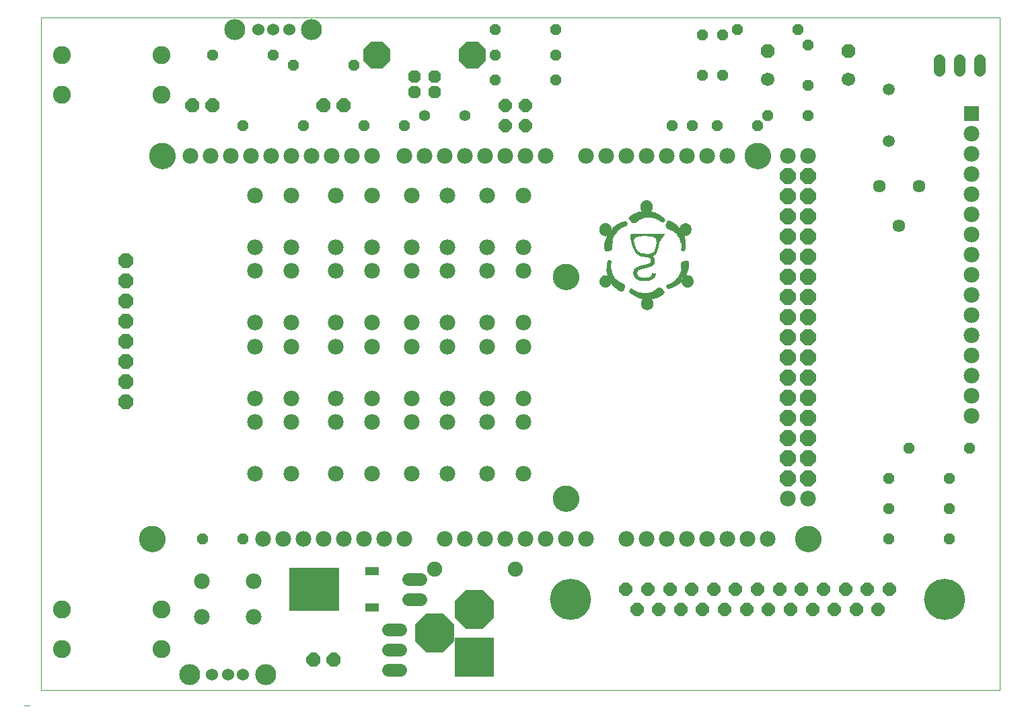
<source format=gbs>
G75*
%MOIN*%
%OFA0B0*%
%FSLAX24Y24*%
%IPPOS*%
%LPD*%
%AMOC8*
5,1,8,0,0,1.08239X$1,22.5*
%
%ADD10C,0.0000*%
%ADD11R,0.0062X0.0002*%
%ADD12R,0.0092X0.0002*%
%ADD13R,0.0116X0.0002*%
%ADD14R,0.0136X0.0002*%
%ADD15R,0.0152X0.0002*%
%ADD16R,0.0168X0.0002*%
%ADD17R,0.0180X0.0002*%
%ADD18R,0.0192X0.0002*%
%ADD19R,0.0204X0.0002*%
%ADD20R,0.0216X0.0002*%
%ADD21R,0.0226X0.0002*%
%ADD22R,0.0236X0.0002*%
%ADD23R,0.0244X0.0002*%
%ADD24R,0.0252X0.0002*%
%ADD25R,0.0262X0.0002*%
%ADD26R,0.0272X0.0002*%
%ADD27R,0.0280X0.0002*%
%ADD28R,0.0284X0.0002*%
%ADD29R,0.0292X0.0002*%
%ADD30R,0.0300X0.0002*%
%ADD31R,0.0308X0.0002*%
%ADD32R,0.0312X0.0002*%
%ADD33R,0.0320X0.0002*%
%ADD34R,0.0328X0.0002*%
%ADD35R,0.0332X0.0002*%
%ADD36R,0.0340X0.0002*%
%ADD37R,0.0344X0.0002*%
%ADD38R,0.0352X0.0002*%
%ADD39R,0.0356X0.0002*%
%ADD40R,0.0360X0.0002*%
%ADD41R,0.0368X0.0002*%
%ADD42R,0.0372X0.0002*%
%ADD43R,0.0376X0.0002*%
%ADD44R,0.0380X0.0002*%
%ADD45R,0.0388X0.0002*%
%ADD46R,0.0392X0.0002*%
%ADD47R,0.0396X0.0002*%
%ADD48R,0.0400X0.0002*%
%ADD49R,0.0404X0.0002*%
%ADD50R,0.0408X0.0002*%
%ADD51R,0.0412X0.0002*%
%ADD52R,0.0416X0.0002*%
%ADD53R,0.0420X0.0002*%
%ADD54R,0.0424X0.0002*%
%ADD55R,0.0428X0.0002*%
%ADD56R,0.0432X0.0002*%
%ADD57R,0.0436X0.0002*%
%ADD58R,0.0440X0.0002*%
%ADD59R,0.0444X0.0002*%
%ADD60R,0.0448X0.0002*%
%ADD61R,0.0452X0.0002*%
%ADD62R,0.0456X0.0002*%
%ADD63R,0.0460X0.0002*%
%ADD64R,0.0464X0.0002*%
%ADD65R,0.0468X0.0002*%
%ADD66R,0.0468X0.0002*%
%ADD67R,0.0472X0.0002*%
%ADD68R,0.0476X0.0002*%
%ADD69R,0.0480X0.0002*%
%ADD70R,0.0484X0.0002*%
%ADD71R,0.0484X0.0002*%
%ADD72R,0.0488X0.0002*%
%ADD73R,0.0492X0.0002*%
%ADD74R,0.0496X0.0002*%
%ADD75R,0.0496X0.0002*%
%ADD76R,0.0500X0.0002*%
%ADD77R,0.0504X0.0002*%
%ADD78R,0.0504X0.0002*%
%ADD79R,0.0508X0.0002*%
%ADD80R,0.0512X0.0002*%
%ADD81R,0.0512X0.0002*%
%ADD82R,0.0516X0.0002*%
%ADD83R,0.0516X0.0002*%
%ADD84R,0.0520X0.0002*%
%ADD85R,0.0524X0.0002*%
%ADD86R,0.0524X0.0002*%
%ADD87R,0.0528X0.0002*%
%ADD88R,0.0528X0.0002*%
%ADD89R,0.0532X0.0002*%
%ADD90R,0.0532X0.0002*%
%ADD91R,0.0536X0.0002*%
%ADD92R,0.0538X0.0002*%
%ADD93R,0.0540X0.0002*%
%ADD94R,0.0542X0.0002*%
%ADD95R,0.0544X0.0002*%
%ADD96R,0.0546X0.0002*%
%ADD97R,0.0548X0.0002*%
%ADD98R,0.0548X0.0002*%
%ADD99R,0.0552X0.0002*%
%ADD100R,0.0552X0.0002*%
%ADD101R,0.0556X0.0002*%
%ADD102R,0.0556X0.0002*%
%ADD103R,0.0560X0.0002*%
%ADD104R,0.0562X0.0002*%
%ADD105R,0.0564X0.0002*%
%ADD106R,0.0564X0.0002*%
%ADD107R,0.0568X0.0002*%
%ADD108R,0.0568X0.0002*%
%ADD109R,0.0572X0.0002*%
%ADD110R,0.0572X0.0002*%
%ADD111R,0.0576X0.0002*%
%ADD112R,0.0576X0.0002*%
%ADD113R,0.0580X0.0002*%
%ADD114R,0.0580X0.0002*%
%ADD115R,0.0584X0.0002*%
%ADD116R,0.0584X0.0002*%
%ADD117R,0.0588X0.0002*%
%ADD118R,0.0588X0.0002*%
%ADD119R,0.0592X0.0002*%
%ADD120R,0.0592X0.0002*%
%ADD121R,0.0596X0.0002*%
%ADD122R,0.0596X0.0002*%
%ADD123R,0.0600X0.0002*%
%ADD124R,0.0600X0.0002*%
%ADD125R,0.0604X0.0002*%
%ADD126R,0.0604X0.0002*%
%ADD127R,0.0602X0.0002*%
%ADD128R,0.0562X0.0002*%
%ADD129R,0.0560X0.0002*%
%ADD130R,0.0544X0.0002*%
%ADD131R,0.0540X0.0002*%
%ADD132R,0.0538X0.0002*%
%ADD133R,0.0536X0.0002*%
%ADD134R,0.0518X0.0002*%
%ADD135R,0.0500X0.0002*%
%ADD136R,0.0492X0.0002*%
%ADD137R,0.0488X0.0002*%
%ADD138R,0.0476X0.0002*%
%ADD139R,0.0472X0.0002*%
%ADD140R,0.0460X0.0002*%
%ADD141R,0.0456X0.0002*%
%ADD142R,0.0452X0.0002*%
%ADD143R,0.0448X0.0002*%
%ADD144R,0.0446X0.0002*%
%ADD145R,0.0442X0.0002*%
%ADD146R,0.0428X0.0002*%
%ADD147R,0.0424X0.0002*%
%ADD148R,0.0414X0.0002*%
%ADD149R,0.0400X0.0002*%
%ADD150R,0.0396X0.0002*%
%ADD151R,0.0392X0.0002*%
%ADD152R,0.0388X0.0002*%
%ADD153R,0.0384X0.0002*%
%ADD154R,0.0376X0.0002*%
%ADD155R,0.0012X0.0002*%
%ADD156R,0.0372X0.0002*%
%ADD157R,0.0034X0.0002*%
%ADD158R,0.0368X0.0002*%
%ADD159R,0.0052X0.0002*%
%ADD160R,0.0026X0.0002*%
%ADD161R,0.0360X0.0002*%
%ADD162R,0.0068X0.0002*%
%ADD163R,0.0044X0.0002*%
%ADD164R,0.0082X0.0002*%
%ADD165R,0.0056X0.0002*%
%ADD166R,0.0352X0.0002*%
%ADD167R,0.0096X0.0002*%
%ADD168R,0.0344X0.0002*%
%ADD169R,0.0112X0.0002*%
%ADD170R,0.0080X0.0002*%
%ADD171R,0.0340X0.0002*%
%ADD172R,0.0124X0.0002*%
%ADD173R,0.0090X0.0002*%
%ADD174R,0.0332X0.0002*%
%ADD175R,0.0102X0.0002*%
%ADD176R,0.0148X0.0002*%
%ADD177R,0.0110X0.0002*%
%ADD178R,0.0320X0.0002*%
%ADD179R,0.0160X0.0002*%
%ADD180R,0.0120X0.0002*%
%ADD181R,0.0316X0.0002*%
%ADD182R,0.0170X0.0002*%
%ADD183R,0.0130X0.0002*%
%ADD184R,0.0308X0.0002*%
%ADD185R,0.0182X0.0002*%
%ADD186R,0.0142X0.0002*%
%ADD187R,0.0300X0.0002*%
%ADD188R,0.0194X0.0002*%
%ADD189R,0.0150X0.0002*%
%ADD190R,0.0288X0.0002*%
%ADD191R,0.0214X0.0002*%
%ADD192R,0.0280X0.0002*%
%ADD193R,0.0224X0.0002*%
%ADD194R,0.0176X0.0002*%
%ADD195R,0.0272X0.0002*%
%ADD196R,0.0234X0.0002*%
%ADD197R,0.0186X0.0002*%
%ADD198R,0.0264X0.0002*%
%ADD199R,0.0246X0.0002*%
%ADD200R,0.0196X0.0002*%
%ADD201R,0.0256X0.0002*%
%ADD202R,0.0254X0.0002*%
%ADD203R,0.0204X0.0002*%
%ADD204R,0.0244X0.0002*%
%ADD205R,0.0266X0.0002*%
%ADD206R,0.0214X0.0002*%
%ADD207R,0.0236X0.0002*%
%ADD208R,0.0274X0.0002*%
%ADD209R,0.0222X0.0002*%
%ADD210R,0.0228X0.0002*%
%ADD211R,0.0284X0.0002*%
%ADD212R,0.0232X0.0002*%
%ADD213R,0.0216X0.0002*%
%ADD214R,0.0294X0.0002*%
%ADD215R,0.0240X0.0002*%
%ADD216R,0.0208X0.0002*%
%ADD217R,0.0302X0.0002*%
%ADD218R,0.0250X0.0002*%
%ADD219R,0.0196X0.0002*%
%ADD220R,0.0314X0.0002*%
%ADD221R,0.0260X0.0002*%
%ADD222R,0.0180X0.0002*%
%ADD223R,0.0324X0.0002*%
%ADD224R,0.0268X0.0002*%
%ADD225R,0.0168X0.0002*%
%ADD226R,0.0334X0.0002*%
%ADD227R,0.0276X0.0002*%
%ADD228R,0.0152X0.0002*%
%ADD229R,0.0342X0.0002*%
%ADD230R,0.0288X0.0002*%
%ADD231R,0.0140X0.0002*%
%ADD232R,0.0296X0.0002*%
%ADD233R,0.0120X0.0002*%
%ADD234R,0.0362X0.0002*%
%ADD235R,0.0306X0.0002*%
%ADD236R,0.0100X0.0002*%
%ADD237R,0.0372X0.0002*%
%ADD238R,0.0316X0.0002*%
%ADD239R,0.0066X0.0002*%
%ADD240R,0.0384X0.0002*%
%ADD241R,0.0326X0.0002*%
%ADD242R,0.0004X0.0002*%
%ADD243R,0.0394X0.0002*%
%ADD244R,0.0338X0.0002*%
%ADD245R,0.0402X0.0002*%
%ADD246R,0.0348X0.0002*%
%ADD247R,0.0358X0.0002*%
%ADD248R,0.0424X0.0002*%
%ADD249R,0.0382X0.0002*%
%ADD250R,0.0450X0.0002*%
%ADD251R,0.0406X0.0002*%
%ADD252R,0.0472X0.0002*%
%ADD253R,0.0438X0.0002*%
%ADD254R,0.0504X0.0002*%
%ADD255R,0.1042X0.0002*%
%ADD256R,0.1052X0.0002*%
%ADD257R,0.1060X0.0002*%
%ADD258R,0.1068X0.0002*%
%ADD259R,0.1076X0.0002*%
%ADD260R,0.1084X0.0002*%
%ADD261R,0.1094X0.0002*%
%ADD262R,0.1102X0.0002*%
%ADD263R,0.1110X0.0002*%
%ADD264R,0.1118X0.0002*%
%ADD265R,0.1126X0.0002*%
%ADD266R,0.1134X0.0002*%
%ADD267R,0.1144X0.0002*%
%ADD268R,0.1152X0.0002*%
%ADD269R,0.1160X0.0002*%
%ADD270R,0.1166X0.0002*%
%ADD271R,0.1174X0.0002*%
%ADD272R,0.1182X0.0002*%
%ADD273R,0.1190X0.0002*%
%ADD274R,0.1198X0.0002*%
%ADD275R,0.1206X0.0002*%
%ADD276R,0.1214X0.0002*%
%ADD277R,0.1222X0.0002*%
%ADD278R,0.1230X0.0002*%
%ADD279R,0.1238X0.0002*%
%ADD280R,0.1246X0.0002*%
%ADD281R,0.1250X0.0002*%
%ADD282R,0.1258X0.0002*%
%ADD283R,0.1266X0.0002*%
%ADD284R,0.1274X0.0002*%
%ADD285R,0.1280X0.0002*%
%ADD286R,0.1288X0.0002*%
%ADD287R,0.1294X0.0002*%
%ADD288R,0.1300X0.0002*%
%ADD289R,0.1308X0.0002*%
%ADD290R,0.1316X0.0002*%
%ADD291R,0.1322X0.0002*%
%ADD292R,0.1330X0.0002*%
%ADD293R,0.1336X0.0002*%
%ADD294R,0.1342X0.0002*%
%ADD295R,0.1350X0.0002*%
%ADD296R,0.1356X0.0002*%
%ADD297R,0.1362X0.0002*%
%ADD298R,0.1368X0.0002*%
%ADD299R,0.1376X0.0002*%
%ADD300R,0.1380X0.0002*%
%ADD301R,0.1388X0.0002*%
%ADD302R,0.1394X0.0002*%
%ADD303R,0.1402X0.0002*%
%ADD304R,0.1406X0.0002*%
%ADD305R,0.1414X0.0002*%
%ADD306R,0.1420X0.0002*%
%ADD307R,0.1424X0.0002*%
%ADD308R,0.1432X0.0002*%
%ADD309R,0.1438X0.0002*%
%ADD310R,0.1442X0.0002*%
%ADD311R,0.1450X0.0002*%
%ADD312R,0.1454X0.0002*%
%ADD313R,0.1460X0.0002*%
%ADD314R,0.1468X0.0002*%
%ADD315R,0.1472X0.0002*%
%ADD316R,0.1478X0.0002*%
%ADD317R,0.1482X0.0002*%
%ADD318R,0.1490X0.0002*%
%ADD319R,0.1494X0.0002*%
%ADD320R,0.1500X0.0002*%
%ADD321R,0.1504X0.0002*%
%ADD322R,0.1510X0.0002*%
%ADD323R,0.1516X0.0002*%
%ADD324R,0.1522X0.0002*%
%ADD325R,0.1526X0.0002*%
%ADD326R,0.1532X0.0002*%
%ADD327R,0.1536X0.0002*%
%ADD328R,0.1542X0.0002*%
%ADD329R,0.1546X0.0002*%
%ADD330R,0.1550X0.0002*%
%ADD331R,0.1556X0.0002*%
%ADD332R,0.1560X0.0002*%
%ADD333R,0.1566X0.0002*%
%ADD334R,0.1570X0.0002*%
%ADD335R,0.1574X0.0002*%
%ADD336R,0.1580X0.0002*%
%ADD337R,0.1584X0.0002*%
%ADD338R,0.1588X0.0002*%
%ADD339R,0.1594X0.0002*%
%ADD340R,0.1598X0.0002*%
%ADD341R,0.1600X0.0002*%
%ADD342R,0.1606X0.0002*%
%ADD343R,0.1610X0.0002*%
%ADD344R,0.1614X0.0002*%
%ADD345R,0.1618X0.0002*%
%ADD346R,0.1622X0.0002*%
%ADD347R,0.1626X0.0002*%
%ADD348R,0.0674X0.0002*%
%ADD349R,0.0822X0.0002*%
%ADD350R,0.0644X0.0002*%
%ADD351R,0.0804X0.0002*%
%ADD352R,0.0620X0.0002*%
%ADD353R,0.0786X0.0002*%
%ADD354R,0.0602X0.0002*%
%ADD355R,0.0776X0.0002*%
%ADD356R,0.0584X0.0002*%
%ADD357R,0.0764X0.0002*%
%ADD358R,0.0570X0.0002*%
%ADD359R,0.0754X0.0002*%
%ADD360R,0.0558X0.0002*%
%ADD361R,0.0746X0.0002*%
%ADD362R,0.0738X0.0002*%
%ADD363R,0.0732X0.0002*%
%ADD364R,0.0526X0.0002*%
%ADD365R,0.0724X0.0002*%
%ADD366R,0.0718X0.0002*%
%ADD367R,0.0710X0.0002*%
%ADD368R,0.0704X0.0002*%
%ADD369R,0.0492X0.0002*%
%ADD370R,0.0698X0.0002*%
%ADD371R,0.0486X0.0002*%
%ADD372R,0.0694X0.0002*%
%ADD373R,0.0480X0.0002*%
%ADD374R,0.0688X0.0002*%
%ADD375R,0.0472X0.0002*%
%ADD376R,0.0684X0.0002*%
%ADD377R,0.0466X0.0002*%
%ADD378R,0.0678X0.0002*%
%ADD379R,0.0672X0.0002*%
%ADD380R,0.0454X0.0002*%
%ADD381R,0.0670X0.0002*%
%ADD382R,0.0450X0.0002*%
%ADD383R,0.0664X0.0002*%
%ADD384R,0.0660X0.0002*%
%ADD385R,0.0654X0.0002*%
%ADD386R,0.0434X0.0002*%
%ADD387R,0.0650X0.0002*%
%ADD388R,0.0430X0.0002*%
%ADD389R,0.0646X0.0002*%
%ADD390R,0.0424X0.0002*%
%ADD391R,0.0642X0.0002*%
%ADD392R,0.0638X0.0002*%
%ADD393R,0.0416X0.0002*%
%ADD394R,0.0634X0.0002*%
%ADD395R,0.0412X0.0002*%
%ADD396R,0.0628X0.0002*%
%ADD397R,0.0408X0.0002*%
%ADD398R,0.0624X0.0002*%
%ADD399R,0.0402X0.0002*%
%ADD400R,0.0620X0.0002*%
%ADD401R,0.0398X0.0002*%
%ADD402R,0.0616X0.0002*%
%ADD403R,0.0612X0.0002*%
%ADD404R,0.0390X0.0002*%
%ADD405R,0.0606X0.0002*%
%ADD406R,0.0386X0.0002*%
%ADD407R,0.0602X0.0002*%
%ADD408R,0.0384X0.0002*%
%ADD409R,0.0598X0.0002*%
%ADD410R,0.0378X0.0002*%
%ADD411R,0.0594X0.0002*%
%ADD412R,0.0372X0.0002*%
%ADD413R,0.0586X0.0002*%
%ADD414R,0.0366X0.0002*%
%ADD415R,0.0570X0.0002*%
%ADD416R,0.0566X0.0002*%
%ADD417R,0.0354X0.0002*%
%ADD418R,0.0350X0.0002*%
%ADD419R,0.0550X0.0002*%
%ADD420R,0.0336X0.0002*%
%ADD421R,0.0044X0.0002*%
%ADD422R,0.0332X0.0002*%
%ADD423R,0.0532X0.0002*%
%ADD424R,0.0062X0.0002*%
%ADD425R,0.0330X0.0002*%
%ADD426R,0.0074X0.0002*%
%ADD427R,0.0522X0.0002*%
%ADD428R,0.0088X0.0002*%
%ADD429R,0.0322X0.0002*%
%ADD430R,0.0518X0.0002*%
%ADD431R,0.0098X0.0002*%
%ADD432R,0.0318X0.0002*%
%ADD433R,0.0514X0.0002*%
%ADD434R,0.0108X0.0002*%
%ADD435R,0.0314X0.0002*%
%ADD436R,0.0116X0.0002*%
%ADD437R,0.0312X0.0002*%
%ADD438R,0.0506X0.0002*%
%ADD439R,0.0122X0.0002*%
%ADD440R,0.0130X0.0002*%
%ADD441R,0.0304X0.0002*%
%ADD442R,0.0138X0.0002*%
%ADD443R,0.0490X0.0002*%
%ADD444R,0.0142X0.0002*%
%ADD445R,0.0296X0.0002*%
%ADD446R,0.0150X0.0002*%
%ADD447R,0.0294X0.0002*%
%ADD448R,0.0482X0.0002*%
%ADD449R,0.0156X0.0002*%
%ADD450R,0.0290X0.0002*%
%ADD451R,0.0478X0.0002*%
%ADD452R,0.0160X0.0002*%
%ADD453R,0.0286X0.0002*%
%ADD454R,0.0474X0.0002*%
%ADD455R,0.0166X0.0002*%
%ADD456R,0.0282X0.0002*%
%ADD457R,0.0470X0.0002*%
%ADD458R,0.0172X0.0002*%
%ADD459R,0.0278X0.0002*%
%ADD460R,0.0178X0.0002*%
%ADD461R,0.0182X0.0002*%
%ADD462R,0.0268X0.0002*%
%ADD463R,0.0188X0.0002*%
%ADD464R,0.0452X0.0002*%
%ADD465R,0.0192X0.0002*%
%ADD466R,0.0260X0.0002*%
%ADD467R,0.0198X0.0002*%
%ADD468R,0.0442X0.0002*%
%ADD469R,0.0202X0.0002*%
%ADD470R,0.0252X0.0002*%
%ADD471R,0.0440X0.0002*%
%ADD472R,0.0434X0.0002*%
%ADD473R,0.0212X0.0002*%
%ADD474R,0.0244X0.0002*%
%ADD475R,0.0238X0.0002*%
%ADD476R,0.0222X0.0002*%
%ADD477R,0.0422X0.0002*%
%ADD478R,0.0226X0.0002*%
%ADD479R,0.0230X0.0002*%
%ADD480R,0.0418X0.0002*%
%ADD481R,0.0232X0.0002*%
%ADD482R,0.0228X0.0002*%
%ADD483R,0.0412X0.0002*%
%ADD484R,0.0234X0.0002*%
%ADD485R,0.0240X0.0002*%
%ADD486R,0.0220X0.0002*%
%ADD487R,0.0404X0.0002*%
%ADD488R,0.0214X0.0002*%
%ADD489R,0.0248X0.0002*%
%ADD490R,0.0212X0.0002*%
%ADD491R,0.0390X0.0002*%
%ADD492R,0.0258X0.0002*%
%ADD493R,0.0202X0.0002*%
%ADD494R,0.0200X0.0002*%
%ADD495R,0.0266X0.0002*%
%ADD496R,0.0270X0.0002*%
%ADD497R,0.0374X0.0002*%
%ADD498R,0.0182X0.0002*%
%ADD499R,0.0364X0.0002*%
%ADD500R,0.0362X0.0002*%
%ADD501R,0.0174X0.0002*%
%ADD502R,0.0290X0.0002*%
%ADD503R,0.0170X0.0002*%
%ADD504R,0.0352X0.0002*%
%ADD505R,0.0348X0.0002*%
%ADD506R,0.0298X0.0002*%
%ADD507R,0.0162X0.0002*%
%ADD508R,0.0342X0.0002*%
%ADD509R,0.0302X0.0002*%
%ADD510R,0.0158X0.0002*%
%ADD511R,0.0338X0.0002*%
%ADD512R,0.0154X0.0002*%
%ADD513R,0.0336X0.0002*%
%ADD514R,0.0310X0.0002*%
%ADD515R,0.0314X0.0002*%
%ADD516R,0.0144X0.0002*%
%ADD517R,0.0318X0.0002*%
%ADD518R,0.0322X0.0002*%
%ADD519R,0.0134X0.0002*%
%ADD520R,0.0312X0.0002*%
%ADD521R,0.0126X0.0002*%
%ADD522R,0.0306X0.0002*%
%ADD523R,0.0302X0.0002*%
%ADD524R,0.0112X0.0002*%
%ADD525R,0.0108X0.0002*%
%ADD526R,0.0294X0.0002*%
%ADD527R,0.0344X0.0002*%
%ADD528R,0.0102X0.0002*%
%ADD529R,0.0284X0.0002*%
%ADD530R,0.0086X0.0002*%
%ADD531R,0.0080X0.0002*%
%ADD532R,0.0358X0.0002*%
%ADD533R,0.0070X0.0002*%
%ADD534R,0.0362X0.0002*%
%ADD535R,0.0060X0.0002*%
%ADD536R,0.0364X0.0002*%
%ADD537R,0.0048X0.0002*%
%ADD538R,0.0370X0.0002*%
%ADD539R,0.0250X0.0002*%
%ADD540R,0.0246X0.0002*%
%ADD541R,0.0238X0.0002*%
%ADD542R,0.0234X0.0002*%
%ADD543R,0.0394X0.0002*%
%ADD544R,0.0218X0.0002*%
%ADD545R,0.0028X0.0002*%
%ADD546R,0.0208X0.0002*%
%ADD547R,0.0062X0.0002*%
%ADD548R,0.0200X0.0002*%
%ADD549R,0.0406X0.0002*%
%ADD550R,0.0098X0.0002*%
%ADD551R,0.0410X0.0002*%
%ADD552R,0.0190X0.0002*%
%ADD553R,0.0112X0.0002*%
%ADD554R,0.0124X0.0002*%
%ADD555R,0.0146X0.0002*%
%ADD556R,0.0164X0.0002*%
%ADD557R,0.0426X0.0002*%
%ADD558R,0.0156X0.0002*%
%ADD559R,0.0162X0.0002*%
%ADD560R,0.0172X0.0002*%
%ADD561R,0.0430X0.0002*%
%ADD562R,0.0144X0.0002*%
%ADD563R,0.0436X0.0002*%
%ADD564R,0.0438X0.0002*%
%ADD565R,0.0128X0.0002*%
%ADD566R,0.0192X0.0002*%
%ADD567R,0.0206X0.0002*%
%ADD568R,0.0446X0.0002*%
%ADD569R,0.0102X0.0002*%
%ADD570R,0.0092X0.0002*%
%ADD571R,0.0218X0.0002*%
%ADD572R,0.0064X0.0002*%
%ADD573R,0.0232X0.0002*%
%ADD574R,0.0458X0.0002*%
%ADD575R,0.0030X0.0002*%
%ADD576R,0.0462X0.0002*%
%ADD577R,0.0252X0.0002*%
%ADD578R,0.0264X0.0002*%
%ADD579R,0.0474X0.0002*%
%ADD580R,0.0276X0.0002*%
%ADD581R,0.0482X0.0002*%
%ADD582R,0.0292X0.0002*%
%ADD583R,0.0062X0.0002*%
%ADD584R,0.0092X0.0002*%
%ADD585R,0.0302X0.0002*%
%ADD586R,0.0114X0.0002*%
%ADD587R,0.0492X0.0002*%
%ADD588R,0.0310X0.0002*%
%ADD589R,0.0134X0.0002*%
%ADD590R,0.0494X0.0002*%
%ADD591R,0.0076X0.0002*%
%ADD592R,0.0148X0.0002*%
%ADD593R,0.0162X0.0002*%
%ADD594R,0.0498X0.0002*%
%ADD595R,0.0324X0.0002*%
%ADD596R,0.0328X0.0002*%
%ADD597R,0.0140X0.0002*%
%ADD598R,0.0190X0.0002*%
%ADD599R,0.0506X0.0002*%
%ADD600R,0.0210X0.0002*%
%ADD601R,0.0508X0.0002*%
%ADD602R,0.0184X0.0002*%
%ADD603R,0.0220X0.0002*%
%ADD604R,0.0510X0.0002*%
%ADD605R,0.0514X0.0002*%
%ADD606R,0.0366X0.0002*%
%ADD607R,0.0258X0.0002*%
%ADD608R,0.0520X0.0002*%
%ADD609R,0.0370X0.0002*%
%ADD610R,0.0522X0.0002*%
%ADD611R,0.0374X0.0002*%
%ADD612R,0.0272X0.0002*%
%ADD613R,0.0380X0.0002*%
%ADD614R,0.0530X0.0002*%
%ADD615R,0.0392X0.0002*%
%ADD616R,0.0534X0.0002*%
%ADD617R,0.0292X0.0002*%
%ADD618R,0.0410X0.0002*%
%ADD619R,0.0304X0.0002*%
%ADD620R,0.0326X0.0002*%
%ADD621R,0.0414X0.0002*%
%ADD622R,0.0334X0.0002*%
%ADD623R,0.0542X0.0002*%
%ADD624R,0.0418X0.0002*%
%ADD625R,0.0422X0.0002*%
%ADD626R,0.0324X0.0002*%
%ADD627R,0.0426X0.0002*%
%ADD628R,0.0330X0.0002*%
%ADD629R,0.0354X0.0002*%
%ADD630R,0.0434X0.0002*%
%ADD631R,0.0552X0.0002*%
%ADD632R,0.0552X0.0002*%
%ADD633R,0.0554X0.0002*%
%ADD634R,0.0374X0.0002*%
%ADD635R,0.0378X0.0002*%
%ADD636R,0.0558X0.0002*%
%ADD637R,0.0454X0.0002*%
%ADD638R,0.0458X0.0002*%
%ADD639R,0.0394X0.0002*%
%ADD640R,0.0562X0.0002*%
%ADD641R,0.0462X0.0002*%
%ADD642R,0.0566X0.0002*%
%ADD643R,0.0470X0.0002*%
%ADD644R,0.0414X0.0002*%
%ADD645R,0.0482X0.0002*%
%ADD646R,0.0484X0.0002*%
%ADD647R,0.0574X0.0002*%
%ADD648R,0.0420X0.0002*%
%ADD649R,0.0434X0.0002*%
%ADD650R,0.0574X0.0002*%
%ADD651R,0.0490X0.0002*%
%ADD652R,0.0432X0.0002*%
%ADD653R,0.0578X0.0002*%
%ADD654R,0.0578X0.0002*%
%ADD655R,0.0502X0.0002*%
%ADD656R,0.0502X0.0002*%
%ADD657R,0.0582X0.0002*%
%ADD658R,0.0582X0.0002*%
%ADD659R,0.0474X0.0002*%
%ADD660R,0.0504X0.0002*%
%ADD661R,0.0478X0.0002*%
%ADD662R,0.0582X0.0002*%
%ADD663R,0.0482X0.0002*%
%ADD664R,0.0486X0.0002*%
%ADD665R,0.0584X0.0002*%
%ADD666R,0.0494X0.0002*%
%ADD667R,0.0502X0.0002*%
%ADD668R,0.0498X0.0002*%
%ADD669R,0.0582X0.0002*%
%ADD670R,0.0510X0.0002*%
%ADD671R,0.0514X0.0002*%
%ADD672R,0.0514X0.0002*%
%ADD673R,0.0522X0.0002*%
%ADD674R,0.0526X0.0002*%
%ADD675R,0.0572X0.0002*%
%ADD676R,0.0530X0.0002*%
%ADD677R,0.0532X0.0002*%
%ADD678R,0.0464X0.0002*%
%ADD679R,0.0534X0.0002*%
%ADD680R,0.0534X0.0002*%
%ADD681R,0.0452X0.0002*%
%ADD682R,0.0542X0.0002*%
%ADD683R,0.0554X0.0002*%
%ADD684R,0.0444X0.0002*%
%ADD685R,0.0546X0.0002*%
%ADD686R,0.0550X0.0002*%
%ADD687R,0.0534X0.0002*%
%ADD688R,0.0572X0.0002*%
%ADD689R,0.0574X0.0002*%
%ADD690R,0.0402X0.0002*%
%ADD691R,0.0398X0.0002*%
%ADD692R,0.0432X0.0002*%
%ADD693R,0.0386X0.0002*%
%ADD694R,0.0414X0.0002*%
%ADD695R,0.0586X0.0002*%
%ADD696R,0.0362X0.0002*%
%ADD697R,0.0354X0.0002*%
%ADD698R,0.0346X0.0002*%
%ADD699R,0.0352X0.0002*%
%ADD700R,0.0350X0.0002*%
%ADD701R,0.0346X0.0002*%
%ADD702R,0.0334X0.0002*%
%ADD703R,0.0314X0.0002*%
%ADD704R,0.0096X0.0002*%
%ADD705R,0.0304X0.0002*%
%ADD706R,0.0174X0.0002*%
%ADD707R,0.0294X0.0002*%
%ADD708R,0.0298X0.0002*%
%ADD709R,0.0292X0.0002*%
%ADD710R,0.0282X0.0002*%
%ADD711R,0.0286X0.0002*%
%ADD712R,0.0284X0.0002*%
%ADD713R,0.0272X0.0002*%
%ADD714R,0.0512X0.0002*%
%ADD715R,0.0524X0.0002*%
%ADD716R,0.0282X0.0002*%
%ADD717R,0.0278X0.0002*%
%ADD718R,0.0264X0.0002*%
%ADD719R,0.0564X0.0002*%
%ADD720R,0.0574X0.0002*%
%ADD721R,0.0262X0.0002*%
%ADD722R,0.0274X0.0002*%
%ADD723R,0.0256X0.0002*%
%ADD724R,0.0254X0.0002*%
%ADD725R,0.0270X0.0002*%
%ADD726R,0.0628X0.0002*%
%ADD727R,0.0636X0.0002*%
%ADD728R,0.0648X0.0002*%
%ADD729R,0.0656X0.0002*%
%ADD730R,0.0264X0.0002*%
%ADD731R,0.0664X0.0002*%
%ADD732R,0.0672X0.0002*%
%ADD733R,0.0554X0.0002*%
%ADD734R,0.0680X0.0002*%
%ADD735R,0.0242X0.0002*%
%ADD736R,0.0688X0.0002*%
%ADD737R,0.0706X0.0002*%
%ADD738R,0.0712X0.0002*%
%ADD739R,0.0720X0.0002*%
%ADD740R,0.0728X0.0002*%
%ADD741R,0.0734X0.0002*%
%ADD742R,0.0252X0.0002*%
%ADD743R,0.0742X0.0002*%
%ADD744R,0.0750X0.0002*%
%ADD745R,0.0230X0.0002*%
%ADD746R,0.0762X0.0002*%
%ADD747R,0.0770X0.0002*%
%ADD748R,0.0774X0.0002*%
%ADD749R,0.0782X0.0002*%
%ADD750R,0.0224X0.0002*%
%ADD751R,0.0786X0.0002*%
%ADD752R,0.0242X0.0002*%
%ADD753R,0.0792X0.0002*%
%ADD754R,0.0798X0.0002*%
%ADD755R,0.0242X0.0002*%
%ADD756R,0.0224X0.0002*%
%ADD757R,0.0810X0.0002*%
%ADD758R,0.0222X0.0002*%
%ADD759R,0.0816X0.0002*%
%ADD760R,0.0820X0.0002*%
%ADD761R,0.0824X0.0002*%
%ADD762R,0.0832X0.0002*%
%ADD763R,0.0836X0.0002*%
%ADD764R,0.0840X0.0002*%
%ADD765R,0.0846X0.0002*%
%ADD766R,0.0234X0.0002*%
%ADD767R,0.0850X0.0002*%
%ADD768R,0.0856X0.0002*%
%ADD769R,0.0860X0.0002*%
%ADD770R,0.0494X0.0002*%
%ADD771R,0.0864X0.0002*%
%ADD772R,0.0870X0.0002*%
%ADD773R,0.0874X0.0002*%
%ADD774R,0.0502X0.0002*%
%ADD775R,0.0878X0.0002*%
%ADD776R,0.0882X0.0002*%
%ADD777R,0.0002X0.0002*%
%ADD778R,0.0494X0.0002*%
%ADD779R,0.0212X0.0002*%
%ADD780R,0.0356X0.0002*%
%ADD781R,0.0322X0.0002*%
%ADD782R,0.0212X0.0002*%
%ADD783R,0.0282X0.0002*%
%ADD784R,0.0214X0.0002*%
%ADD785R,0.0224X0.0002*%
%ADD786R,0.0248X0.0002*%
%ADD787R,0.0242X0.0002*%
%ADD788R,0.0394X0.0002*%
%ADD789R,0.0382X0.0002*%
%ADD790R,0.0210X0.0002*%
%ADD791R,0.0206X0.0002*%
%ADD792R,0.0334X0.0002*%
%ADD793R,0.0202X0.0002*%
%ADD794R,0.0202X0.0002*%
%ADD795R,0.0198X0.0002*%
%ADD796R,0.0204X0.0002*%
%ADD797R,0.0194X0.0002*%
%ADD798R,0.0188X0.0002*%
%ADD799R,0.0254X0.0002*%
%ADD800R,0.0186X0.0002*%
%ADD801R,0.0184X0.0002*%
%ADD802R,0.0194X0.0002*%
%ADD803R,0.0262X0.0002*%
%ADD804R,0.0154X0.0002*%
%ADD805R,0.0122X0.0002*%
%ADD806R,0.0182X0.0002*%
%ADD807R,0.0078X0.0002*%
%ADD808R,0.0038X0.0002*%
%ADD809R,0.0178X0.0002*%
%ADD810R,0.0100X0.0002*%
%ADD811R,0.0176X0.0002*%
%ADD812R,0.0028X0.0002*%
%ADD813R,0.0174X0.0002*%
%ADD814R,0.0172X0.0002*%
%ADD815R,0.0184X0.0002*%
%ADD816R,0.0166X0.0002*%
%ADD817R,0.0332X0.0002*%
%ADD818R,0.0146X0.0002*%
%ADD819R,0.0126X0.0002*%
%ADD820R,0.0118X0.0002*%
%ADD821R,0.0078X0.0002*%
%ADD822R,0.0068X0.0002*%
%ADD823R,0.0058X0.0002*%
%ADD824R,0.0040X0.0002*%
%ADD825R,0.0018X0.0002*%
%ADD826R,0.0010X0.0002*%
%ADD827R,0.0172X0.0002*%
%ADD828R,0.0174X0.0002*%
%ADD829R,0.0342X0.0002*%
%ADD830R,0.0342X0.0002*%
%ADD831R,0.0344X0.0002*%
%ADD832R,0.0192X0.0002*%
%ADD833R,0.0194X0.0002*%
%ADD834R,0.0354X0.0002*%
%ADD835R,0.0312X0.0002*%
%ADD836R,0.0374X0.0002*%
%ADD837R,0.0222X0.0002*%
%ADD838R,0.0512X0.0002*%
%ADD839R,0.0524X0.0002*%
%ADD840R,0.0382X0.0002*%
%ADD841R,0.0562X0.0002*%
%ADD842R,0.0542X0.0002*%
%ADD843R,0.0262X0.0002*%
%ADD844R,0.0382X0.0002*%
%ADD845R,0.0204X0.0002*%
%ADD846R,0.0184X0.0002*%
%ADD847R,0.0158X0.0002*%
%ADD848R,0.0110X0.0002*%
%ADD849R,0.0154X0.0002*%
%ADD850R,0.0144X0.0002*%
%ADD851R,0.0102X0.0002*%
%ADD852R,0.0466X0.0002*%
%ADD853R,0.0592X0.0002*%
%ADD854R,0.0610X0.0002*%
%ADD855R,0.0630X0.0002*%
%ADD856R,0.0650X0.0002*%
%ADD857R,0.0658X0.0002*%
%ADD858R,0.0666X0.0002*%
%ADD859R,0.0676X0.0002*%
%ADD860R,0.0684X0.0002*%
%ADD861R,0.0692X0.0002*%
%ADD862R,0.0700X0.0002*%
%ADD863R,0.0708X0.0002*%
%ADD864R,0.0714X0.0002*%
%ADD865R,0.0722X0.0002*%
%ADD866R,0.0736X0.0002*%
%ADD867R,0.0742X0.0002*%
%ADD868R,0.0748X0.0002*%
%ADD869R,0.0760X0.0002*%
%ADD870R,0.0768X0.0002*%
%ADD871R,0.0778X0.0002*%
%ADD872R,0.0784X0.0002*%
%ADD873R,0.0792X0.0002*%
%ADD874R,0.0796X0.0002*%
%ADD875R,0.0802X0.0002*%
%ADD876R,0.0806X0.0002*%
%ADD877R,0.0812X0.0002*%
%ADD878R,0.0818X0.0002*%
%ADD879R,0.0826X0.0002*%
%ADD880R,0.0832X0.0002*%
%ADD881R,0.0836X0.0002*%
%ADD882R,0.0842X0.0002*%
%ADD883R,0.0846X0.0002*%
%ADD884R,0.0850X0.0002*%
%ADD885R,0.0860X0.0002*%
%ADD886R,0.0864X0.0002*%
%ADD887R,0.0870X0.0002*%
%ADD888R,0.0464X0.0002*%
%ADD889R,0.0304X0.0002*%
%ADD890R,0.0164X0.0002*%
%ADD891R,0.0164X0.0002*%
%ADD892R,0.0138X0.0002*%
%ADD893R,0.0164X0.0002*%
%ADD894R,0.0134X0.0002*%
%ADD895R,0.0132X0.0002*%
%ADD896R,0.0132X0.0002*%
%ADD897R,0.0152X0.0002*%
%ADD898R,0.0124X0.0002*%
%ADD899R,0.0144X0.0002*%
%ADD900R,0.0142X0.0002*%
%ADD901R,0.0124X0.0002*%
%ADD902R,0.0122X0.0002*%
%ADD903R,0.0132X0.0002*%
%ADD904R,0.0090X0.0002*%
%ADD905R,0.0128X0.0002*%
%ADD906R,0.0122X0.0002*%
%ADD907R,0.0118X0.0002*%
%ADD908R,0.0114X0.0002*%
%ADD909R,0.0364X0.0002*%
%ADD910R,0.0114X0.0002*%
%ADD911R,0.0112X0.0002*%
%ADD912R,0.0114X0.0002*%
%ADD913R,0.0392X0.0002*%
%ADD914R,0.0402X0.0002*%
%ADD915R,0.0106X0.0002*%
%ADD916R,0.0106X0.0002*%
%ADD917R,0.0104X0.0002*%
%ADD918R,0.0104X0.0002*%
%ADD919R,0.0104X0.0002*%
%ADD920R,0.0404X0.0002*%
%ADD921R,0.0404X0.0002*%
%ADD922R,0.0132X0.0002*%
%ADD923R,0.0134X0.0002*%
%ADD924R,0.0136X0.0002*%
%ADD925R,0.0244X0.0002*%
%ADD926R,0.0142X0.0002*%
%ADD927R,0.0274X0.0002*%
%ADD928R,0.0254X0.0002*%
%ADD929R,0.0454X0.0002*%
%ADD930R,0.0432X0.0002*%
%ADD931R,0.0626X0.0002*%
%ADD932R,0.0642X0.0002*%
%ADD933R,0.0662X0.0002*%
%ADD934R,0.0682X0.0002*%
%ADD935R,0.0706X0.0002*%
%ADD936R,0.0736X0.0002*%
%ADD937R,0.0050X0.0002*%
%ADD938R,0.0002X0.0002*%
%ADD939R,0.0768X0.0002*%
%ADD940R,0.0086X0.0002*%
%ADD941R,0.0006X0.0002*%
%ADD942R,0.1622X0.0002*%
%ADD943R,0.1624X0.0002*%
%ADD944R,0.1626X0.0002*%
%ADD945R,0.1628X0.0002*%
%ADD946R,0.1628X0.0002*%
%ADD947R,0.1630X0.0002*%
%ADD948R,0.1632X0.0002*%
%ADD949R,0.1632X0.0002*%
%ADD950R,0.1634X0.0002*%
%ADD951R,0.1636X0.0002*%
%ADD952R,0.1634X0.0002*%
%ADD953R,0.1638X0.0002*%
%ADD954R,0.1638X0.0002*%
%ADD955R,0.1640X0.0002*%
%ADD956R,0.1640X0.0002*%
%ADD957R,0.1642X0.0002*%
%ADD958R,0.1642X0.0002*%
%ADD959R,0.1642X0.0002*%
%ADD960R,0.1644X0.0002*%
%ADD961R,0.1644X0.0002*%
%ADD962R,0.1646X0.0002*%
%ADD963R,0.1646X0.0002*%
%ADD964R,0.1648X0.0002*%
%ADD965R,0.1648X0.0002*%
%ADD966R,0.0422X0.0002*%
%ADD967R,0.1426X0.0002*%
%ADD968R,0.0462X0.0002*%
%ADD969R,0.0232X0.0002*%
%ADD970R,0.0454X0.0002*%
%ADD971R,0.0522X0.0002*%
%ADD972R,0.0590X0.0002*%
%ADD973R,0.0598X0.0002*%
%ADD974R,0.0606X0.0002*%
%ADD975R,0.0608X0.0002*%
%ADD976R,0.0608X0.0002*%
%ADD977R,0.0610X0.0002*%
%ADD978R,0.0612X0.0002*%
%ADD979R,0.0612X0.0002*%
%ADD980R,0.0614X0.0002*%
%ADD981R,0.0614X0.0002*%
%ADD982R,0.0616X0.0002*%
%ADD983R,0.0618X0.0002*%
%ADD984R,0.0618X0.0002*%
%ADD985R,0.0594X0.0002*%
%ADD986R,0.0602X0.0002*%
%ADD987R,0.0622X0.0002*%
%ADD988R,0.0622X0.0002*%
%ADD989R,0.0624X0.0002*%
%ADD990R,0.0622X0.0002*%
%ADD991R,0.0624X0.0002*%
%ADD992R,0.0624X0.0002*%
%ADD993R,0.0622X0.0002*%
%ADD994R,0.0442X0.0002*%
%ADD995R,0.0614X0.0002*%
%ADD996R,0.0594X0.0002*%
%ADD997R,0.0592X0.0002*%
%ADD998R,0.0590X0.0002*%
%ADD999R,0.0554X0.0002*%
%ADD1000R,0.0484X0.0002*%
%ADD1001R,0.0058X0.0002*%
%ADD1002R,0.0088X0.0002*%
%ADD1003R,0.0048X0.0002*%
%ADD1004R,0.0384X0.0002*%
%ADD1005R,0.0018X0.0002*%
%ADD1006R,0.0092X0.0002*%
%ADD1007R,0.0014X0.0002*%
%ADD1008R,0.0040X0.0002*%
%ADD1009R,0.0054X0.0002*%
%ADD1010R,0.0066X0.0002*%
%ADD1011R,0.0074X0.0002*%
%ADD1012R,0.0082X0.0002*%
%ADD1013R,0.0036X0.0002*%
%ADD1014R,0.0162X0.0002*%
%ADD1015R,0.0036X0.0002*%
%ADD1016R,0.0412X0.0002*%
%ADD1017R,0.0632X0.0002*%
%ADD1018R,0.0636X0.0002*%
%ADD1019R,0.0422X0.0002*%
%ADD1020R,0.0640X0.0002*%
%ADD1021R,0.0652X0.0002*%
%ADD1022R,0.0656X0.0002*%
%ADD1023R,0.0668X0.0002*%
%ADD1024R,0.0674X0.0002*%
%ADD1025R,0.0690X0.0002*%
%ADD1026R,0.0704X0.0002*%
%ADD1027R,0.0716X0.0002*%
%ADD1028R,0.0722X0.0002*%
%ADD1029R,0.0728X0.0002*%
%ADD1030R,0.0734X0.0002*%
%ADD1031R,0.0740X0.0002*%
%ADD1032R,0.0748X0.0002*%
%ADD1033R,0.0754X0.0002*%
%ADD1034R,0.0764X0.0002*%
%ADD1035R,0.0772X0.0002*%
%ADD1036R,0.0792X0.0002*%
%ADD1037R,0.0820X0.0002*%
%ADD1038R,0.0662X0.0002*%
%ADD1039R,0.0840X0.0002*%
%ADD1040R,0.0698X0.0002*%
%ADD1041R,0.0904X0.0002*%
%ADD1042R,0.0758X0.0002*%
%ADD1043R,0.1658X0.0002*%
%ADD1044R,0.1654X0.0002*%
%ADD1045R,0.1652X0.0002*%
%ADD1046R,0.1634X0.0002*%
%ADD1047R,0.1622X0.0002*%
%ADD1048R,0.1618X0.0002*%
%ADD1049R,0.1612X0.0002*%
%ADD1050R,0.1608X0.0002*%
%ADD1051R,0.1602X0.0002*%
%ADD1052R,0.1594X0.0002*%
%ADD1053R,0.1588X0.0002*%
%ADD1054R,0.1584X0.0002*%
%ADD1055R,0.1578X0.0002*%
%ADD1056R,0.1570X0.0002*%
%ADD1057R,0.1564X0.0002*%
%ADD1058R,0.1560X0.0002*%
%ADD1059R,0.1554X0.0002*%
%ADD1060R,0.1544X0.0002*%
%ADD1061R,0.1540X0.0002*%
%ADD1062R,0.1534X0.0002*%
%ADD1063R,0.1528X0.0002*%
%ADD1064R,0.1522X0.0002*%
%ADD1065R,0.1512X0.0002*%
%ADD1066R,0.1506X0.0002*%
%ADD1067R,0.1494X0.0002*%
%ADD1068R,0.1484X0.0002*%
%ADD1069R,0.1476X0.0002*%
%ADD1070R,0.1466X0.0002*%
%ADD1071R,0.1454X0.0002*%
%ADD1072R,0.1448X0.0002*%
%ADD1073R,0.1440X0.0002*%
%ADD1074R,0.1436X0.0002*%
%ADD1075R,0.1428X0.0002*%
%ADD1076R,0.1416X0.0002*%
%ADD1077R,0.1410X0.0002*%
%ADD1078R,0.1402X0.0002*%
%ADD1079R,0.1398X0.0002*%
%ADD1080R,0.1390X0.0002*%
%ADD1081R,0.1384X0.0002*%
%ADD1082R,0.1372X0.0002*%
%ADD1083R,0.1364X0.0002*%
%ADD1084R,0.1358X0.0002*%
%ADD1085R,0.1350X0.0002*%
%ADD1086R,0.1344X0.0002*%
%ADD1087R,0.1338X0.0002*%
%ADD1088R,0.1330X0.0002*%
%ADD1089R,0.1322X0.0002*%
%ADD1090R,0.1316X0.0002*%
%ADD1091R,0.1310X0.0002*%
%ADD1092R,0.1302X0.0002*%
%ADD1093R,0.1296X0.0002*%
%ADD1094R,0.1288X0.0002*%
%ADD1095R,0.1280X0.0002*%
%ADD1096R,0.1272X0.0002*%
%ADD1097R,0.1264X0.0002*%
%ADD1098R,0.1260X0.0002*%
%ADD1099R,0.1252X0.0002*%
%ADD1100R,0.1244X0.0002*%
%ADD1101R,0.1236X0.0002*%
%ADD1102R,0.1228X0.0002*%
%ADD1103R,0.1220X0.0002*%
%ADD1104R,0.1212X0.0002*%
%ADD1105R,0.1204X0.0002*%
%ADD1106R,0.1196X0.0002*%
%ADD1107R,0.1188X0.0002*%
%ADD1108R,0.1180X0.0002*%
%ADD1109R,0.1172X0.0002*%
%ADD1110R,0.1164X0.0002*%
%ADD1111R,0.1156X0.0002*%
%ADD1112R,0.1148X0.0002*%
%ADD1113R,0.1140X0.0002*%
%ADD1114R,0.1132X0.0002*%
%ADD1115R,0.1124X0.0002*%
%ADD1116R,0.1114X0.0002*%
%ADD1117R,0.1106X0.0002*%
%ADD1118R,0.1098X0.0002*%
%ADD1119R,0.1090X0.0002*%
%ADD1120R,0.1080X0.0002*%
%ADD1121R,0.1072X0.0002*%
%ADD1122R,0.1064X0.0002*%
%ADD1123R,0.0084X0.0002*%
%ADD1124R,0.0014X0.0002*%
%ADD1125R,0.0060X0.0002*%
%ADD1126R,0.0612X0.0002*%
%ADD1127R,0.0614X0.0002*%
%ADD1128OC8,0.0640*%
%ADD1129C,0.2040*%
%ADD1130R,0.0780X0.0780*%
%ADD1131C,0.0780*%
%ADD1132OC8,0.0560*%
%ADD1133C,0.0634*%
%ADD1134OC8,0.0700*%
%ADD1135C,0.0890*%
%ADD1136C,0.0560*%
%ADD1137C,0.0594*%
%ADD1138OC8,0.0780*%
%ADD1139C,0.1300*%
%ADD1140C,0.0600*%
%ADD1141C,0.1040*%
%ADD1142OC8,0.0740*%
%ADD1143OC8,0.0670*%
%ADD1144C,0.0670*%
%ADD1145C,0.0640*%
%ADD1146C,0.0555*%
%ADD1147C,0.0749*%
%ADD1148OC8,0.1940*%
%ADD1149R,0.1940X0.1940*%
%ADD1150OC8,0.0614*%
%ADD1151OC8,0.1346*%
%ADD1152R,0.2481X0.2166*%
%ADD1153R,0.0670X0.0434*%
D10*
X001797Y001892D02*
X001799Y001892D01*
X001799Y001891D02*
X001799Y001895D01*
X001797Y001895D01*
X001797Y001894D01*
X001797Y001893D01*
X001797Y001892D01*
X001800Y001894D02*
X001800Y001892D01*
X001802Y001894D02*
X001802Y001892D01*
X001803Y001892D02*
X001803Y001895D01*
X001802Y001895D01*
X001802Y001894D01*
X001801Y001895D01*
X001800Y001894D01*
X001804Y001894D02*
X001805Y001895D01*
X001807Y001895D01*
X001807Y001896D02*
X001807Y001892D01*
X001805Y001892D01*
X001804Y001893D01*
X001804Y001894D01*
X001808Y001893D02*
X001808Y001892D01*
X001809Y001892D01*
X001809Y001893D01*
X001808Y001893D01*
X001810Y001892D02*
X001812Y001892D01*
X001812Y001893D01*
X001812Y001894D01*
X001812Y001895D01*
X001810Y001895D01*
X001810Y001896D02*
X001810Y001892D01*
X001813Y001893D02*
X001816Y001893D01*
X001816Y001894D01*
X001815Y001895D01*
X001814Y001895D01*
X001813Y001894D01*
X001813Y001893D01*
X001814Y001892D02*
X001815Y001892D01*
X001816Y001893D01*
X001817Y001893D02*
X001818Y001892D01*
X001820Y001892D01*
X001821Y001893D02*
X001821Y001892D01*
X001823Y001892D01*
X001823Y001891D02*
X001823Y001895D01*
X001821Y001895D01*
X001821Y001894D01*
X001821Y001893D01*
X001820Y001895D02*
X001818Y001895D01*
X001817Y001894D01*
X001817Y001893D01*
X001820Y001891D02*
X001820Y001895D01*
X001825Y001895D02*
X001825Y001892D01*
X001826Y001892D02*
X001824Y001892D01*
X001826Y001895D02*
X001825Y001895D01*
X001825Y001896D02*
X001825Y001897D01*
X001828Y001896D02*
X001828Y001892D01*
X001827Y001892D01*
X001828Y001896D02*
X001828Y001896D01*
X001829Y001896D02*
X001832Y001896D01*
X001832Y001892D01*
X001833Y001891D02*
X001836Y001891D01*
X001837Y001892D02*
X001837Y001893D01*
X001837Y001894D01*
X001837Y001895D01*
X001839Y001895D01*
X001839Y001894D01*
X001839Y001893D01*
X001839Y001892D01*
X001837Y001892D01*
X001840Y001892D02*
X001842Y001892D01*
X001843Y001893D01*
X001843Y001894D01*
X001842Y001895D01*
X001840Y001895D01*
X001840Y001891D01*
X001841Y001891D01*
X001842Y001891D01*
X001844Y001893D02*
X001844Y001894D01*
X001845Y001895D01*
X001846Y001895D01*
X001847Y001894D01*
X001847Y001893D01*
X001846Y001892D01*
X001845Y001892D01*
X001844Y001893D01*
X001848Y001892D02*
X001850Y001892D01*
X001850Y001896D01*
X001851Y001894D02*
X001851Y001893D01*
X001854Y001893D01*
X001854Y001894D01*
X001853Y001895D01*
X001852Y001895D01*
X001851Y001894D01*
X001852Y001892D02*
X001853Y001892D01*
X001854Y001893D01*
X001855Y001892D02*
X001856Y001892D01*
X001856Y001896D01*
X001856Y001896D01*
X001857Y001895D02*
X001859Y001895D01*
X001860Y001894D01*
X001860Y001893D01*
X001859Y001892D01*
X001857Y001892D01*
X001857Y001891D02*
X001857Y001895D01*
X001858Y001891D02*
X001857Y001891D01*
X001858Y001891D02*
X001859Y001891D01*
X001861Y001892D02*
X001863Y001892D01*
X001864Y001893D01*
X001863Y001893D01*
X001861Y001893D01*
X001861Y001894D02*
X001861Y001892D01*
X001861Y001894D02*
X001862Y001895D01*
X001863Y001895D01*
X001865Y001896D02*
X001868Y001896D01*
X001868Y001892D01*
X001865Y001892D01*
X001866Y001894D02*
X001868Y001894D01*
X001869Y001896D02*
X001871Y001892D01*
X001872Y001892D02*
X001875Y001892D01*
X001872Y001895D01*
X001872Y001895D01*
X001873Y001896D01*
X001874Y001896D01*
X001875Y001895D01*
X001877Y001896D02*
X001877Y001892D01*
X001876Y001892D02*
X001879Y001892D01*
X001880Y001894D02*
X001882Y001894D01*
X001883Y001894D02*
X001885Y001894D01*
X001886Y001895D01*
X001886Y001895D01*
X001885Y001896D01*
X001884Y001896D01*
X001883Y001895D01*
X001883Y001893D01*
X001884Y001892D01*
X001885Y001892D01*
X001886Y001893D01*
X001887Y001893D02*
X001888Y001892D01*
X001889Y001892D01*
X001890Y001893D01*
X001887Y001895D01*
X001887Y001893D01*
X001887Y001895D02*
X001888Y001896D01*
X001889Y001896D01*
X001890Y001895D01*
X001890Y001893D01*
X001891Y001894D02*
X001893Y001894D01*
X001894Y001894D02*
X001894Y001893D01*
X001895Y001892D01*
X001896Y001892D01*
X001897Y001893D01*
X001897Y001894D02*
X001896Y001895D01*
X001895Y001895D01*
X001894Y001894D01*
X001894Y001896D02*
X001897Y001896D01*
X001897Y001894D01*
X001898Y001892D02*
X001901Y001892D01*
X001902Y001893D02*
X001902Y001892D01*
X001904Y001892D01*
X001904Y001893D01*
X001902Y001895D01*
X001902Y001893D01*
X001901Y001895D02*
X001899Y001896D01*
X001899Y001892D01*
X001902Y001895D02*
X001902Y001896D01*
X001904Y001896D01*
X001904Y001895D01*
X001904Y001893D01*
X001905Y001892D02*
X001908Y001892D01*
X001905Y001895D01*
X001905Y001895D01*
X001906Y001896D01*
X001907Y001896D01*
X001908Y001895D01*
X001909Y001894D02*
X001912Y001894D01*
X001913Y001895D02*
X001914Y001895D01*
X001913Y001895D02*
X001913Y001893D01*
X001913Y001892D01*
X001915Y001895D02*
X001916Y001895D01*
X001917Y001893D01*
X001917Y001892D02*
X001917Y001895D01*
X001918Y001894D02*
X001919Y001895D01*
X001920Y001895D01*
X001921Y001894D01*
X001921Y001893D01*
X001920Y001892D01*
X001919Y001892D01*
X001918Y001893D01*
X001918Y001894D01*
X001922Y001894D02*
X001922Y001893D01*
X001923Y001892D01*
X001925Y001892D01*
X001926Y001892D02*
X001928Y001895D01*
X001929Y001894D02*
X001929Y001893D01*
X001932Y001893D01*
X001932Y001894D01*
X001931Y001895D01*
X001930Y001895D01*
X001929Y001894D01*
X001928Y001892D02*
X001926Y001895D01*
X001925Y001895D02*
X001923Y001895D01*
X001922Y001894D01*
X001925Y001895D02*
X001925Y001891D01*
X001930Y001892D02*
X001931Y001892D01*
X001932Y001893D01*
X001933Y001894D02*
X001936Y001894D01*
X001937Y001895D02*
X001939Y001895D01*
X001939Y001894D01*
X001939Y001893D01*
X001937Y001893D01*
X001937Y001893D01*
X001937Y001892D01*
X001939Y001892D01*
X001940Y001892D02*
X001941Y001893D01*
X001941Y001895D01*
X001942Y001895D02*
X001940Y001895D01*
X001943Y001894D02*
X001943Y001892D01*
X001943Y001894D02*
X001943Y001895D01*
X001945Y001895D01*
X001945Y001892D01*
X001946Y001893D02*
X001949Y001893D01*
X001949Y001894D01*
X001948Y001895D01*
X001947Y001895D01*
X001946Y001894D01*
X001946Y001893D01*
X001947Y001892D02*
X001948Y001892D01*
X001949Y001893D01*
X001950Y001894D02*
X001950Y001892D01*
X001951Y001892D02*
X001951Y001894D01*
X001951Y001895D01*
X001950Y001894D01*
X001951Y001894D02*
X001952Y001895D01*
X001953Y001895D01*
X001953Y001892D01*
X001954Y001892D02*
X001954Y001895D01*
X001957Y001895D02*
X001957Y001893D01*
X001956Y001892D01*
X001954Y001892D01*
X001958Y001892D02*
X001960Y001892D01*
X001960Y001893D01*
X001960Y001894D01*
X001960Y001895D01*
X001958Y001895D01*
X001961Y001894D02*
X001962Y001895D01*
X001963Y001895D01*
X001964Y001894D01*
X001964Y001893D01*
X001963Y001892D01*
X001962Y001892D01*
X001961Y001893D01*
X001961Y001894D01*
X001965Y001895D02*
X001967Y001895D01*
X001968Y001894D01*
X001968Y001893D01*
X001967Y001892D01*
X001965Y001892D01*
X001965Y001896D01*
X001969Y001896D02*
X001971Y001892D01*
X001972Y001893D02*
X001973Y001893D01*
X001974Y001893D01*
X001975Y001894D01*
X001974Y001895D01*
X001972Y001895D01*
X001972Y001893D02*
X001973Y001892D01*
X001975Y001892D01*
X001976Y001892D02*
X001978Y001892D01*
X001979Y001893D01*
X001979Y001894D01*
X001978Y001895D01*
X001976Y001895D01*
X001976Y001896D02*
X001976Y001892D01*
X001980Y001892D02*
X001982Y001892D01*
X001982Y001893D01*
X001982Y001893D01*
X001980Y001893D01*
X001980Y001894D02*
X001980Y001892D01*
X001980Y001894D02*
X001980Y001895D01*
X001982Y001895D01*
X001983Y001894D02*
X001984Y001895D01*
X001985Y001895D01*
X001986Y001894D01*
X001986Y001893D01*
X001985Y001892D01*
X001984Y001892D01*
X001983Y001893D01*
X001983Y001894D01*
X001987Y001892D02*
X001988Y001892D01*
X001988Y001896D01*
X001988Y001896D01*
X001989Y001894D02*
X001989Y001892D01*
X001989Y001894D02*
X001990Y001895D01*
X001992Y001895D01*
X001992Y001892D01*
X001993Y001893D02*
X001993Y001895D01*
X001993Y001893D02*
X001994Y001892D01*
X001994Y001893D01*
X001995Y001892D01*
X001996Y001893D01*
X001996Y001895D01*
X001997Y001894D02*
X001997Y001895D01*
X001999Y001895D01*
X001999Y001894D01*
X001999Y001893D01*
X001999Y001892D01*
X001997Y001892D01*
X001997Y001893D01*
X001997Y001894D01*
X002000Y001893D02*
X002000Y001895D01*
X002001Y001896D01*
X002003Y001896D01*
X002003Y001892D01*
X002001Y001892D01*
X002000Y001893D01*
X002004Y001896D02*
X002007Y001892D01*
X002009Y001892D02*
X002008Y001895D01*
X002011Y001895D02*
X002009Y001892D01*
X002012Y001892D02*
X002014Y001892D01*
X002014Y001893D01*
X002014Y001893D01*
X002012Y001893D01*
X002012Y001894D02*
X002012Y001892D01*
X002012Y001894D02*
X002012Y001895D01*
X002014Y001895D01*
X002015Y001895D02*
X002016Y001895D01*
X002017Y001893D01*
X002017Y001892D02*
X002017Y001895D01*
X002018Y001895D02*
X002018Y001893D01*
X002019Y001892D01*
X002020Y001893D01*
X002020Y001892D01*
X002021Y001893D01*
X002021Y001895D01*
X002022Y001894D02*
X002023Y001895D01*
X002024Y001895D01*
X002025Y001894D01*
X002025Y001893D01*
X002024Y001892D01*
X002023Y001892D01*
X002022Y001893D01*
X002022Y001894D01*
X002026Y001895D02*
X002028Y001895D01*
X002028Y001894D01*
X002028Y001893D01*
X002028Y001892D01*
X002026Y001892D01*
X002026Y001891D02*
X002026Y001895D01*
X002029Y001896D02*
X002032Y001892D01*
X002033Y001893D02*
X002034Y001893D01*
X002035Y001893D01*
X002036Y001894D01*
X002035Y001895D01*
X002033Y001895D01*
X002033Y001893D02*
X002034Y001892D01*
X002036Y001892D01*
X002039Y001892D02*
X002039Y001895D01*
X002040Y001894D02*
X002040Y001893D01*
X002042Y001893D01*
X002042Y001894D01*
X002042Y001895D01*
X002040Y001895D01*
X002040Y001894D01*
X002039Y001893D02*
X002037Y001895D01*
X002037Y001895D01*
X002040Y001892D02*
X002042Y001892D01*
X002042Y001893D01*
X002043Y001893D02*
X002044Y001893D01*
X002045Y001893D01*
X002046Y001894D01*
X002045Y001895D01*
X002043Y001895D01*
X002043Y001893D02*
X002044Y001892D01*
X002046Y001892D01*
X002047Y001893D02*
X002047Y001896D01*
X002050Y001896D02*
X002050Y001893D01*
X002049Y001892D01*
X002048Y001892D01*
X002047Y001893D01*
X002051Y001896D02*
X002053Y001892D01*
X002055Y001892D02*
X002055Y001892D01*
X002055Y001893D01*
X002055Y001893D01*
X002055Y001892D01*
X002056Y001893D02*
X002057Y001892D01*
X002058Y001892D01*
X002059Y001893D01*
X002059Y001895D01*
X002058Y001896D01*
X002057Y001896D01*
X002056Y001895D01*
X002055Y001894D02*
X002055Y001895D01*
X002055Y001895D01*
X002055Y001894D01*
X002055Y001894D01*
X002027Y001891D02*
X002026Y001891D01*
X002026Y001891D01*
X001879Y001895D02*
X001877Y001896D01*
X001832Y001894D02*
X001831Y001894D01*
X002625Y002680D02*
X002625Y036050D01*
X050117Y036050D01*
X050117Y002680D01*
X002625Y002680D01*
X007495Y010180D02*
X007497Y010230D01*
X007503Y010280D01*
X007513Y010329D01*
X007527Y010377D01*
X007544Y010424D01*
X007565Y010469D01*
X007590Y010513D01*
X007618Y010554D01*
X007650Y010593D01*
X007684Y010630D01*
X007721Y010664D01*
X007761Y010694D01*
X007803Y010721D01*
X007847Y010745D01*
X007893Y010766D01*
X007940Y010782D01*
X007988Y010795D01*
X008038Y010804D01*
X008087Y010809D01*
X008138Y010810D01*
X008188Y010807D01*
X008237Y010800D01*
X008286Y010789D01*
X008334Y010774D01*
X008380Y010756D01*
X008425Y010734D01*
X008468Y010708D01*
X008509Y010679D01*
X008548Y010647D01*
X008584Y010612D01*
X008616Y010574D01*
X008646Y010534D01*
X008673Y010491D01*
X008696Y010447D01*
X008715Y010401D01*
X008731Y010353D01*
X008743Y010304D01*
X008751Y010255D01*
X008755Y010205D01*
X008755Y010155D01*
X008751Y010105D01*
X008743Y010056D01*
X008731Y010007D01*
X008715Y009959D01*
X008696Y009913D01*
X008673Y009869D01*
X008646Y009826D01*
X008616Y009786D01*
X008584Y009748D01*
X008548Y009713D01*
X008509Y009681D01*
X008468Y009652D01*
X008425Y009626D01*
X008380Y009604D01*
X008334Y009586D01*
X008286Y009571D01*
X008237Y009560D01*
X008188Y009553D01*
X008138Y009550D01*
X008087Y009551D01*
X008038Y009556D01*
X007988Y009565D01*
X007940Y009578D01*
X007893Y009594D01*
X007847Y009615D01*
X007803Y009639D01*
X007761Y009666D01*
X007721Y009696D01*
X007684Y009730D01*
X007650Y009767D01*
X007618Y009806D01*
X007590Y009847D01*
X007565Y009891D01*
X007544Y009936D01*
X007527Y009983D01*
X007513Y010031D01*
X007503Y010080D01*
X007497Y010130D01*
X007495Y010180D01*
X027995Y012180D02*
X027997Y012230D01*
X028003Y012280D01*
X028013Y012329D01*
X028027Y012377D01*
X028044Y012424D01*
X028065Y012469D01*
X028090Y012513D01*
X028118Y012554D01*
X028150Y012593D01*
X028184Y012630D01*
X028221Y012664D01*
X028261Y012694D01*
X028303Y012721D01*
X028347Y012745D01*
X028393Y012766D01*
X028440Y012782D01*
X028488Y012795D01*
X028538Y012804D01*
X028587Y012809D01*
X028638Y012810D01*
X028688Y012807D01*
X028737Y012800D01*
X028786Y012789D01*
X028834Y012774D01*
X028880Y012756D01*
X028925Y012734D01*
X028968Y012708D01*
X029009Y012679D01*
X029048Y012647D01*
X029084Y012612D01*
X029116Y012574D01*
X029146Y012534D01*
X029173Y012491D01*
X029196Y012447D01*
X029215Y012401D01*
X029231Y012353D01*
X029243Y012304D01*
X029251Y012255D01*
X029255Y012205D01*
X029255Y012155D01*
X029251Y012105D01*
X029243Y012056D01*
X029231Y012007D01*
X029215Y011959D01*
X029196Y011913D01*
X029173Y011869D01*
X029146Y011826D01*
X029116Y011786D01*
X029084Y011748D01*
X029048Y011713D01*
X029009Y011681D01*
X028968Y011652D01*
X028925Y011626D01*
X028880Y011604D01*
X028834Y011586D01*
X028786Y011571D01*
X028737Y011560D01*
X028688Y011553D01*
X028638Y011550D01*
X028587Y011551D01*
X028538Y011556D01*
X028488Y011565D01*
X028440Y011578D01*
X028393Y011594D01*
X028347Y011615D01*
X028303Y011639D01*
X028261Y011666D01*
X028221Y011696D01*
X028184Y011730D01*
X028150Y011767D01*
X028118Y011806D01*
X028090Y011847D01*
X028065Y011891D01*
X028044Y011936D01*
X028027Y011983D01*
X028013Y012031D01*
X028003Y012080D01*
X027997Y012130D01*
X027995Y012180D01*
X039995Y010180D02*
X039997Y010230D01*
X040003Y010280D01*
X040013Y010329D01*
X040027Y010377D01*
X040044Y010424D01*
X040065Y010469D01*
X040090Y010513D01*
X040118Y010554D01*
X040150Y010593D01*
X040184Y010630D01*
X040221Y010664D01*
X040261Y010694D01*
X040303Y010721D01*
X040347Y010745D01*
X040393Y010766D01*
X040440Y010782D01*
X040488Y010795D01*
X040538Y010804D01*
X040587Y010809D01*
X040638Y010810D01*
X040688Y010807D01*
X040737Y010800D01*
X040786Y010789D01*
X040834Y010774D01*
X040880Y010756D01*
X040925Y010734D01*
X040968Y010708D01*
X041009Y010679D01*
X041048Y010647D01*
X041084Y010612D01*
X041116Y010574D01*
X041146Y010534D01*
X041173Y010491D01*
X041196Y010447D01*
X041215Y010401D01*
X041231Y010353D01*
X041243Y010304D01*
X041251Y010255D01*
X041255Y010205D01*
X041255Y010155D01*
X041251Y010105D01*
X041243Y010056D01*
X041231Y010007D01*
X041215Y009959D01*
X041196Y009913D01*
X041173Y009869D01*
X041146Y009826D01*
X041116Y009786D01*
X041084Y009748D01*
X041048Y009713D01*
X041009Y009681D01*
X040968Y009652D01*
X040925Y009626D01*
X040880Y009604D01*
X040834Y009586D01*
X040786Y009571D01*
X040737Y009560D01*
X040688Y009553D01*
X040638Y009550D01*
X040587Y009551D01*
X040538Y009556D01*
X040488Y009565D01*
X040440Y009578D01*
X040393Y009594D01*
X040347Y009615D01*
X040303Y009639D01*
X040261Y009666D01*
X040221Y009696D01*
X040184Y009730D01*
X040150Y009767D01*
X040118Y009806D01*
X040090Y009847D01*
X040065Y009891D01*
X040044Y009936D01*
X040027Y009983D01*
X040013Y010031D01*
X040003Y010080D01*
X039997Y010130D01*
X039995Y010180D01*
X027995Y023180D02*
X027997Y023230D01*
X028003Y023280D01*
X028013Y023329D01*
X028027Y023377D01*
X028044Y023424D01*
X028065Y023469D01*
X028090Y023513D01*
X028118Y023554D01*
X028150Y023593D01*
X028184Y023630D01*
X028221Y023664D01*
X028261Y023694D01*
X028303Y023721D01*
X028347Y023745D01*
X028393Y023766D01*
X028440Y023782D01*
X028488Y023795D01*
X028538Y023804D01*
X028587Y023809D01*
X028638Y023810D01*
X028688Y023807D01*
X028737Y023800D01*
X028786Y023789D01*
X028834Y023774D01*
X028880Y023756D01*
X028925Y023734D01*
X028968Y023708D01*
X029009Y023679D01*
X029048Y023647D01*
X029084Y023612D01*
X029116Y023574D01*
X029146Y023534D01*
X029173Y023491D01*
X029196Y023447D01*
X029215Y023401D01*
X029231Y023353D01*
X029243Y023304D01*
X029251Y023255D01*
X029255Y023205D01*
X029255Y023155D01*
X029251Y023105D01*
X029243Y023056D01*
X029231Y023007D01*
X029215Y022959D01*
X029196Y022913D01*
X029173Y022869D01*
X029146Y022826D01*
X029116Y022786D01*
X029084Y022748D01*
X029048Y022713D01*
X029009Y022681D01*
X028968Y022652D01*
X028925Y022626D01*
X028880Y022604D01*
X028834Y022586D01*
X028786Y022571D01*
X028737Y022560D01*
X028688Y022553D01*
X028638Y022550D01*
X028587Y022551D01*
X028538Y022556D01*
X028488Y022565D01*
X028440Y022578D01*
X028393Y022594D01*
X028347Y022615D01*
X028303Y022639D01*
X028261Y022666D01*
X028221Y022696D01*
X028184Y022730D01*
X028150Y022767D01*
X028118Y022806D01*
X028090Y022847D01*
X028065Y022891D01*
X028044Y022936D01*
X028027Y022983D01*
X028013Y023031D01*
X028003Y023080D01*
X027997Y023130D01*
X027995Y023180D01*
X037495Y029180D02*
X037497Y029230D01*
X037503Y029280D01*
X037513Y029329D01*
X037527Y029377D01*
X037544Y029424D01*
X037565Y029469D01*
X037590Y029513D01*
X037618Y029554D01*
X037650Y029593D01*
X037684Y029630D01*
X037721Y029664D01*
X037761Y029694D01*
X037803Y029721D01*
X037847Y029745D01*
X037893Y029766D01*
X037940Y029782D01*
X037988Y029795D01*
X038038Y029804D01*
X038087Y029809D01*
X038138Y029810D01*
X038188Y029807D01*
X038237Y029800D01*
X038286Y029789D01*
X038334Y029774D01*
X038380Y029756D01*
X038425Y029734D01*
X038468Y029708D01*
X038509Y029679D01*
X038548Y029647D01*
X038584Y029612D01*
X038616Y029574D01*
X038646Y029534D01*
X038673Y029491D01*
X038696Y029447D01*
X038715Y029401D01*
X038731Y029353D01*
X038743Y029304D01*
X038751Y029255D01*
X038755Y029205D01*
X038755Y029155D01*
X038751Y029105D01*
X038743Y029056D01*
X038731Y029007D01*
X038715Y028959D01*
X038696Y028913D01*
X038673Y028869D01*
X038646Y028826D01*
X038616Y028786D01*
X038584Y028748D01*
X038548Y028713D01*
X038509Y028681D01*
X038468Y028652D01*
X038425Y028626D01*
X038380Y028604D01*
X038334Y028586D01*
X038286Y028571D01*
X038237Y028560D01*
X038188Y028553D01*
X038138Y028550D01*
X038087Y028551D01*
X038038Y028556D01*
X037988Y028565D01*
X037940Y028578D01*
X037893Y028594D01*
X037847Y028615D01*
X037803Y028639D01*
X037761Y028666D01*
X037721Y028696D01*
X037684Y028730D01*
X037650Y028767D01*
X037618Y028806D01*
X037590Y028847D01*
X037565Y028891D01*
X037544Y028936D01*
X037527Y028983D01*
X037513Y029031D01*
X037503Y029080D01*
X037497Y029130D01*
X037495Y029180D01*
X007995Y029180D02*
X007997Y029230D01*
X008003Y029280D01*
X008013Y029329D01*
X008027Y029377D01*
X008044Y029424D01*
X008065Y029469D01*
X008090Y029513D01*
X008118Y029554D01*
X008150Y029593D01*
X008184Y029630D01*
X008221Y029664D01*
X008261Y029694D01*
X008303Y029721D01*
X008347Y029745D01*
X008393Y029766D01*
X008440Y029782D01*
X008488Y029795D01*
X008538Y029804D01*
X008587Y029809D01*
X008638Y029810D01*
X008688Y029807D01*
X008737Y029800D01*
X008786Y029789D01*
X008834Y029774D01*
X008880Y029756D01*
X008925Y029734D01*
X008968Y029708D01*
X009009Y029679D01*
X009048Y029647D01*
X009084Y029612D01*
X009116Y029574D01*
X009146Y029534D01*
X009173Y029491D01*
X009196Y029447D01*
X009215Y029401D01*
X009231Y029353D01*
X009243Y029304D01*
X009251Y029255D01*
X009255Y029205D01*
X009255Y029155D01*
X009251Y029105D01*
X009243Y029056D01*
X009231Y029007D01*
X009215Y028959D01*
X009196Y028913D01*
X009173Y028869D01*
X009146Y028826D01*
X009116Y028786D01*
X009084Y028748D01*
X009048Y028713D01*
X009009Y028681D01*
X008968Y028652D01*
X008925Y028626D01*
X008880Y028604D01*
X008834Y028586D01*
X008786Y028571D01*
X008737Y028560D01*
X008688Y028553D01*
X008638Y028550D01*
X008587Y028551D01*
X008538Y028556D01*
X008488Y028565D01*
X008440Y028578D01*
X008393Y028594D01*
X008347Y028615D01*
X008303Y028639D01*
X008261Y028666D01*
X008221Y028696D01*
X008184Y028730D01*
X008150Y028767D01*
X008118Y028806D01*
X008090Y028847D01*
X008065Y028891D01*
X008044Y028936D01*
X008027Y028983D01*
X008013Y029031D01*
X008003Y029080D01*
X007997Y029130D01*
X007995Y029180D01*
D11*
X031995Y025826D03*
X032649Y021520D03*
D12*
X032650Y021522D03*
D13*
X032650Y021524D03*
X032066Y024500D03*
X032064Y024504D03*
X031958Y024786D03*
X031956Y024794D03*
X031956Y024796D03*
X031954Y024800D03*
X033128Y024570D03*
X033132Y024584D03*
X033132Y024586D03*
X033134Y024594D03*
X033134Y024596D03*
X033136Y024604D03*
X033138Y024610D03*
X033138Y024614D03*
X033140Y024620D03*
X033140Y024624D03*
X033142Y024626D03*
X033142Y024630D03*
X033144Y024636D03*
X033144Y024640D03*
X033146Y024646D03*
X033146Y024650D03*
X033148Y024656D03*
X033148Y024660D03*
X033150Y024666D03*
X033150Y024670D03*
X033152Y024674D03*
X033152Y024676D03*
X033152Y024680D03*
X033154Y024684D03*
X033154Y024686D03*
X033154Y024690D03*
X033156Y024696D03*
D14*
X033178Y024800D03*
X033178Y024804D03*
X033052Y024376D03*
X033050Y024374D03*
X032112Y024434D03*
X032110Y024436D03*
X031930Y024904D03*
X031930Y024906D03*
X031930Y024910D03*
X031928Y024914D03*
X031928Y024916D03*
X032974Y023304D03*
X033262Y022594D03*
X032908Y022074D03*
X032650Y021526D03*
X032636Y026930D03*
D15*
X031554Y025878D03*
X031924Y024972D03*
X033030Y024352D03*
X033190Y024858D03*
X032650Y021528D03*
D16*
X032650Y021530D03*
X032382Y022090D03*
X031886Y022514D03*
X032070Y023264D03*
X032068Y023274D03*
X032068Y023276D03*
X032066Y023280D03*
X032066Y023284D03*
X032066Y023286D03*
X032064Y023294D03*
X032064Y023296D03*
X032064Y023300D03*
X032062Y023310D03*
X032062Y023314D03*
X032062Y023316D03*
X032062Y023320D03*
X032062Y023324D03*
X032062Y023326D03*
X032062Y023330D03*
X032062Y023334D03*
X032062Y023336D03*
X032062Y023340D03*
X032062Y023354D03*
X032062Y023356D03*
X032938Y023914D03*
X032938Y023916D03*
X032938Y023920D03*
X032938Y023950D03*
X032936Y023970D03*
X032934Y023980D03*
X032934Y023984D03*
X032932Y023986D03*
X032932Y023990D03*
X032166Y024374D03*
X031924Y025010D03*
X033198Y024900D03*
X034436Y024480D03*
X034586Y023926D03*
X034644Y023210D03*
X032354Y026366D03*
X032636Y026926D03*
D17*
X034436Y024492D03*
X032932Y023892D03*
X032984Y023268D03*
X032982Y023262D03*
X032980Y023258D03*
X032978Y023252D03*
X032976Y023248D03*
X032092Y023208D03*
X032090Y023212D03*
X032072Y023412D03*
X031888Y022508D03*
X032650Y021532D03*
D18*
X032650Y021534D03*
X032954Y023204D03*
X032924Y023876D03*
X032894Y024070D03*
X032084Y023440D03*
X030780Y023894D03*
X030590Y025200D03*
X030590Y025790D03*
X031930Y025050D03*
X034644Y023206D03*
D19*
X034644Y023204D03*
X032934Y023174D03*
X032910Y023854D03*
X032216Y024336D03*
X033208Y024970D03*
X034440Y024536D03*
X032128Y023160D03*
X030778Y023870D03*
X032000Y025860D03*
X032636Y026920D03*
X032926Y022086D03*
X032650Y021536D03*
D20*
X032650Y021538D03*
X031364Y022478D03*
X030960Y023072D03*
X030956Y023078D03*
X030920Y023128D03*
X030756Y023688D03*
X030756Y023692D03*
X030756Y023698D03*
X030756Y023702D03*
X030756Y023708D03*
X030756Y023712D03*
X030758Y023728D03*
X030758Y023732D03*
X030760Y023748D03*
X030760Y023752D03*
X030762Y023768D03*
X030764Y023782D03*
X030770Y023818D03*
X032228Y024328D03*
X032864Y024102D03*
X032914Y023152D03*
X034644Y023202D03*
X034450Y024672D03*
X034450Y024688D03*
X034450Y024692D03*
X034450Y024698D03*
X034450Y024702D03*
X033210Y024988D03*
X033750Y025888D03*
X032636Y026918D03*
D21*
X033397Y025940D03*
X033753Y025884D03*
X034219Y025290D03*
X034441Y024820D03*
X034441Y024816D03*
X034441Y024814D03*
X034443Y024806D03*
X034443Y024800D03*
X033211Y025000D03*
X032241Y024320D03*
X032855Y024110D03*
X032525Y022960D03*
X033749Y022606D03*
X034261Y023090D03*
X034263Y023094D03*
X034265Y023096D03*
X034271Y023104D03*
X034299Y023140D03*
X034303Y023144D03*
X034305Y023146D03*
X032651Y021540D03*
X030979Y023044D03*
X030977Y023046D03*
X030899Y023154D03*
X030755Y023574D03*
X030755Y023576D03*
X030755Y023580D03*
X030755Y023584D03*
X030755Y023586D03*
X030685Y024454D03*
D22*
X030590Y025208D03*
X030948Y025268D03*
X030996Y025332D03*
X032002Y025872D03*
X032954Y024298D03*
X032870Y023812D03*
X032892Y023132D03*
X032132Y023498D03*
X030990Y023028D03*
X030884Y023172D03*
X030762Y023498D03*
X030762Y023502D03*
X030762Y023508D03*
X030760Y023512D03*
X030760Y023518D03*
X032650Y021542D03*
X034242Y023062D03*
X034326Y023168D03*
X034644Y023198D03*
X034644Y022658D03*
X034432Y024878D03*
X034430Y024888D03*
D23*
X034424Y024916D03*
X034424Y024920D03*
X034168Y025350D03*
X033760Y025876D03*
X032906Y026334D03*
X033214Y025020D03*
X032260Y024310D03*
X032860Y023804D03*
X032138Y023504D03*
X032174Y023124D03*
X031356Y022490D03*
X030998Y023016D03*
X030876Y023180D03*
X030766Y023464D03*
X030766Y023466D03*
X030766Y023470D03*
X030590Y025210D03*
X030928Y025246D03*
X031014Y025360D03*
X031016Y025364D03*
X030590Y025780D03*
X034230Y023044D03*
X034338Y023180D03*
X034644Y023196D03*
X034644Y022660D03*
X032650Y021544D03*
D24*
X032650Y021546D03*
X031354Y022494D03*
X031004Y023006D03*
X030774Y023420D03*
X032854Y023800D03*
X032830Y024126D03*
X032874Y023120D03*
X034350Y023190D03*
X034644Y023194D03*
X034160Y025360D03*
X033390Y025954D03*
D25*
X033387Y025958D03*
X031037Y025398D03*
X030903Y025222D03*
X030781Y023382D03*
X032157Y023518D03*
X032651Y021548D03*
D26*
X032650Y021550D03*
X032200Y023110D03*
X032814Y024134D03*
X034394Y025034D03*
X030790Y023346D03*
X030790Y023344D03*
X030850Y023206D03*
D27*
X030802Y023302D03*
X030800Y023308D03*
X031024Y022978D03*
X032650Y021552D03*
X034374Y023208D03*
X034554Y023902D03*
X034386Y025058D03*
X034384Y025062D03*
X034382Y025068D03*
X034132Y025392D03*
X034568Y025758D03*
X030700Y024468D03*
X030590Y025218D03*
D28*
X030806Y023290D03*
X030808Y023284D03*
X030838Y023216D03*
X031026Y022974D03*
X032210Y023106D03*
X034194Y022986D03*
X034644Y023186D03*
X034644Y022670D03*
X032650Y021554D03*
X034380Y025076D03*
X034378Y025080D03*
X034376Y025086D03*
X034130Y025394D03*
D29*
X034364Y025116D03*
X033774Y025856D03*
X034384Y023214D03*
X034644Y023184D03*
X032650Y022086D03*
X032650Y021556D03*
X030830Y023226D03*
X030824Y023240D03*
D30*
X031034Y022962D03*
X031920Y022448D03*
X032650Y021558D03*
X034392Y023218D03*
X032792Y024142D03*
X034350Y025148D03*
X034118Y025408D03*
X033778Y025852D03*
X032008Y025898D03*
X031506Y025832D03*
X031068Y025452D03*
D31*
X030864Y025194D03*
X030590Y025226D03*
X030590Y025764D03*
X031984Y025134D03*
X032202Y023544D03*
X031924Y022444D03*
X031040Y022956D03*
X032650Y021560D03*
X034546Y023890D03*
X034112Y025414D03*
X034568Y025750D03*
D32*
X034644Y023178D03*
X034644Y022678D03*
X032650Y021562D03*
X030860Y025192D03*
D33*
X031082Y025476D03*
X032010Y025906D03*
X030712Y024484D03*
X030578Y022676D03*
X032528Y022966D03*
X033250Y022526D03*
X034168Y022946D03*
X032794Y023766D03*
X034568Y025746D03*
X032650Y021564D03*
D34*
X032650Y021566D03*
X032650Y022076D03*
X034416Y023236D03*
X034422Y023246D03*
X034424Y023250D03*
X034426Y023254D03*
X034542Y023876D03*
X033216Y025084D03*
X034100Y025426D03*
X033360Y025994D03*
X032636Y026364D03*
X032012Y025910D03*
X030850Y025186D03*
D35*
X032784Y023762D03*
X034450Y023302D03*
X034454Y023312D03*
X032650Y021568D03*
D36*
X032650Y021570D03*
X031942Y022426D03*
X031056Y022934D03*
X030716Y024496D03*
X030590Y025236D03*
X031092Y025494D03*
X030590Y025754D03*
X033216Y025090D03*
X034092Y025434D03*
X033354Y026000D03*
X034540Y023866D03*
X034488Y023406D03*
X034486Y023400D03*
X034484Y023396D03*
X034484Y023394D03*
X034482Y023386D03*
X033788Y022646D03*
D37*
X033790Y022648D03*
X034494Y023428D03*
X034494Y023432D03*
X034496Y023438D03*
X034538Y023862D03*
X032774Y023758D03*
X031058Y022932D03*
X032650Y021572D03*
X030800Y025098D03*
X030804Y025108D03*
X030806Y025112D03*
X030808Y025118D03*
X030810Y025122D03*
X030814Y025132D03*
X030818Y025138D03*
X030824Y025152D03*
X031094Y025498D03*
X034568Y025738D03*
D38*
X033214Y025096D03*
X032014Y025920D03*
X031100Y025506D03*
X030780Y025044D03*
X030774Y025026D03*
X030774Y025024D03*
X030590Y025240D03*
X030590Y025750D03*
X034504Y023476D03*
X034504Y023474D03*
X034644Y023164D03*
X032950Y022116D03*
X032650Y021574D03*
X031330Y022544D03*
D39*
X031328Y022546D03*
X031064Y022924D03*
X032650Y022066D03*
X032650Y021576D03*
X033246Y022510D03*
X034148Y022914D03*
X034644Y022694D03*
X034508Y023494D03*
X034508Y023496D03*
X034510Y023504D03*
X034510Y023506D03*
X034536Y023850D03*
X032010Y025150D03*
X031102Y025510D03*
X030770Y025010D03*
X030768Y025004D03*
X030768Y025000D03*
X030766Y024996D03*
X030766Y024994D03*
X030720Y024510D03*
D40*
X030758Y024962D03*
X030760Y024972D03*
X030762Y024978D03*
X030590Y025242D03*
X032316Y026328D03*
X033338Y026012D03*
X034568Y025732D03*
X034514Y023528D03*
X034512Y023522D03*
X034512Y023518D03*
X034146Y022912D03*
X032760Y023752D03*
X031066Y022922D03*
X032650Y021578D03*
D41*
X032650Y021580D03*
X031964Y022410D03*
X032268Y023090D03*
X032252Y023566D03*
X033244Y022504D03*
X034142Y022906D03*
X034518Y023560D03*
X034518Y023564D03*
X034518Y023566D03*
X031484Y025806D03*
X031108Y025520D03*
X030752Y024934D03*
X030752Y024930D03*
X030750Y024926D03*
X030750Y024924D03*
X030750Y024920D03*
D42*
X030724Y024528D03*
X032750Y024148D03*
X034520Y023588D03*
X034520Y023582D03*
X034140Y022902D03*
X032650Y021582D03*
D43*
X032650Y021584D03*
X031970Y022406D03*
X034138Y022900D03*
X034644Y023154D03*
X034522Y023600D03*
X034522Y023604D03*
X034522Y023606D03*
X034522Y023610D03*
X034532Y023816D03*
X034532Y023820D03*
X034568Y025726D03*
X033800Y025814D03*
X032636Y026874D03*
X031112Y025526D03*
X030744Y024886D03*
X030744Y024884D03*
X030744Y024880D03*
X030724Y024530D03*
D44*
X030726Y024536D03*
X030742Y024864D03*
X030742Y024866D03*
X030590Y025250D03*
X031114Y025530D03*
X031478Y025800D03*
X032018Y025934D03*
X033322Y026024D03*
X033210Y025110D03*
X034568Y025274D03*
X034568Y025724D03*
X034530Y023804D03*
X034524Y023640D03*
X034524Y023636D03*
X034524Y023634D03*
X034524Y023630D03*
X034524Y023626D03*
X034136Y022896D03*
X032784Y023090D03*
X032744Y023746D03*
X032262Y023570D03*
X031322Y022560D03*
X032650Y021586D03*
X030590Y025740D03*
D45*
X030738Y024828D03*
X030738Y024822D03*
X030728Y024548D03*
X032026Y025158D03*
X033316Y026028D03*
X033804Y025808D03*
X034530Y023762D03*
X034530Y023758D03*
X034528Y023732D03*
X034528Y023728D03*
X034528Y023722D03*
X034528Y023718D03*
X034528Y023712D03*
X034528Y023708D03*
X034528Y023702D03*
X034528Y023698D03*
X032650Y021588D03*
X030578Y022702D03*
D46*
X031080Y022904D03*
X032650Y021590D03*
X033804Y025806D03*
D47*
X034062Y025462D03*
X033310Y026032D03*
X030734Y024782D03*
X030734Y024778D03*
X030734Y024772D03*
X030728Y024562D03*
X031082Y022902D03*
X032530Y022972D03*
X033240Y022492D03*
X032650Y021592D03*
D48*
X032650Y021594D03*
X033240Y022490D03*
X034122Y022880D03*
X034644Y023144D03*
X033306Y026034D03*
X032898Y026304D03*
X032636Y026390D03*
X032636Y026864D03*
X031470Y025790D03*
X031122Y025544D03*
X030734Y024754D03*
X030730Y024576D03*
X031084Y022900D03*
D49*
X031316Y022574D03*
X032650Y022046D03*
X032650Y021596D03*
X034644Y022714D03*
X030730Y024590D03*
X030730Y024594D03*
X030730Y024596D03*
X030730Y024600D03*
X030730Y024604D03*
X030590Y025260D03*
X031128Y025550D03*
X030590Y025730D03*
X033808Y025800D03*
D50*
X033300Y026038D03*
X033204Y025122D03*
X030732Y024702D03*
X030732Y024698D03*
X030732Y024692D03*
X030732Y024688D03*
X030732Y024682D03*
X030732Y024678D03*
X030730Y024628D03*
X030730Y024622D03*
X030730Y024618D03*
X030730Y024612D03*
X030590Y025262D03*
X030590Y025728D03*
X030578Y023132D03*
X032650Y021598D03*
X034108Y022868D03*
D51*
X032650Y022044D03*
X032650Y021600D03*
X031314Y022580D03*
X033204Y025124D03*
D52*
X033812Y025792D03*
X034050Y025472D03*
X032636Y026398D03*
X032636Y026858D03*
X031148Y025568D03*
X032724Y024152D03*
X032294Y023582D03*
X031314Y022582D03*
X030578Y023128D03*
X032650Y021602D03*
D53*
X032650Y021604D03*
X032650Y022040D03*
X032386Y022140D03*
X032008Y022384D03*
X031312Y022584D03*
X031092Y022890D03*
X030578Y023126D03*
X032300Y023584D03*
X034084Y022850D03*
X034644Y023134D03*
X034048Y025474D03*
X033814Y025790D03*
X032636Y026400D03*
X032636Y026856D03*
X031158Y025576D03*
D54*
X031168Y025584D03*
X031170Y025586D03*
X032024Y025954D03*
X032636Y026854D03*
X032376Y024286D03*
X030578Y023124D03*
X032650Y021606D03*
X034076Y022844D03*
X034078Y022846D03*
X034644Y022724D03*
D55*
X034066Y022838D03*
X032650Y021608D03*
X031178Y025592D03*
X032636Y026852D03*
X033282Y026048D03*
D56*
X031184Y025596D03*
X032530Y022976D03*
X032650Y022034D03*
X032650Y021610D03*
X034060Y022834D03*
D57*
X034050Y022828D03*
X032952Y022132D03*
X032650Y022032D03*
X032650Y021612D03*
X031100Y022882D03*
X033198Y025132D03*
X033274Y026052D03*
X032636Y026848D03*
X031192Y025602D03*
D58*
X031204Y025610D03*
X031452Y025770D03*
X030590Y025714D03*
X030590Y025276D03*
X032692Y023726D03*
X032024Y022376D03*
X032650Y022030D03*
X032650Y021614D03*
X034044Y022824D03*
X034644Y023124D03*
X033196Y025134D03*
X033270Y026054D03*
X032636Y026846D03*
D59*
X032636Y026844D03*
X033820Y025776D03*
X034036Y025484D03*
X034568Y025306D03*
X034644Y022734D03*
X032650Y021616D03*
X032028Y022374D03*
X031306Y022600D03*
X030578Y022730D03*
D60*
X032650Y021618D03*
X033232Y022468D03*
X034644Y022738D03*
X034644Y023118D03*
X034568Y025308D03*
X032636Y026842D03*
X031222Y025622D03*
D61*
X034644Y023116D03*
X034644Y022740D03*
X032650Y021620D03*
X031304Y022606D03*
D62*
X031302Y022608D03*
X032650Y021622D03*
X034644Y022742D03*
X033824Y025768D03*
X032636Y026418D03*
X032636Y026838D03*
X031444Y025762D03*
D63*
X031252Y025640D03*
X032030Y025970D03*
X032636Y026420D03*
X032636Y026836D03*
X033826Y025766D03*
X032674Y023720D03*
X032950Y022136D03*
X032650Y021624D03*
X034644Y022744D03*
X030578Y022740D03*
D64*
X031110Y022870D03*
X031300Y022614D03*
X032400Y022144D03*
X032650Y022016D03*
X032650Y021626D03*
X033230Y022460D03*
X033846Y022706D03*
X034644Y022746D03*
X034644Y023110D03*
X032066Y025174D03*
X031260Y025644D03*
X031438Y025756D03*
X030590Y025700D03*
X034568Y025680D03*
D65*
X034568Y025678D03*
X031266Y025648D03*
X030590Y025698D03*
X030590Y025292D03*
X030578Y023098D03*
X031112Y022868D03*
X032650Y021628D03*
X033848Y022708D03*
X034644Y022748D03*
D66*
X034644Y022750D03*
X034644Y023106D03*
X033988Y022794D03*
X032650Y022014D03*
X032650Y021630D03*
X034024Y025494D03*
X033828Y025760D03*
X033248Y026064D03*
X032636Y026424D03*
X032032Y025974D03*
X031436Y025754D03*
X032636Y026830D03*
X034568Y025320D03*
D67*
X033830Y025758D03*
X032410Y024278D03*
X031274Y025652D03*
X033984Y022792D03*
X034644Y022752D03*
X032650Y022012D03*
X032650Y021632D03*
D68*
X032650Y021634D03*
X033854Y022714D03*
X034644Y022754D03*
X034644Y022756D03*
X034644Y023100D03*
X032658Y023714D03*
X031296Y022624D03*
X031116Y022864D03*
X032072Y025176D03*
X031282Y025656D03*
X030590Y025694D03*
X030590Y025296D03*
X032636Y026826D03*
X033830Y025756D03*
X034568Y025326D03*
D69*
X034568Y025670D03*
X032636Y026824D03*
X031290Y025660D03*
X033972Y022786D03*
X032650Y022006D03*
X032650Y021636D03*
D70*
X032650Y021638D03*
X032650Y022002D03*
X031294Y022628D03*
X033864Y022722D03*
X031294Y025662D03*
X030590Y025688D03*
X032636Y026822D03*
D71*
X032636Y026434D03*
X031298Y025664D03*
X032418Y024276D03*
X034016Y025500D03*
X033834Y025750D03*
X034644Y023096D03*
X034644Y022760D03*
X032650Y022004D03*
X032650Y021640D03*
X030578Y022756D03*
D72*
X031292Y022632D03*
X032650Y021642D03*
X034644Y022762D03*
X034644Y023092D03*
X033182Y025148D03*
X033834Y025748D03*
X034014Y025502D03*
X032636Y026818D03*
X031418Y025738D03*
X032078Y025178D03*
D73*
X030590Y025306D03*
X030590Y025684D03*
X033874Y022730D03*
X034644Y022766D03*
X034644Y023090D03*
X032650Y021644D03*
D74*
X032650Y021646D03*
X032650Y021994D03*
X032650Y021996D03*
X033224Y022446D03*
X032532Y022984D03*
X034644Y023086D03*
X034644Y022770D03*
X033180Y025150D03*
X032036Y025986D03*
X032636Y026814D03*
X034568Y025340D03*
D75*
X034568Y025658D03*
X033838Y025742D03*
X032636Y026442D03*
X031314Y025672D03*
X031290Y022638D03*
X032650Y021648D03*
X033876Y022732D03*
X034644Y022768D03*
D76*
X034644Y023084D03*
X033882Y022736D03*
X033224Y022444D03*
X032650Y021650D03*
X032074Y022356D03*
X032630Y023704D03*
X034010Y025506D03*
X033838Y025740D03*
X034568Y025344D03*
X032636Y026444D03*
X032636Y026810D03*
D77*
X032636Y026808D03*
X031398Y025722D03*
X033178Y025152D03*
X034008Y025508D03*
X032624Y023702D03*
X031126Y022852D03*
X030578Y022772D03*
X032650Y021988D03*
X032650Y021652D03*
D78*
X032650Y021654D03*
X032650Y021990D03*
X031288Y022644D03*
X032384Y023614D03*
X033896Y022746D03*
X033918Y022760D03*
X033926Y022764D03*
X034644Y022776D03*
X034644Y023080D03*
X033840Y025736D03*
X033218Y026076D03*
X032636Y026446D03*
X032038Y025990D03*
X030590Y025676D03*
X030590Y025314D03*
D79*
X031342Y025686D03*
X031390Y025716D03*
X032636Y026450D03*
X032636Y026806D03*
X034568Y025350D03*
X032390Y023616D03*
X032080Y022354D03*
X032650Y021986D03*
X032650Y021656D03*
X033222Y022440D03*
X034644Y022780D03*
X034644Y023076D03*
X031128Y022850D03*
D80*
X031130Y022848D03*
X031284Y022652D03*
X032650Y021982D03*
X032650Y021658D03*
X034644Y022782D03*
X034644Y023072D03*
X031354Y025692D03*
D81*
X031350Y025690D03*
X031360Y025696D03*
X030590Y025670D03*
X030590Y025320D03*
X033174Y025154D03*
X034644Y023074D03*
X034644Y022784D03*
X032650Y021984D03*
X032650Y021660D03*
D82*
X032650Y021662D03*
X032086Y022352D03*
X034568Y025358D03*
X033844Y025728D03*
D83*
X032636Y026456D03*
X032636Y026800D03*
X030590Y025666D03*
X032402Y023620D03*
X031282Y022656D03*
X030578Y023060D03*
X032650Y021980D03*
X032650Y021664D03*
X034644Y022786D03*
X034644Y023070D03*
D84*
X034644Y023066D03*
X034644Y022790D03*
X032650Y021976D03*
X032650Y021666D03*
X030578Y022786D03*
X030578Y023056D03*
X033172Y025156D03*
X033846Y025724D03*
X033206Y026080D03*
X032322Y026300D03*
X032636Y026796D03*
X030590Y025664D03*
X030590Y025326D03*
D85*
X032636Y026462D03*
X032636Y026792D03*
X033846Y025722D03*
X034644Y023062D03*
X034644Y022792D03*
X032650Y021972D03*
X032650Y021668D03*
X031280Y022662D03*
X031136Y022842D03*
D86*
X031138Y022840D03*
X030578Y022790D03*
X032650Y021974D03*
X032650Y021670D03*
X034644Y022794D03*
X032644Y024176D03*
X033998Y025516D03*
X032636Y026794D03*
X030590Y025660D03*
X030590Y025330D03*
D87*
X030590Y025332D03*
X030590Y025658D03*
X033198Y026082D03*
X033996Y025518D03*
X034568Y025368D03*
X034644Y023058D03*
X034644Y022798D03*
X033218Y022432D03*
X032650Y021968D03*
X032650Y021672D03*
X031140Y022838D03*
D88*
X031278Y022666D03*
X030578Y022794D03*
X032418Y023626D03*
X032592Y023690D03*
X032650Y021970D03*
X032650Y021674D03*
X034644Y022796D03*
X034568Y025630D03*
X033848Y025720D03*
X032636Y026464D03*
X032636Y026466D03*
X032636Y026790D03*
X032042Y026000D03*
D89*
X030590Y025654D03*
X030590Y025336D03*
X033850Y025716D03*
X033994Y025520D03*
X034644Y023056D03*
X034644Y023054D03*
X034644Y022800D03*
X032934Y022144D03*
X032650Y021966D03*
X032650Y021676D03*
D90*
X032650Y021678D03*
X034644Y022802D03*
X032640Y024178D03*
D91*
X032580Y023686D03*
X032532Y022990D03*
X032650Y021964D03*
X032650Y021680D03*
X031274Y022674D03*
X030578Y023040D03*
X030590Y025340D03*
X030590Y025650D03*
X032044Y026004D03*
X032636Y026784D03*
X033192Y026084D03*
X034568Y025620D03*
X034644Y023050D03*
X034644Y022806D03*
X034644Y022804D03*
D92*
X032651Y021682D03*
X030577Y023038D03*
X033991Y025522D03*
X034567Y025618D03*
X032637Y026782D03*
D93*
X032636Y026780D03*
X032636Y026476D03*
X032636Y026474D03*
X033166Y025160D03*
X034568Y025616D03*
X032574Y023684D03*
X032440Y023634D03*
X034644Y023046D03*
X034644Y023044D03*
X034644Y022810D03*
X032650Y021684D03*
X030590Y025646D03*
D94*
X030589Y025344D03*
X032045Y026006D03*
X032639Y024180D03*
X032445Y023636D03*
X033215Y022426D03*
X032649Y021686D03*
X031155Y022826D03*
X033989Y025524D03*
D95*
X034568Y025612D03*
X032636Y026478D03*
X032046Y026008D03*
X034644Y023042D03*
X032650Y021688D03*
X031270Y022682D03*
D96*
X031269Y022684D03*
X030577Y022814D03*
X030577Y022816D03*
X030577Y023026D03*
X032563Y023680D03*
X033215Y022424D03*
X032649Y021690D03*
X034567Y025390D03*
X034567Y025610D03*
X033855Y025704D03*
D97*
X034568Y025392D03*
X033162Y025162D03*
X032636Y026482D03*
X032636Y026772D03*
X032558Y023678D03*
X031268Y022688D03*
X031160Y022822D03*
X030578Y022818D03*
X032650Y021952D03*
X032650Y021692D03*
X034644Y022822D03*
D98*
X034644Y022820D03*
X034644Y023034D03*
X034644Y023036D03*
X032650Y021950D03*
X032650Y021694D03*
X032108Y022346D03*
X031268Y022686D03*
X030590Y025350D03*
X030590Y025640D03*
X032636Y026774D03*
X033988Y025526D03*
X034568Y025606D03*
D99*
X034644Y023030D03*
X034644Y022826D03*
X034644Y022824D03*
X032650Y021946D03*
X032650Y021944D03*
X032650Y021696D03*
X030590Y025354D03*
X030590Y025636D03*
D100*
X034644Y023032D03*
X034644Y023028D03*
X034644Y022828D03*
X032650Y021948D03*
X032650Y021698D03*
D101*
X032650Y021700D03*
X032650Y021940D03*
X033212Y022420D03*
X034644Y022830D03*
X034644Y023024D03*
X034644Y023026D03*
X032472Y023646D03*
X031264Y022696D03*
X031170Y022814D03*
X030578Y023014D03*
X033984Y025530D03*
X033860Y025696D03*
X034568Y025596D03*
X032636Y026490D03*
X032636Y026764D03*
X032636Y026766D03*
D102*
X032048Y026012D03*
X030590Y025632D03*
X030590Y025358D03*
X032638Y024182D03*
X032542Y023672D03*
X032478Y023648D03*
X031172Y022812D03*
X030578Y022828D03*
X032650Y021942D03*
X032650Y021702D03*
X034644Y022832D03*
X034644Y023022D03*
X034568Y025402D03*
D103*
X034568Y025590D03*
X032636Y026494D03*
X032636Y026760D03*
X032050Y026014D03*
X032526Y023666D03*
X032500Y023656D03*
X032484Y023650D03*
X031262Y022700D03*
X031174Y022810D03*
X032650Y021936D03*
X032650Y021706D03*
X032650Y021704D03*
X034644Y022836D03*
X034644Y022840D03*
X034644Y023020D03*
D104*
X032651Y021708D03*
X031261Y022702D03*
X031177Y022808D03*
X030577Y022838D03*
X030577Y023002D03*
X034567Y025412D03*
X034567Y025588D03*
D105*
X034568Y025584D03*
X034568Y025416D03*
X034568Y025414D03*
X032636Y026500D03*
X032636Y026756D03*
X032050Y026016D03*
X030590Y025624D03*
X030590Y025366D03*
X030578Y023000D03*
X031258Y022706D03*
X032650Y021930D03*
X032650Y021710D03*
X034644Y022844D03*
X034644Y022846D03*
X034644Y023010D03*
X034644Y023014D03*
D106*
X034644Y023012D03*
X034644Y022842D03*
X032650Y021932D03*
X032650Y021712D03*
X030578Y022842D03*
X033864Y025688D03*
X034568Y025582D03*
X032636Y026498D03*
X032636Y026758D03*
D107*
X032636Y026750D03*
X032636Y026504D03*
X033866Y025684D03*
X034568Y025576D03*
X034644Y023006D03*
X034644Y023004D03*
X034644Y022850D03*
X032650Y021926D03*
X032650Y021924D03*
X032650Y021716D03*
X032650Y021714D03*
X031256Y022710D03*
X031254Y022714D03*
X031186Y022800D03*
X030578Y022850D03*
X030578Y022994D03*
X030590Y025370D03*
X030590Y025620D03*
D108*
X030590Y025618D03*
X030590Y025372D03*
X032636Y026502D03*
X032636Y026752D03*
X034568Y025422D03*
X034644Y023008D03*
X034644Y022852D03*
X034644Y022848D03*
X032650Y021928D03*
X032650Y021718D03*
X031188Y022798D03*
D109*
X031190Y022796D03*
X031250Y022720D03*
X032650Y021920D03*
X032650Y021724D03*
X032650Y021720D03*
X034644Y022856D03*
X034644Y022860D03*
X034644Y022996D03*
X034644Y023000D03*
X030590Y025374D03*
X030590Y025376D03*
X030590Y025614D03*
X030590Y025616D03*
D110*
X031194Y022792D03*
X032650Y021922D03*
X032650Y021918D03*
X032650Y021722D03*
X034644Y022858D03*
X034644Y022998D03*
D111*
X034644Y022990D03*
X034644Y022986D03*
X034644Y022984D03*
X034644Y022870D03*
X034644Y022866D03*
X034644Y022864D03*
X032650Y021916D03*
X032650Y021914D03*
X032650Y021730D03*
X032650Y021726D03*
X031244Y022730D03*
X031202Y022784D03*
X031200Y022786D03*
X031196Y022790D03*
X030578Y022866D03*
X030578Y022976D03*
X030590Y025380D03*
X030590Y025610D03*
X032052Y026020D03*
X032636Y026514D03*
X032636Y026744D03*
X033870Y025676D03*
X034568Y025560D03*
D112*
X034568Y025562D03*
X034568Y025438D03*
X032636Y026512D03*
X032636Y026742D03*
X031198Y022788D03*
X031242Y022732D03*
X030578Y022868D03*
X032650Y021912D03*
X032650Y021728D03*
X033208Y022412D03*
X034644Y022868D03*
X034644Y022988D03*
X034644Y022992D03*
D113*
X034644Y022982D03*
X034644Y022978D03*
X034644Y022882D03*
X034644Y022878D03*
X032650Y021908D03*
X032650Y021732D03*
X031236Y022742D03*
X031208Y022778D03*
X031204Y022782D03*
X030578Y022878D03*
X033872Y025672D03*
X034568Y025552D03*
X034568Y025548D03*
X034568Y025448D03*
X032636Y026518D03*
X032636Y026738D03*
X032054Y026022D03*
D114*
X032636Y026516D03*
X032636Y026736D03*
X033974Y025540D03*
X034568Y025550D03*
X034568Y025446D03*
X032636Y024186D03*
X031210Y022776D03*
X031206Y022780D03*
X031234Y022744D03*
X030578Y022880D03*
X030578Y022964D03*
X030578Y022966D03*
X032650Y021910D03*
X032650Y021906D03*
X032650Y021736D03*
X032650Y021734D03*
X033206Y022410D03*
X034644Y022874D03*
X034644Y022876D03*
X034644Y022880D03*
X034644Y022974D03*
X034644Y022976D03*
X034644Y022980D03*
X030590Y025384D03*
X030590Y025386D03*
X030590Y025604D03*
X030590Y025606D03*
D115*
X030590Y025598D03*
X030590Y025392D03*
X032636Y026522D03*
X032636Y026732D03*
X033874Y025668D03*
X034568Y025538D03*
X034568Y025462D03*
X034644Y022968D03*
X034644Y022962D03*
X034644Y022958D03*
X034644Y022898D03*
X034644Y022892D03*
X034644Y022888D03*
X032650Y021902D03*
X032650Y021898D03*
X032650Y021742D03*
X032650Y021738D03*
X031224Y022758D03*
X030578Y022898D03*
X030578Y022902D03*
X030578Y022948D03*
D116*
X030578Y022946D03*
X030578Y022944D03*
X030578Y022896D03*
X030578Y022894D03*
X031218Y022766D03*
X031220Y022764D03*
X031226Y022756D03*
X032650Y021904D03*
X032650Y021900D03*
X032650Y021744D03*
X032650Y021740D03*
X034644Y022884D03*
X034644Y022886D03*
X034644Y022890D03*
X034644Y022894D03*
X034644Y022896D03*
X034644Y022960D03*
X034644Y022964D03*
X034644Y022966D03*
X034644Y022970D03*
X034568Y025460D03*
X034568Y025464D03*
X034568Y025534D03*
X034568Y025536D03*
X032636Y026524D03*
X032636Y026730D03*
X030590Y025600D03*
X030590Y025390D03*
D117*
X030590Y025396D03*
X030590Y025594D03*
X032636Y026530D03*
X032636Y026724D03*
X032636Y026726D03*
X033876Y025664D03*
X034568Y025516D03*
X034568Y025514D03*
X034568Y025510D03*
X034568Y025504D03*
X034568Y025500D03*
X034568Y025496D03*
X034568Y025494D03*
X034568Y025490D03*
X034568Y025486D03*
X034568Y025484D03*
X034644Y022956D03*
X034644Y022954D03*
X034644Y022950D03*
X034644Y022946D03*
X034644Y022944D03*
X034644Y022940D03*
X034644Y022936D03*
X034644Y022934D03*
X034644Y022930D03*
X034644Y022926D03*
X034644Y022924D03*
X034644Y022920D03*
X034644Y022916D03*
X034644Y022914D03*
X034644Y022910D03*
X034644Y022906D03*
X034644Y022904D03*
X034644Y022900D03*
X033204Y022406D03*
X032650Y021896D03*
X032650Y021894D03*
X032650Y021890D03*
X032650Y021750D03*
X032650Y021746D03*
D118*
X032650Y021748D03*
X032650Y021752D03*
X032650Y021892D03*
X034644Y022902D03*
X034644Y022908D03*
X034644Y022912D03*
X034644Y022918D03*
X034644Y022922D03*
X034644Y022928D03*
X034644Y022932D03*
X034644Y022938D03*
X034644Y022942D03*
X034644Y022948D03*
X034644Y022952D03*
X034568Y025482D03*
X034568Y025488D03*
X034568Y025492D03*
X034568Y025498D03*
X034568Y025502D03*
X034568Y025508D03*
X034568Y025512D03*
X034568Y025518D03*
X032636Y026528D03*
X032636Y026728D03*
X030590Y025592D03*
X030590Y025398D03*
D119*
X030590Y025404D03*
X030590Y025586D03*
X032650Y021886D03*
X032650Y021884D03*
X032650Y021760D03*
X032650Y021756D03*
X032650Y021754D03*
D120*
X032650Y021758D03*
X032650Y021762D03*
X032650Y021882D03*
X032650Y021888D03*
X030590Y025402D03*
X030590Y025588D03*
D121*
X030590Y025580D03*
X030590Y025410D03*
X032636Y026540D03*
X032636Y026544D03*
X032636Y026710D03*
X032636Y026714D03*
X032636Y026716D03*
X033880Y025656D03*
X033882Y025654D03*
X033144Y025170D03*
X032532Y023000D03*
X032650Y021880D03*
X032650Y021876D03*
X032650Y021874D03*
X032650Y021870D03*
X032650Y021770D03*
X032650Y021766D03*
X032650Y021764D03*
D122*
X032650Y021768D03*
X032650Y021772D03*
X032650Y021872D03*
X032650Y021878D03*
X030590Y025408D03*
X030590Y025582D03*
X032636Y026542D03*
X032636Y026712D03*
D123*
X032636Y026706D03*
X032636Y026704D03*
X032636Y026550D03*
X032636Y026546D03*
X032058Y026030D03*
X030590Y025574D03*
X030590Y025416D03*
X033884Y025650D03*
X033966Y025550D03*
X032650Y021866D03*
X032650Y021864D03*
X032650Y021860D03*
X032650Y021856D03*
X032650Y021786D03*
X032650Y021784D03*
X032650Y021780D03*
X032650Y021776D03*
X032650Y021774D03*
D124*
X032650Y021778D03*
X032650Y021782D03*
X032650Y021788D03*
X032650Y021858D03*
X032650Y021862D03*
X032650Y021868D03*
X030590Y025418D03*
X030590Y025572D03*
X032636Y026548D03*
X032636Y026552D03*
X032636Y026708D03*
D125*
X032636Y026700D03*
X032636Y026696D03*
X032636Y026560D03*
X032636Y026556D03*
X033886Y025646D03*
X030590Y025566D03*
X030590Y025564D03*
X030590Y025426D03*
X030590Y025424D03*
X032650Y021850D03*
X032650Y021846D03*
X032650Y021844D03*
X032650Y021840D03*
X032650Y021836D03*
X032650Y021834D03*
X032650Y021830D03*
X032650Y021826D03*
X032650Y021824D03*
X032650Y021820D03*
X032650Y021816D03*
X032650Y021814D03*
X032650Y021810D03*
X032650Y021806D03*
X032650Y021804D03*
X032650Y021800D03*
X032650Y021796D03*
X032650Y021794D03*
X032650Y021790D03*
D126*
X032650Y021792D03*
X032650Y021798D03*
X032650Y021802D03*
X032650Y021808D03*
X032650Y021812D03*
X032650Y021818D03*
X032650Y021822D03*
X032650Y021828D03*
X032650Y021832D03*
X032650Y021838D03*
X032650Y021842D03*
X032650Y021848D03*
X032650Y021852D03*
X033964Y025552D03*
X032636Y026558D03*
X032636Y026698D03*
X032060Y026032D03*
X030590Y025422D03*
D127*
X032137Y025190D03*
X032637Y026554D03*
X032651Y021854D03*
D128*
X032651Y021934D03*
X032521Y023664D03*
X030577Y023006D03*
X030577Y023004D03*
X030577Y022840D03*
X030577Y022836D03*
X034643Y023016D03*
X034567Y025410D03*
X034567Y025586D03*
X033863Y025690D03*
X032637Y026496D03*
D129*
X033862Y025692D03*
X033982Y025532D03*
X034568Y025408D03*
X034644Y023018D03*
X034644Y022838D03*
X033212Y022418D03*
X032650Y021938D03*
X030578Y023008D03*
X030590Y025362D03*
X030590Y025628D03*
D130*
X030590Y025644D03*
X030590Y025346D03*
X032636Y026480D03*
X032636Y026776D03*
X033186Y026086D03*
X033854Y025706D03*
X034568Y025386D03*
X034644Y023040D03*
X034644Y022816D03*
X034644Y022814D03*
X032650Y021956D03*
X032650Y021954D03*
X031158Y022824D03*
X030578Y023030D03*
D131*
X030578Y022808D03*
X031272Y022678D03*
X032650Y021958D03*
X034644Y022812D03*
X034568Y025382D03*
X033854Y025708D03*
X030590Y025648D03*
X030590Y025342D03*
D132*
X032103Y025184D03*
X033853Y025710D03*
X034567Y025380D03*
X031273Y022676D03*
X031151Y022830D03*
X030577Y022806D03*
X030577Y022804D03*
X030577Y023036D03*
X032651Y021960D03*
D133*
X032650Y021962D03*
X032100Y022348D03*
X031148Y022832D03*
X032434Y023632D03*
X033216Y022428D03*
X034644Y022808D03*
X034644Y023048D03*
X034568Y025378D03*
X033852Y025712D03*
X032636Y026472D03*
D134*
X032637Y026798D03*
X034567Y025638D03*
X034645Y023068D03*
X032649Y021978D03*
X030577Y023058D03*
D135*
X031288Y022642D03*
X032650Y021992D03*
X033884Y022738D03*
X034644Y022772D03*
X032666Y024168D03*
X031406Y025728D03*
X030590Y025678D03*
X030590Y025312D03*
D136*
X033954Y022778D03*
X032650Y021998D03*
D137*
X032650Y022000D03*
X032946Y022140D03*
X033226Y022450D03*
X033866Y022724D03*
X033958Y022780D03*
X034644Y022764D03*
X034644Y023094D03*
X032676Y024164D03*
X031302Y025666D03*
X031420Y025740D03*
X030590Y025686D03*
X030590Y025304D03*
X032636Y026436D03*
X034568Y025664D03*
X034568Y025334D03*
X030578Y023084D03*
D138*
X032352Y023602D03*
X032650Y022008D03*
X034644Y023102D03*
X034568Y025672D03*
X032636Y026428D03*
X031430Y025748D03*
D139*
X030590Y025696D03*
X030590Y025294D03*
X031114Y022866D03*
X032650Y022010D03*
X034644Y023104D03*
X033244Y026066D03*
D140*
X033252Y026062D03*
X031440Y025758D03*
X031248Y025638D03*
X034644Y023112D03*
X034004Y022802D03*
X033230Y022462D03*
X032650Y022018D03*
X032042Y022368D03*
D141*
X032650Y022020D03*
X033232Y022464D03*
X034008Y022804D03*
X034012Y022806D03*
X034644Y023114D03*
X031242Y025634D03*
X033256Y026060D03*
D142*
X032060Y025172D03*
X032394Y024282D03*
X032680Y023722D03*
X032650Y022022D03*
D143*
X032650Y022024D03*
X031304Y022604D03*
X032706Y024154D03*
X034644Y023120D03*
X034644Y022736D03*
X033834Y022696D03*
X034568Y025690D03*
X032636Y026414D03*
X032028Y025964D03*
X031448Y025766D03*
X030590Y025710D03*
D144*
X030589Y025280D03*
X031219Y025620D03*
X033195Y025136D03*
X033821Y025774D03*
X033265Y026056D03*
X032685Y023724D03*
X033833Y022694D03*
X034027Y022814D03*
X034031Y022816D03*
X032651Y022026D03*
D145*
X032651Y022028D03*
X033831Y022692D03*
X032027Y025962D03*
X032313Y026312D03*
D146*
X032636Y026404D03*
X032892Y026300D03*
X033200Y025130D03*
X032702Y023730D03*
X032306Y023586D03*
X031096Y022886D03*
X031310Y022590D03*
X032650Y022036D03*
X034644Y022726D03*
X034644Y023130D03*
X031176Y025590D03*
D147*
X032636Y026402D03*
X033814Y025788D03*
X034644Y023132D03*
X033236Y022478D03*
X032650Y022038D03*
X031094Y022888D03*
D148*
X032651Y022042D03*
X032953Y022128D03*
X034095Y022858D03*
X031141Y025562D03*
X033293Y026042D03*
D149*
X032020Y025942D03*
X030590Y025732D03*
X030590Y025258D03*
X030730Y024578D03*
X031318Y022572D03*
X032650Y022048D03*
X034120Y022878D03*
X034644Y022712D03*
D150*
X034644Y022710D03*
X034644Y023146D03*
X034126Y022884D03*
X033810Y022670D03*
X032650Y022050D03*
X031986Y022396D03*
X031318Y022570D03*
X032278Y023576D03*
X032358Y024290D03*
X032030Y025160D03*
X032020Y025940D03*
X031120Y025540D03*
X030590Y025256D03*
X030734Y024780D03*
X030734Y024776D03*
X030734Y024774D03*
X030734Y024770D03*
X032636Y026866D03*
X033806Y025804D03*
D151*
X032314Y026322D03*
X032734Y023742D03*
X034130Y022888D03*
X034644Y022708D03*
X034644Y023148D03*
X032650Y022052D03*
D152*
X032650Y022054D03*
X033806Y022666D03*
X034644Y022706D03*
X034644Y023150D03*
X034528Y023696D03*
X034528Y023700D03*
X034528Y023704D03*
X034528Y023706D03*
X034528Y023710D03*
X034528Y023714D03*
X034528Y023716D03*
X034528Y023720D03*
X034528Y023724D03*
X034528Y023726D03*
X034528Y023730D03*
X034528Y023734D03*
X034528Y023736D03*
X034530Y023760D03*
X034530Y023764D03*
X034530Y023766D03*
X033208Y025114D03*
X032900Y026306D03*
X032636Y026386D03*
X031118Y025536D03*
X030738Y024830D03*
X030738Y024826D03*
X030738Y024824D03*
X030738Y024820D03*
D153*
X030740Y024844D03*
X030740Y024846D03*
X030740Y024850D03*
X030726Y024540D03*
X032636Y026384D03*
X034568Y025276D03*
X034530Y023790D03*
X034530Y023786D03*
X034530Y023784D03*
X034530Y023780D03*
X034526Y023674D03*
X034526Y023670D03*
X034526Y023666D03*
X034526Y023664D03*
X034526Y023660D03*
X034526Y023656D03*
X034134Y022894D03*
X033804Y022664D03*
X034644Y022704D03*
X032650Y022056D03*
X030578Y022700D03*
D154*
X031074Y022912D03*
X031324Y022558D03*
X032650Y022058D03*
X034644Y022702D03*
X034522Y023602D03*
X034522Y023608D03*
X034522Y023612D03*
X034532Y023818D03*
X032902Y026308D03*
X031480Y025802D03*
X030590Y025248D03*
X030744Y024882D03*
X030724Y024532D03*
D155*
X032864Y022058D03*
D156*
X032650Y022060D03*
X032530Y022970D03*
X031324Y022556D03*
X030724Y024526D03*
X034520Y023586D03*
X034520Y023584D03*
X034520Y023580D03*
X034644Y023156D03*
X034644Y022700D03*
D157*
X034643Y022634D03*
X032873Y022060D03*
X031871Y022554D03*
X032869Y026376D03*
D158*
X032636Y026378D03*
X032016Y025928D03*
X030752Y024932D03*
X030752Y024928D03*
X030750Y024922D03*
X030722Y024522D03*
X032378Y022132D03*
X032650Y022062D03*
X034644Y022698D03*
X034644Y023158D03*
X034518Y023562D03*
X034518Y023568D03*
X033798Y025818D03*
D159*
X030764Y023958D03*
X032880Y022062D03*
D160*
X032415Y022064D03*
D161*
X032650Y022064D03*
X031958Y022414D03*
X032246Y023564D03*
X030760Y024970D03*
X030760Y024974D03*
X030762Y024976D03*
X030762Y024980D03*
X032016Y025924D03*
X032636Y026880D03*
X034080Y025446D03*
X034568Y025266D03*
X034514Y023530D03*
X034512Y023520D03*
X034512Y023516D03*
D162*
X034442Y024446D03*
X032886Y022064D03*
X032402Y022070D03*
D163*
X032410Y022066D03*
D164*
X032891Y022066D03*
X033263Y022606D03*
X033711Y022574D03*
X031567Y025890D03*
D165*
X032406Y022068D03*
D166*
X032650Y022068D03*
X034150Y022918D03*
X034644Y022692D03*
X034504Y023472D03*
X034504Y023478D03*
X031490Y025812D03*
X032904Y026312D03*
D167*
X031876Y022542D03*
X032896Y022068D03*
D168*
X032650Y022070D03*
X034154Y022924D03*
X034156Y022926D03*
X034490Y023414D03*
X034494Y023426D03*
X034494Y023430D03*
X034496Y023436D03*
X034568Y025260D03*
X034090Y025436D03*
X032004Y025146D03*
X031096Y025500D03*
X030820Y025144D03*
X030818Y025140D03*
X030816Y025136D03*
X030816Y025134D03*
X030814Y025130D03*
X030810Y025120D03*
X030808Y025116D03*
X030806Y025114D03*
X030718Y024500D03*
D169*
X031964Y024764D03*
X031964Y024766D03*
X032044Y024540D03*
X032050Y024530D03*
X030590Y025800D03*
X033264Y022600D03*
X032900Y022070D03*
D170*
X032400Y022072D03*
X031996Y025828D03*
D171*
X032636Y026368D03*
X034488Y023408D03*
X034486Y023402D03*
X034486Y023398D03*
X034484Y023392D03*
X034644Y023168D03*
X034644Y022688D03*
X034158Y022928D03*
X032650Y022072D03*
X031332Y022538D03*
D172*
X032904Y022072D03*
X033074Y024412D03*
X033076Y024418D03*
X033078Y024422D03*
X033080Y024428D03*
X033086Y024442D03*
X033090Y024452D03*
X033094Y024462D03*
X033166Y024748D03*
X032086Y024468D03*
X032084Y024472D03*
X031944Y024838D03*
D173*
X030773Y023954D03*
X032397Y022074D03*
X034567Y025790D03*
D174*
X034464Y023336D03*
X034460Y023326D03*
X034460Y023324D03*
X034454Y023310D03*
X032650Y022074D03*
X031334Y022534D03*
D175*
X032395Y022076D03*
D176*
X032912Y022076D03*
X032134Y024406D03*
X031924Y024954D03*
X031924Y024956D03*
X031924Y024960D03*
X033186Y024844D03*
X033188Y024846D03*
X033188Y024850D03*
X033186Y024840D03*
X034438Y024466D03*
X034568Y025784D03*
X030590Y025796D03*
X030660Y024444D03*
D177*
X031967Y024752D03*
X031969Y024748D03*
X031971Y024742D03*
X031971Y024738D03*
X032025Y024582D03*
X032029Y024572D03*
X032031Y024568D03*
X032033Y024562D03*
X032035Y024558D03*
X032039Y024552D03*
X034441Y024452D03*
X032393Y022078D03*
D178*
X032650Y022078D03*
X034544Y023882D03*
X034568Y025252D03*
X034104Y025422D03*
X033366Y025988D03*
X032906Y026318D03*
X032636Y026362D03*
X031990Y025138D03*
D179*
X031924Y024992D03*
X032152Y024388D03*
X033194Y024878D03*
X033194Y024882D03*
X032636Y026328D03*
X030782Y023928D03*
X032384Y022088D03*
X032914Y022078D03*
D180*
X032390Y022080D03*
X031878Y022534D03*
X032076Y024484D03*
X031950Y024814D03*
X031950Y024816D03*
X031948Y024820D03*
X031948Y024824D03*
X031946Y024830D03*
X033102Y024484D03*
X033104Y024490D03*
X033106Y024496D03*
X033108Y024500D03*
X033110Y024506D03*
X033112Y024514D03*
X033112Y024516D03*
X033114Y024520D03*
X033116Y024526D03*
X033118Y024534D03*
X033120Y024540D03*
X033158Y024706D03*
X033160Y024714D03*
X033160Y024716D03*
X033160Y024720D03*
X033162Y024724D03*
X033162Y024726D03*
X034440Y024454D03*
X034644Y023216D03*
X031996Y025836D03*
D181*
X032010Y025904D03*
X031078Y025470D03*
X032636Y026894D03*
X033368Y025986D03*
X034644Y023176D03*
X034644Y022680D03*
X034172Y022950D03*
X032650Y022080D03*
X031044Y022950D03*
D182*
X032069Y023266D03*
X032069Y023270D03*
X032071Y023260D03*
X032073Y023256D03*
X032073Y023254D03*
X032061Y023344D03*
X032061Y023346D03*
X032061Y023350D03*
X032063Y023360D03*
X032063Y023364D03*
X032063Y023366D03*
X032063Y023370D03*
X032937Y023906D03*
X032937Y023910D03*
X032931Y023994D03*
X032931Y023996D03*
X032929Y024000D03*
X032929Y024004D03*
X032927Y024006D03*
X032925Y024014D03*
X033011Y024334D03*
X033013Y024336D03*
X033199Y024904D03*
X033199Y024906D03*
X032171Y024370D03*
X031925Y025014D03*
X031925Y025016D03*
X031549Y025874D03*
X030667Y024446D03*
X030781Y023920D03*
X033261Y022584D03*
X032917Y022080D03*
X033735Y025904D03*
D183*
X033173Y024778D03*
X033063Y024392D03*
X033061Y024388D03*
X032101Y024448D03*
X031935Y024878D03*
X031933Y024882D03*
X031933Y024888D03*
X030589Y025192D03*
X032389Y022082D03*
X034439Y024458D03*
D184*
X034568Y025248D03*
X033780Y025848D03*
X032636Y026358D03*
X031074Y025462D03*
X030708Y024478D03*
X032650Y022082D03*
X034176Y022958D03*
D185*
X032921Y022082D03*
X032907Y024052D03*
X033203Y024928D03*
X033203Y024932D03*
X032901Y026348D03*
X030781Y023908D03*
D186*
X032123Y024420D03*
X033043Y024366D03*
X033183Y024824D03*
X033183Y024826D03*
X033411Y025900D03*
X032387Y022084D03*
D187*
X032650Y022084D03*
X032194Y023540D03*
X032810Y023774D03*
X034354Y025140D03*
X034352Y025144D03*
X034352Y025146D03*
X034350Y025150D03*
X034348Y025154D03*
X034324Y025194D03*
X032636Y026356D03*
D188*
X033403Y025924D03*
X033743Y025896D03*
X031931Y025054D03*
X032201Y024346D03*
X032891Y024074D03*
X032921Y023870D03*
X032949Y023196D03*
X032115Y023176D03*
X031891Y022500D03*
X032923Y022084D03*
X034645Y022650D03*
D189*
X033263Y022590D03*
X032385Y022086D03*
X030781Y023934D03*
X032137Y024404D03*
X031923Y024964D03*
X031923Y024966D03*
X031997Y025844D03*
X033189Y024854D03*
X033035Y024356D03*
X033033Y024354D03*
X033729Y025910D03*
X030589Y025194D03*
D190*
X031060Y025438D03*
X032636Y026902D03*
X034126Y025398D03*
X034370Y025102D03*
X034372Y025098D03*
X034374Y025092D03*
X034568Y025242D03*
X031028Y022972D03*
X030836Y023218D03*
X030816Y023262D03*
X032650Y022088D03*
D191*
X032929Y022088D03*
X033745Y022602D03*
X032141Y023148D03*
X030953Y023082D03*
X030949Y023088D03*
X030939Y023102D03*
X030935Y023108D03*
X030925Y023122D03*
X030759Y023738D03*
X030759Y023742D03*
X030761Y023758D03*
X030761Y023762D03*
X030763Y023772D03*
X030763Y023778D03*
X030765Y023788D03*
X030765Y023792D03*
X030769Y023808D03*
X030769Y023812D03*
X030771Y023822D03*
X030681Y024452D03*
X031939Y025078D03*
X031535Y025862D03*
X032973Y024308D03*
X032869Y024098D03*
X034445Y024592D03*
X034445Y024598D03*
X034445Y024602D03*
X034449Y024638D03*
X034449Y024642D03*
X034449Y024648D03*
X034449Y024652D03*
X034449Y024658D03*
X034449Y024662D03*
X034449Y024668D03*
X034449Y024678D03*
X034449Y024682D03*
D192*
X034384Y025064D03*
X034384Y025066D03*
X034382Y025070D03*
X034306Y025206D03*
X034134Y025390D03*
X034568Y025240D03*
X033384Y025966D03*
X032636Y026904D03*
X031054Y025426D03*
X031052Y025424D03*
X032176Y023530D03*
X030804Y023296D03*
X030802Y023300D03*
X030802Y023304D03*
X030800Y023310D03*
X030578Y022664D03*
X032650Y022090D03*
X033254Y022544D03*
X033768Y022624D03*
X034196Y022990D03*
D193*
X034268Y023100D03*
X034276Y023110D03*
X034278Y023114D03*
X034280Y023116D03*
X034284Y023120D03*
X034286Y023124D03*
X034288Y023126D03*
X034294Y023134D03*
X034296Y023136D03*
X034644Y023200D03*
X033258Y022566D03*
X032930Y022090D03*
X032906Y023144D03*
X032908Y023146D03*
X032884Y023824D03*
X032118Y023486D03*
X030974Y023050D03*
X030906Y023146D03*
X030754Y023590D03*
X030754Y023594D03*
X030590Y025206D03*
X030590Y025784D03*
X032340Y026356D03*
X034444Y024796D03*
X034444Y024794D03*
X034444Y024790D03*
D194*
X034436Y024488D03*
X034568Y025218D03*
X033738Y025902D03*
X031926Y025028D03*
X032918Y024032D03*
X032934Y023898D03*
X032992Y023292D03*
X032990Y023288D03*
X032988Y023282D03*
X032082Y023228D03*
X032068Y023398D03*
X030578Y022642D03*
X032382Y022092D03*
X030590Y025792D03*
D195*
X034394Y025032D03*
X031910Y022462D03*
X032650Y022092D03*
D196*
X032933Y022092D03*
X034245Y023068D03*
X034319Y023162D03*
X034435Y024858D03*
X034435Y024862D03*
X034433Y024868D03*
X034433Y024872D03*
X034249Y025258D03*
X034245Y025262D03*
X034183Y025332D03*
X033213Y025012D03*
X030993Y025328D03*
X030989Y025322D03*
X030959Y025282D03*
X030951Y025272D03*
X030589Y025782D03*
X030759Y023528D03*
X030759Y023522D03*
D197*
X030781Y023904D03*
X032079Y023430D03*
X032101Y023194D03*
X032963Y023220D03*
X032965Y023224D03*
X032967Y023226D03*
X032927Y023884D03*
X032901Y024060D03*
X032191Y024354D03*
X031929Y025044D03*
X031999Y025854D03*
X033405Y025920D03*
X034437Y024500D03*
X033735Y022594D03*
X032381Y022094D03*
D198*
X032650Y022094D03*
X031908Y022466D03*
X032864Y023114D03*
X032160Y023520D03*
X030856Y023200D03*
X030784Y023370D03*
X030784Y023374D03*
X031038Y025400D03*
X031040Y025404D03*
X034146Y025376D03*
X034148Y025374D03*
X034568Y025236D03*
X034404Y025000D03*
X034208Y023010D03*
D199*
X034227Y023040D03*
X032883Y023126D03*
X032141Y023506D03*
X032945Y024294D03*
X031955Y025104D03*
X032003Y025876D03*
X031017Y025366D03*
X030927Y025244D03*
X030767Y023460D03*
X030767Y023456D03*
X030769Y023454D03*
X030769Y023450D03*
X030873Y023184D03*
X030999Y023014D03*
X031903Y022474D03*
X032935Y022094D03*
X034423Y024924D03*
X034423Y024926D03*
X034421Y024930D03*
X034421Y024934D03*
X034267Y025240D03*
X033391Y025950D03*
D200*
X033206Y024956D03*
X032204Y024344D03*
X032890Y024076D03*
X032918Y023866D03*
X032948Y023194D03*
X032946Y023190D03*
X033260Y022576D03*
X032380Y022096D03*
X032116Y023174D03*
X032088Y023446D03*
X032090Y023450D03*
X030780Y023886D03*
X030780Y023890D03*
X031932Y025056D03*
X034438Y024520D03*
X034438Y024516D03*
X034438Y024514D03*
D201*
X034560Y023910D03*
X034218Y023024D03*
X033760Y022616D03*
X033256Y022554D03*
X032650Y022096D03*
X031906Y022470D03*
X032152Y023514D03*
X030776Y023410D03*
X030776Y023406D03*
X030912Y025230D03*
X031030Y025386D03*
X031032Y025390D03*
X031958Y025110D03*
X032004Y025880D03*
X032636Y026910D03*
X034154Y025366D03*
X034156Y025364D03*
X034282Y025226D03*
X034412Y024970D03*
D202*
X030867Y023190D03*
X032937Y022096D03*
D203*
X032378Y022098D03*
X032098Y023462D03*
X032880Y024088D03*
X032980Y024312D03*
X033208Y024968D03*
X033746Y025892D03*
X034440Y024538D03*
X034644Y022652D03*
X031936Y025068D03*
X030590Y025788D03*
X030778Y023872D03*
X030778Y023868D03*
D204*
X030766Y023468D03*
X030578Y023188D03*
X030996Y023018D03*
X030690Y024458D03*
X030930Y025248D03*
X032836Y024122D03*
X033214Y025022D03*
X034170Y025348D03*
X034264Y025242D03*
X034424Y024918D03*
X034340Y023182D03*
X033756Y022612D03*
X032650Y022098D03*
D205*
X032939Y022098D03*
X034207Y023008D03*
X032817Y024132D03*
X032931Y024288D03*
X034401Y025012D03*
X034291Y025218D03*
X034567Y025762D03*
X031039Y025402D03*
X030785Y023368D03*
X030855Y023202D03*
X031013Y022992D03*
D206*
X030957Y023076D03*
X030947Y023090D03*
X030577Y023194D03*
X030757Y023716D03*
X030757Y023720D03*
X030767Y023796D03*
X030767Y023800D03*
X030767Y023804D03*
X032107Y023474D03*
X032897Y023836D03*
X032867Y024100D03*
X034447Y024610D03*
X034447Y024614D03*
X034447Y024616D03*
X034447Y024620D03*
X034447Y024624D03*
X034447Y024626D03*
X034447Y024630D03*
X032377Y022100D03*
D207*
X032650Y022100D03*
X031900Y022480D03*
X030988Y023030D03*
X030886Y023170D03*
X030762Y023500D03*
X030762Y023504D03*
X030762Y023506D03*
X030760Y023510D03*
X030760Y023514D03*
X030760Y023516D03*
X030688Y024456D03*
X030946Y025266D03*
X030950Y025270D03*
X030994Y025330D03*
X030996Y025334D03*
X030998Y025336D03*
X032252Y024314D03*
X032846Y024116D03*
X033212Y025014D03*
X034180Y025336D03*
X034182Y025334D03*
X034250Y025256D03*
X034432Y024880D03*
X034432Y024876D03*
X034432Y024874D03*
X033394Y025946D03*
X032906Y026336D03*
X032636Y026914D03*
D208*
X032329Y026346D03*
X033385Y025964D03*
X033769Y025864D03*
X034139Y025384D03*
X034301Y025210D03*
X034391Y025044D03*
X034393Y025036D03*
X034555Y023904D03*
X034371Y023206D03*
X032833Y023786D03*
X032925Y024286D03*
X032169Y023526D03*
X031019Y022984D03*
X030795Y023326D03*
X030795Y023330D03*
X030793Y023334D03*
X031349Y022504D03*
X032941Y022100D03*
X030699Y024466D03*
X030893Y025214D03*
D209*
X032857Y024108D03*
X033211Y024998D03*
X033397Y025938D03*
X034567Y025772D03*
X032377Y022102D03*
D210*
X032650Y022102D03*
X030980Y023042D03*
X030896Y023158D03*
X030756Y023558D03*
X030756Y023562D03*
X030756Y023568D03*
X032878Y023818D03*
X032852Y024112D03*
X034440Y024822D03*
X034440Y024828D03*
X034438Y024838D03*
X034230Y025278D03*
X034226Y025282D03*
X034218Y025292D03*
X034212Y025298D03*
X034208Y025302D03*
X034204Y025308D03*
X034200Y025312D03*
X034310Y023152D03*
X034306Y023148D03*
X034262Y023092D03*
X034260Y023088D03*
D211*
X032942Y022102D03*
X033382Y025968D03*
X031512Y025838D03*
D212*
X032002Y025870D03*
X032636Y026340D03*
X031948Y025094D03*
X030978Y025306D03*
X030976Y025304D03*
X030968Y025294D03*
X030966Y025290D03*
X030962Y025286D03*
X030958Y025280D03*
X030758Y023540D03*
X030758Y023536D03*
X030758Y023534D03*
X030758Y023530D03*
X032126Y023494D03*
X032896Y023136D03*
X032848Y024114D03*
X032958Y024300D03*
X033212Y025010D03*
X034188Y025326D03*
X034436Y024856D03*
X034436Y024854D03*
X034436Y024850D03*
X034566Y023916D03*
X034318Y023160D03*
X032376Y022104D03*
D213*
X032650Y022104D03*
X032916Y023154D03*
X032894Y023834D03*
X032110Y023476D03*
X032144Y023146D03*
X030958Y023074D03*
X030926Y023120D03*
X030922Y023126D03*
X030918Y023130D03*
X030756Y023690D03*
X030756Y023694D03*
X030756Y023696D03*
X030756Y023700D03*
X030756Y023704D03*
X030756Y023706D03*
X030756Y023710D03*
X030756Y023714D03*
X030758Y023724D03*
X030758Y023726D03*
X030758Y023730D03*
X030758Y023734D03*
X030758Y023736D03*
X030760Y023746D03*
X030760Y023750D03*
X030762Y023766D03*
X030766Y023794D03*
X030768Y023806D03*
X031940Y025080D03*
X033210Y024986D03*
X033398Y025936D03*
X032904Y026340D03*
X034450Y024704D03*
X034450Y024700D03*
X034450Y024696D03*
X034450Y024694D03*
X034450Y024690D03*
X034450Y024686D03*
X034644Y022654D03*
D214*
X032943Y022104D03*
X031343Y022514D03*
X034365Y025114D03*
X034363Y025120D03*
X034361Y025124D03*
X034121Y025404D03*
X031065Y025446D03*
X031063Y025444D03*
D215*
X031010Y025354D03*
X031008Y025350D03*
X030938Y025256D03*
X030936Y025254D03*
X031952Y025100D03*
X032950Y024296D03*
X032840Y024120D03*
X034564Y023914D03*
X034334Y023176D03*
X034332Y023174D03*
X034238Y023056D03*
X034236Y023054D03*
X034234Y023050D03*
X033754Y022610D03*
X032376Y022106D03*
X030992Y023024D03*
X030882Y023174D03*
X030880Y023176D03*
X030764Y023480D03*
X030764Y023484D03*
X030764Y023486D03*
X034176Y025340D03*
X034568Y025230D03*
X034428Y024900D03*
X034428Y024896D03*
D216*
X034440Y024550D03*
X034440Y024546D03*
X034440Y024544D03*
X033210Y024976D03*
X032976Y024310D03*
X032908Y023850D03*
X032928Y023166D03*
X032132Y023156D03*
X032102Y023466D03*
X030776Y023854D03*
X030776Y023856D03*
X031366Y022474D03*
X031894Y022494D03*
X032650Y022106D03*
D217*
X032945Y022106D03*
X034345Y025160D03*
X031069Y025454D03*
X030589Y025224D03*
X030589Y025766D03*
D218*
X031021Y025372D03*
X030921Y025238D03*
X030771Y023438D03*
X030869Y023188D03*
X031003Y023008D03*
X032375Y022108D03*
X032877Y023122D03*
X034347Y023188D03*
X034419Y024942D03*
X034417Y024948D03*
X034275Y025232D03*
X034161Y025358D03*
X034567Y025232D03*
X033391Y025952D03*
D219*
X032000Y025858D03*
X031932Y025058D03*
X032888Y024078D03*
X032920Y023868D03*
X032946Y023192D03*
X032944Y023188D03*
X032118Y023172D03*
X030780Y023888D03*
X032650Y022108D03*
X034438Y024518D03*
D220*
X034567Y025748D03*
X031077Y025468D03*
X032947Y022108D03*
D221*
X032374Y022110D03*
X032188Y023116D03*
X030780Y023390D03*
X030778Y023396D03*
X030578Y023184D03*
X030908Y025226D03*
X031034Y025394D03*
X032636Y026346D03*
X033764Y025870D03*
X034284Y025224D03*
X034406Y024990D03*
X034408Y024986D03*
X034408Y024984D03*
X033216Y025034D03*
X032936Y024290D03*
X034212Y023016D03*
X034644Y022664D03*
D222*
X032980Y023256D03*
X032978Y023254D03*
X032982Y023264D03*
X032912Y024044D03*
X032910Y024046D03*
X032074Y023416D03*
X032074Y023414D03*
X032072Y023410D03*
X032092Y023210D03*
X032094Y023206D03*
X030782Y023910D03*
X033202Y024924D03*
X033202Y024926D03*
X032636Y026924D03*
X032650Y022110D03*
D223*
X032948Y022110D03*
X032818Y023096D03*
X031336Y022530D03*
X031048Y022944D03*
X034644Y023174D03*
X033364Y025990D03*
D224*
X034144Y025378D03*
X034398Y025022D03*
X034398Y025018D03*
X033216Y025042D03*
X032164Y023522D03*
X032196Y023112D03*
X032860Y023112D03*
X032374Y022112D03*
X030788Y023352D03*
X030786Y023358D03*
X030786Y023362D03*
X030578Y023182D03*
X030898Y025218D03*
X031042Y025408D03*
X034366Y023202D03*
D225*
X032938Y023912D03*
X032938Y023918D03*
X032938Y023922D03*
X032938Y023948D03*
X032938Y023952D03*
X032936Y023968D03*
X032936Y023972D03*
X032934Y023978D03*
X032934Y023982D03*
X032932Y023988D03*
X032932Y023992D03*
X032930Y023998D03*
X033198Y024898D03*
X033198Y024902D03*
X031924Y025008D03*
X031924Y025012D03*
X030782Y023922D03*
X032062Y023352D03*
X032062Y023342D03*
X032062Y023338D03*
X032062Y023332D03*
X032062Y023328D03*
X032062Y023322D03*
X032062Y023318D03*
X032062Y023312D03*
X032062Y023308D03*
X032064Y023302D03*
X032064Y023298D03*
X032064Y023292D03*
X032066Y023288D03*
X032066Y023282D03*
X032068Y023272D03*
X032650Y022112D03*
D226*
X032949Y022112D03*
X034461Y023328D03*
X034463Y023332D03*
X034465Y023338D03*
X034469Y023348D03*
X034541Y023872D03*
X031053Y022938D03*
X030715Y024492D03*
X031089Y025488D03*
D227*
X031050Y025420D03*
X030796Y023324D03*
X030796Y023320D03*
X030798Y023316D03*
X030846Y023210D03*
X030578Y023180D03*
X032374Y022114D03*
X033254Y022546D03*
X034198Y022994D03*
X034200Y022996D03*
X034390Y025046D03*
X034388Y025050D03*
D228*
X033410Y025904D03*
X033190Y024860D03*
X033190Y024856D03*
X032144Y024396D03*
X032140Y024400D03*
X031924Y024970D03*
X032650Y022114D03*
D229*
X032949Y022114D03*
X031945Y022424D03*
X034489Y023410D03*
X034539Y023864D03*
X032905Y026314D03*
X030839Y025180D03*
X030835Y025174D03*
X030829Y025160D03*
X030825Y025154D03*
D230*
X030880Y025204D03*
X030590Y025220D03*
X031974Y025126D03*
X032822Y023780D03*
X032842Y023104D03*
X032182Y023534D03*
X030820Y023250D03*
X030818Y023254D03*
X030818Y023256D03*
X030816Y023260D03*
X030814Y023264D03*
X030814Y023266D03*
X032374Y022116D03*
X034190Y022980D03*
X034372Y025096D03*
X034568Y025756D03*
D231*
X033182Y024820D03*
X032120Y024424D03*
X032118Y024426D03*
X031926Y024930D03*
X031926Y024934D03*
X030780Y023940D03*
X030578Y023206D03*
X031882Y022526D03*
X032650Y022116D03*
X034644Y023214D03*
D232*
X034644Y023182D03*
X032374Y022118D03*
X032190Y023538D03*
X033218Y025062D03*
X034358Y025132D03*
X034360Y025128D03*
X034362Y025122D03*
X031066Y025448D03*
D233*
X031948Y024822D03*
X031950Y024818D03*
X032074Y024488D03*
X032078Y024482D03*
X032080Y024478D03*
X033100Y024478D03*
X033108Y024502D03*
X033110Y024508D03*
X033112Y024512D03*
X033114Y024518D03*
X033114Y024522D03*
X033116Y024528D03*
X033118Y024532D03*
X033122Y024548D03*
X033126Y024562D03*
X033158Y024708D03*
X033160Y024718D03*
X033162Y024728D03*
X033264Y022598D03*
X032650Y022118D03*
D234*
X032951Y022118D03*
X030577Y023152D03*
X030757Y024958D03*
X033213Y025102D03*
D235*
X033217Y025070D03*
X033373Y025980D03*
X034331Y025186D03*
X034395Y023220D03*
X034177Y022960D03*
X032831Y023100D03*
X032375Y022120D03*
X031341Y022520D03*
X031073Y025460D03*
X031505Y025830D03*
X032009Y025900D03*
D236*
X034442Y024450D03*
X032650Y022120D03*
D237*
X032952Y022120D03*
X031072Y022914D03*
X030746Y024896D03*
X030746Y024900D03*
X030748Y024906D03*
X030748Y024910D03*
X031482Y025804D03*
X032636Y026380D03*
X032636Y026876D03*
X034532Y023826D03*
X034532Y023824D03*
D238*
X032898Y024278D03*
X032798Y023768D03*
X033250Y022528D03*
X032374Y022122D03*
X030710Y024482D03*
X030590Y025228D03*
X030590Y025762D03*
X034108Y025418D03*
D239*
X032651Y022122D03*
D240*
X032952Y022122D03*
X033242Y022498D03*
X031322Y022562D03*
D241*
X031933Y022434D03*
X032375Y022124D03*
X033249Y022524D03*
X034165Y022940D03*
X034409Y023226D03*
X032789Y023764D03*
X032315Y024296D03*
X031085Y025480D03*
X033785Y025840D03*
X034567Y025744D03*
X034567Y025254D03*
D242*
X032650Y022124D03*
D243*
X032381Y022136D03*
X032953Y022124D03*
X034129Y022886D03*
X030729Y024560D03*
X030735Y024784D03*
X030735Y024786D03*
X030735Y024790D03*
X030735Y024794D03*
X030589Y025734D03*
X031473Y025794D03*
D244*
X032013Y025914D03*
X033789Y025834D03*
X034567Y025740D03*
X034483Y023390D03*
X034481Y023384D03*
X034479Y023376D03*
X034159Y022930D03*
X032809Y023094D03*
X032779Y023760D03*
X032227Y023556D03*
X031333Y022536D03*
X032375Y022126D03*
D245*
X032953Y022126D03*
X034117Y022876D03*
X034567Y025284D03*
X034057Y025466D03*
X034567Y025714D03*
X033303Y026036D03*
X032313Y026320D03*
X032021Y025944D03*
X030733Y024750D03*
X030733Y024746D03*
X030733Y024744D03*
X030733Y024740D03*
X030733Y024736D03*
X030577Y023134D03*
D246*
X031330Y022542D03*
X031948Y022422D03*
X032376Y022128D03*
X032528Y022968D03*
X032256Y023092D03*
X030718Y024502D03*
X030786Y025062D03*
X030788Y025068D03*
X030790Y025072D03*
X030792Y025078D03*
X030590Y025238D03*
X031098Y025502D03*
X033792Y025828D03*
X034088Y025438D03*
X034538Y023858D03*
X034500Y023452D03*
D247*
X034509Y023500D03*
X034511Y023510D03*
X034511Y023514D03*
X034535Y023846D03*
X033795Y022654D03*
X032377Y022130D03*
X031955Y022416D03*
X030577Y022690D03*
X030577Y023154D03*
X030763Y024984D03*
X030763Y024986D03*
X030765Y024990D03*
X031487Y025810D03*
X032637Y026374D03*
X033341Y026010D03*
X033795Y025824D03*
X034081Y025444D03*
X033213Y025100D03*
D248*
X032952Y022130D03*
D249*
X032379Y022134D03*
X031075Y022910D03*
X034525Y023644D03*
X034525Y023646D03*
X034525Y023650D03*
X034525Y023654D03*
X034069Y025456D03*
X032315Y026324D03*
D250*
X031229Y025626D03*
X031225Y025624D03*
X034033Y025486D03*
X034019Y022810D03*
X032951Y022134D03*
X031105Y022876D03*
X030577Y022734D03*
X030577Y023110D03*
D251*
X030731Y024608D03*
X030731Y024708D03*
X030731Y024712D03*
X031131Y025552D03*
X031469Y025788D03*
X033809Y025798D03*
X034055Y025468D03*
X034567Y025712D03*
X034113Y022872D03*
X032383Y022138D03*
D252*
X032948Y022138D03*
X033852Y022712D03*
X030578Y022748D03*
X032636Y026828D03*
D253*
X032637Y026408D03*
X031453Y025772D03*
X031201Y025608D03*
X034039Y025482D03*
X034567Y025302D03*
X032391Y022142D03*
D254*
X032942Y022142D03*
X033922Y022762D03*
D255*
X032683Y022146D03*
D256*
X032684Y022148D03*
D257*
X032684Y022150D03*
D258*
X032684Y022152D03*
D259*
X032684Y022154D03*
D260*
X032684Y022156D03*
D261*
X032685Y022158D03*
D262*
X032685Y022160D03*
D263*
X032685Y022162D03*
D264*
X032685Y022164D03*
D265*
X032685Y022166D03*
D266*
X032685Y022168D03*
D267*
X032686Y022170D03*
D268*
X032686Y022172D03*
D269*
X032686Y022174D03*
D270*
X032685Y022176D03*
D271*
X032685Y022178D03*
D272*
X032685Y022180D03*
D273*
X032685Y022182D03*
D274*
X032685Y022184D03*
D275*
X032685Y022186D03*
D276*
X032685Y022188D03*
D277*
X032685Y022190D03*
D278*
X032685Y022192D03*
D279*
X032685Y022194D03*
D280*
X032685Y022196D03*
D281*
X032685Y022198D03*
D282*
X032685Y022200D03*
D283*
X032685Y022202D03*
D284*
X032685Y022204D03*
D285*
X032684Y022206D03*
D286*
X032684Y022208D03*
D287*
X032685Y022210D03*
D288*
X032684Y022212D03*
D289*
X032684Y022214D03*
D290*
X032684Y022216D03*
D291*
X032683Y022218D03*
D292*
X032683Y022220D03*
D293*
X032684Y022222D03*
D294*
X032683Y022224D03*
D295*
X032683Y022226D03*
D296*
X032682Y022228D03*
D297*
X032683Y022230D03*
D298*
X032682Y022232D03*
D299*
X032682Y022234D03*
X032584Y026214D03*
D300*
X032682Y022236D03*
D301*
X032682Y022238D03*
D302*
X032681Y022240D03*
D303*
X032681Y022242D03*
D304*
X032681Y022244D03*
D305*
X032681Y022246D03*
D306*
X032680Y022248D03*
D307*
X032680Y022250D03*
X032586Y026200D03*
D308*
X032680Y022252D03*
D309*
X032679Y022254D03*
D310*
X032679Y022256D03*
D311*
X032679Y022258D03*
D312*
X032679Y022260D03*
D313*
X032678Y022262D03*
X032588Y026188D03*
D314*
X032678Y022264D03*
D315*
X032678Y022266D03*
X032588Y026184D03*
D316*
X032677Y022268D03*
D317*
X032677Y022270D03*
D318*
X032677Y022272D03*
X032589Y026178D03*
D319*
X032677Y022274D03*
D320*
X032676Y022276D03*
X032590Y026174D03*
D321*
X032676Y022278D03*
D322*
X032675Y022280D03*
D323*
X032676Y022282D03*
X032590Y026168D03*
D324*
X032675Y022284D03*
D325*
X032675Y022286D03*
D326*
X032674Y022288D03*
D327*
X032674Y022290D03*
D328*
X032673Y022292D03*
D329*
X032673Y022294D03*
D330*
X032673Y022296D03*
X032593Y026156D03*
D331*
X032672Y022298D03*
D332*
X032672Y022300D03*
D333*
X032671Y022302D03*
D334*
X032671Y022304D03*
D335*
X032671Y022306D03*
X032595Y026146D03*
D336*
X032670Y022308D03*
D337*
X032670Y022310D03*
D338*
X032670Y022312D03*
D339*
X032669Y022314D03*
D340*
X032669Y022316D03*
X032597Y026136D03*
D341*
X032668Y022318D03*
D342*
X032667Y022320D03*
D343*
X032667Y022322D03*
D344*
X032667Y022324D03*
D345*
X032667Y022326D03*
D346*
X032665Y022328D03*
X032705Y025272D03*
D347*
X032651Y025200D03*
X032599Y026124D03*
X032665Y022330D03*
D348*
X032187Y022332D03*
D349*
X033069Y022332D03*
X032619Y024252D03*
D350*
X032170Y022334D03*
D351*
X032530Y023054D03*
X033080Y022334D03*
D352*
X032156Y022336D03*
X032634Y024194D03*
X033944Y025570D03*
X033940Y025574D03*
X033910Y025610D03*
X033908Y025614D03*
X033906Y025616D03*
X032636Y026606D03*
X032636Y026610D03*
X032636Y026614D03*
X032636Y026616D03*
X032636Y026620D03*
X032636Y026624D03*
X032636Y026626D03*
X032636Y026630D03*
X032636Y026634D03*
X032636Y026636D03*
X032636Y026640D03*
X032636Y026644D03*
X032636Y026646D03*
X030590Y025514D03*
X030590Y025510D03*
X030590Y025506D03*
X030590Y025504D03*
X030590Y025500D03*
X030590Y025496D03*
X030590Y025494D03*
X030590Y025490D03*
X030590Y025486D03*
X030590Y025484D03*
X030590Y025480D03*
X030590Y025476D03*
D353*
X033089Y022336D03*
D354*
X032143Y022338D03*
X032637Y026702D03*
D355*
X033096Y022338D03*
D356*
X032132Y022340D03*
D357*
X033104Y022340D03*
D358*
X032123Y022342D03*
X031251Y022718D03*
X030577Y022852D03*
X030577Y022988D03*
X030577Y022992D03*
X032051Y026018D03*
X033867Y025682D03*
X034567Y025572D03*
X034567Y025428D03*
X034645Y023002D03*
D359*
X033109Y022342D03*
X032531Y023038D03*
X032625Y024228D03*
D360*
X032537Y023670D03*
X032115Y022344D03*
X030577Y022830D03*
X030577Y022834D03*
X030577Y023010D03*
X032113Y025186D03*
X033159Y025164D03*
X033861Y025694D03*
X034567Y025594D03*
X034567Y025406D03*
X034567Y025404D03*
X034643Y022834D03*
X030589Y025360D03*
X030589Y025630D03*
D361*
X033115Y022344D03*
D362*
X033119Y022346D03*
D363*
X033124Y022348D03*
D364*
X032093Y022350D03*
X031279Y022664D03*
X030577Y023050D03*
X034645Y023060D03*
X034567Y025366D03*
D365*
X033128Y022350D03*
D366*
X033133Y022352D03*
D367*
X033137Y022354D03*
X032111Y026076D03*
D368*
X033142Y022356D03*
D369*
X033872Y022728D03*
X032368Y023608D03*
X032068Y022358D03*
X030578Y022762D03*
X031306Y025668D03*
X032636Y026438D03*
X033228Y026072D03*
X034568Y025338D03*
D370*
X032531Y023022D03*
X033145Y022358D03*
D371*
X032063Y022360D03*
X031293Y022630D03*
X031119Y022860D03*
X030577Y023086D03*
X032363Y023606D03*
X032647Y023710D03*
X034567Y025666D03*
X033233Y026070D03*
X032637Y026820D03*
D372*
X032103Y026070D03*
X033149Y022360D03*
D373*
X032058Y022362D03*
X031118Y022862D03*
X032652Y023712D03*
X034644Y023098D03*
X034644Y022758D03*
X034568Y025328D03*
X033832Y025752D03*
X033238Y026068D03*
X032636Y026432D03*
X031286Y025658D03*
X030590Y025692D03*
X030590Y025298D03*
D374*
X033152Y022362D03*
D375*
X032052Y022364D03*
X031298Y022620D03*
X032032Y025976D03*
X032636Y026426D03*
D376*
X032096Y026066D03*
X033156Y022364D03*
D377*
X032531Y022980D03*
X032047Y022366D03*
X031299Y022616D03*
X030577Y022744D03*
X030577Y023100D03*
X030589Y025290D03*
X031263Y025646D03*
X033993Y022796D03*
D378*
X033159Y022366D03*
X032093Y026064D03*
D379*
X033162Y022368D03*
D380*
X032037Y022370D03*
X031107Y022874D03*
X030577Y022736D03*
X030577Y023106D03*
X034567Y025686D03*
D381*
X033165Y022370D03*
D382*
X032531Y022978D03*
X032033Y022372D03*
X033837Y022698D03*
X034023Y022812D03*
X030589Y025282D03*
X030589Y025708D03*
X033261Y026058D03*
X033823Y025772D03*
D383*
X032086Y026058D03*
X033168Y022372D03*
D384*
X033170Y022374D03*
X032084Y026056D03*
D385*
X033173Y022376D03*
D386*
X032019Y022378D03*
X032311Y023588D03*
X032025Y025958D03*
D387*
X033175Y022378D03*
D388*
X033235Y022476D03*
X033825Y022686D03*
X034063Y022836D03*
X032015Y022380D03*
X030577Y023120D03*
X031181Y025594D03*
X031457Y025776D03*
X032025Y025956D03*
X032313Y026314D03*
X033817Y025784D03*
X034567Y025700D03*
D389*
X032077Y026050D03*
X033179Y022380D03*
D390*
X034072Y022842D03*
X032012Y022382D03*
D391*
X033181Y022382D03*
X032633Y024198D03*
D392*
X033183Y022384D03*
X033123Y026100D03*
D393*
X033202Y025126D03*
X031150Y025570D03*
X034090Y022854D03*
X034092Y022856D03*
X034644Y022720D03*
X034644Y023136D03*
X032004Y022386D03*
D394*
X033185Y022386D03*
D395*
X034100Y022862D03*
X034644Y022718D03*
X034644Y023138D03*
X032000Y022388D03*
D396*
X033188Y022388D03*
X032068Y026042D03*
D397*
X032022Y025946D03*
X032636Y026394D03*
X033810Y025796D03*
X031134Y025556D03*
X031132Y025554D03*
X030732Y024706D03*
X030732Y024704D03*
X030732Y024700D03*
X030732Y024696D03*
X030732Y024694D03*
X030732Y024690D03*
X030732Y024686D03*
X030732Y024684D03*
X030732Y024680D03*
X030730Y024630D03*
X030730Y024626D03*
X030730Y024624D03*
X030730Y024620D03*
X030730Y024616D03*
X030730Y024614D03*
X030730Y024610D03*
X031088Y022896D03*
X031996Y022390D03*
X033238Y022486D03*
X034110Y022870D03*
X034644Y022716D03*
X034644Y023140D03*
D398*
X033190Y022390D03*
X033934Y025580D03*
X033930Y025584D03*
X033926Y025590D03*
X033918Y025600D03*
X032066Y026040D03*
D399*
X030733Y024752D03*
X030733Y024748D03*
X030733Y024742D03*
X030733Y024738D03*
X030577Y022708D03*
X031993Y022392D03*
X033811Y022672D03*
D400*
X033192Y022392D03*
X033942Y025572D03*
X033912Y025608D03*
X033908Y025612D03*
X033134Y026098D03*
X032636Y026608D03*
X032636Y026612D03*
X032636Y026618D03*
X032636Y026622D03*
X032636Y026628D03*
X032636Y026632D03*
X032636Y026638D03*
X032636Y026642D03*
X032636Y026648D03*
X030590Y025512D03*
X030590Y025508D03*
X030590Y025502D03*
X030590Y025498D03*
X030590Y025492D03*
X030590Y025488D03*
X030590Y025482D03*
X030590Y025478D03*
D401*
X030733Y024766D03*
X030733Y024764D03*
X030733Y024760D03*
X030733Y024756D03*
X030729Y024574D03*
X030729Y024570D03*
X030729Y024566D03*
X030729Y024564D03*
X030577Y023136D03*
X030577Y022706D03*
X031989Y022394D03*
X032729Y023740D03*
X032735Y024150D03*
X034059Y025464D03*
X034567Y025716D03*
D402*
X033948Y025566D03*
X033900Y025624D03*
X032636Y026586D03*
X032636Y026590D03*
X032636Y026594D03*
X032636Y026596D03*
X032636Y026600D03*
X032636Y026654D03*
X032636Y026656D03*
X032636Y026660D03*
X032636Y026664D03*
X032636Y026666D03*
X030590Y025534D03*
X030590Y025530D03*
X030590Y025526D03*
X030590Y025524D03*
X030590Y025466D03*
X030590Y025464D03*
X030590Y025460D03*
X030590Y025456D03*
X032532Y023004D03*
X033194Y022394D03*
D403*
X033196Y022396D03*
X033896Y025630D03*
X032636Y026574D03*
X032636Y026576D03*
X032636Y026580D03*
X032636Y026674D03*
X032636Y026676D03*
X032636Y026680D03*
D404*
X032019Y025938D03*
X030737Y024818D03*
X030737Y024812D03*
X031983Y022398D03*
X034529Y023738D03*
X034529Y023742D03*
X034529Y023748D03*
X034529Y023752D03*
X034567Y025278D03*
D405*
X033889Y025642D03*
X032637Y026562D03*
X032637Y026692D03*
X030589Y025562D03*
X030589Y025428D03*
X032533Y023002D03*
X033197Y022398D03*
D406*
X033241Y022496D03*
X031979Y022400D03*
X031321Y022564D03*
X032739Y023744D03*
X034527Y023694D03*
X034527Y023690D03*
X034527Y023686D03*
X034527Y023684D03*
X034527Y023680D03*
X034527Y023676D03*
X034529Y023770D03*
X034529Y023774D03*
X034529Y023776D03*
X033319Y026026D03*
X032637Y026870D03*
X032019Y025936D03*
X031117Y025534D03*
X030739Y024840D03*
X030739Y024836D03*
X030739Y024834D03*
X030727Y024546D03*
X030727Y024544D03*
D407*
X030589Y025420D03*
X030589Y025570D03*
X032635Y024190D03*
X033199Y022400D03*
D408*
X031976Y022402D03*
X032268Y023572D03*
X030726Y024542D03*
X030740Y024842D03*
X030740Y024848D03*
X030590Y025252D03*
X031116Y025532D03*
X030590Y025738D03*
X034568Y025722D03*
X034530Y023792D03*
X034530Y023788D03*
X034530Y023782D03*
X034526Y023672D03*
X034526Y023668D03*
X034526Y023662D03*
X034526Y023658D03*
X034644Y023152D03*
D409*
X033201Y022402D03*
X033883Y025652D03*
X030589Y025578D03*
X030589Y025412D03*
D410*
X030743Y024876D03*
X030743Y024874D03*
X030743Y024870D03*
X030725Y024534D03*
X032021Y025156D03*
X034071Y025454D03*
X034531Y023814D03*
X034531Y023810D03*
X034531Y023806D03*
X034523Y023624D03*
X034523Y023620D03*
X034523Y023616D03*
X034523Y023614D03*
X033243Y022500D03*
X031973Y022404D03*
X030577Y023146D03*
D411*
X033203Y022404D03*
X030589Y025406D03*
X030589Y025584D03*
D412*
X030748Y024908D03*
X030746Y024902D03*
X030746Y024898D03*
X030578Y023148D03*
X031966Y022408D03*
X034532Y023828D03*
D413*
X034567Y025468D03*
X034567Y025472D03*
X034567Y025478D03*
X034567Y025522D03*
X034567Y025528D03*
X034567Y025532D03*
X032533Y022998D03*
X033205Y022408D03*
X030577Y022908D03*
X030577Y022912D03*
X030577Y022918D03*
X030577Y022922D03*
X030577Y022928D03*
X030577Y022932D03*
X030577Y022938D03*
X030577Y022942D03*
D414*
X030577Y022692D03*
X031069Y022918D03*
X031961Y022412D03*
X034517Y023552D03*
X034517Y023558D03*
X034567Y025268D03*
X034077Y025448D03*
X031107Y025518D03*
X030755Y024948D03*
X030753Y024938D03*
D415*
X033155Y025166D03*
X033977Y025536D03*
X034567Y025574D03*
X034567Y025426D03*
X034567Y025424D03*
X034645Y022854D03*
X033209Y022414D03*
X031253Y022716D03*
X030577Y022854D03*
X030577Y022856D03*
X030577Y022990D03*
D416*
X030577Y022996D03*
X030577Y022846D03*
X030577Y022844D03*
X031181Y022804D03*
X032637Y024184D03*
X033979Y025534D03*
X033865Y025686D03*
X034567Y025580D03*
X034567Y025420D03*
X032637Y026754D03*
X033211Y022416D03*
D417*
X033793Y022652D03*
X032241Y023562D03*
X031953Y022418D03*
X030719Y024508D03*
X030769Y025008D03*
X030771Y025012D03*
X030773Y025018D03*
X030773Y025022D03*
X031101Y025508D03*
X032015Y025922D03*
X033343Y026008D03*
X033213Y025098D03*
D418*
X032877Y024274D03*
X032769Y023756D03*
X033791Y022650D03*
X034151Y022920D03*
X034501Y023460D03*
X034503Y023464D03*
X034503Y023466D03*
X034503Y023470D03*
X034537Y023854D03*
X034537Y023856D03*
X034567Y025736D03*
X033347Y026006D03*
X032317Y026330D03*
X031099Y025504D03*
X030787Y025064D03*
X030783Y025054D03*
X030783Y025050D03*
X030781Y025046D03*
X030779Y025040D03*
X030777Y025034D03*
X030719Y024506D03*
X030719Y024504D03*
X030577Y022686D03*
X031951Y022420D03*
D419*
X032533Y022992D03*
X033213Y022422D03*
X031165Y022818D03*
X030577Y022822D03*
X030577Y023022D03*
X030589Y025352D03*
X030589Y025638D03*
X033857Y025702D03*
D420*
X034094Y025432D03*
X033356Y025998D03*
X033216Y025088D03*
X031494Y025818D03*
X032636Y026888D03*
X034476Y023368D03*
X034474Y023362D03*
X034472Y023358D03*
X034470Y023352D03*
X034160Y022932D03*
X031940Y022428D03*
D421*
X031402Y022430D03*
D422*
X031938Y022430D03*
X032222Y023554D03*
X034162Y022936D03*
X034452Y023306D03*
X034456Y023316D03*
X034458Y023320D03*
X034462Y023330D03*
X034466Y023340D03*
X033216Y025086D03*
X032906Y026316D03*
X032636Y026366D03*
X031496Y025820D03*
X031088Y025486D03*
D423*
X032636Y026786D03*
X034568Y025626D03*
X031276Y022670D03*
X033218Y022430D03*
D424*
X031401Y022432D03*
D425*
X031335Y022532D03*
X031935Y022432D03*
X033249Y022522D03*
X034423Y023248D03*
X034425Y023252D03*
X034429Y023258D03*
X034431Y023262D03*
X034433Y023268D03*
X034435Y023272D03*
X034439Y023278D03*
X034441Y023282D03*
X034443Y023288D03*
X034445Y023292D03*
X034453Y023308D03*
X031997Y025142D03*
X033787Y025838D03*
D426*
X032881Y026370D03*
X030769Y023956D03*
X031399Y022434D03*
D427*
X033219Y022434D03*
X034645Y023064D03*
D428*
X031398Y022436D03*
D429*
X031931Y022436D03*
X031047Y022946D03*
X030577Y023166D03*
X032213Y023550D03*
X034167Y022944D03*
X034543Y023880D03*
X033217Y025080D03*
X032321Y026336D03*
D430*
X032041Y025996D03*
X030589Y025324D03*
X032649Y024174D03*
X032607Y023696D03*
X033221Y022436D03*
X031131Y022846D03*
X030577Y022784D03*
X034001Y025514D03*
X033845Y025726D03*
X034567Y025640D03*
X034567Y025360D03*
D431*
X032957Y023312D03*
X031395Y022438D03*
X031565Y025888D03*
D432*
X031079Y025472D03*
X033217Y025078D03*
X032209Y023548D03*
X031929Y022438D03*
X031045Y022948D03*
X030577Y023168D03*
X033781Y022638D03*
X034169Y022948D03*
D433*
X033221Y022438D03*
X032613Y023698D03*
X032655Y024172D03*
X034003Y025512D03*
X031369Y025702D03*
X031363Y025698D03*
X030589Y025668D03*
X030589Y025322D03*
D434*
X031972Y024736D03*
X031974Y024730D03*
X031976Y024726D03*
X031976Y024724D03*
X031978Y024716D03*
X031978Y024714D03*
X031980Y024710D03*
X031982Y024704D03*
X031988Y024684D03*
X032012Y024614D03*
X032016Y024604D03*
X032020Y024594D03*
X032022Y024590D03*
X032024Y024586D03*
X032024Y024584D03*
X032026Y024580D03*
X032028Y024576D03*
X032028Y024574D03*
X032030Y024570D03*
X032032Y024566D03*
X030776Y023950D03*
X031394Y022440D03*
X032962Y023310D03*
D435*
X031927Y022440D03*
X030577Y022674D03*
X031987Y025136D03*
X033217Y025074D03*
X034567Y025250D03*
X032637Y026360D03*
D436*
X032890Y026362D03*
X032636Y026932D03*
X031952Y024808D03*
X031954Y024802D03*
X031954Y024798D03*
X031956Y024792D03*
X031958Y024788D03*
X032060Y024512D03*
X032062Y024508D03*
X032066Y024502D03*
X032068Y024498D03*
X033130Y024578D03*
X033134Y024592D03*
X033136Y024602D03*
X033138Y024612D03*
X033140Y024618D03*
X033140Y024622D03*
X033142Y024628D03*
X033142Y024632D03*
X033144Y024638D03*
X033144Y024642D03*
X033146Y024648D03*
X033146Y024652D03*
X033148Y024658D03*
X033148Y024662D03*
X033150Y024668D03*
X033150Y024672D03*
X033152Y024678D03*
X033152Y024682D03*
X033154Y024688D03*
X033156Y024698D03*
X031392Y022442D03*
D437*
X031926Y022442D03*
X032232Y023098D03*
X031042Y022952D03*
X034546Y023888D03*
X032322Y026338D03*
D438*
X032637Y026448D03*
X031393Y025718D03*
X031335Y025682D03*
X034567Y025348D03*
X033915Y022758D03*
X033905Y022752D03*
X033899Y022748D03*
X033223Y022442D03*
D439*
X034643Y022640D03*
X033087Y024444D03*
X033091Y024454D03*
X033093Y024460D03*
X033097Y024470D03*
X033101Y024480D03*
X033103Y024486D03*
X033111Y024510D03*
X033163Y024730D03*
X033163Y024734D03*
X032083Y024474D03*
X032081Y024476D03*
X031947Y024826D03*
X031391Y022444D03*
D440*
X031389Y022446D03*
X031881Y022530D03*
X032099Y024450D03*
X031935Y024876D03*
X031935Y024880D03*
X031933Y024884D03*
X031933Y024886D03*
X033059Y024386D03*
X033173Y024776D03*
X033173Y024780D03*
D441*
X034332Y025184D03*
X034342Y025166D03*
X031922Y022446D03*
D442*
X031387Y022448D03*
X032113Y024432D03*
X031927Y024922D03*
X033049Y024372D03*
X033179Y024808D03*
X033181Y024812D03*
D443*
X032641Y023708D03*
X033225Y022448D03*
X031121Y022858D03*
X030577Y023082D03*
X034567Y025662D03*
D444*
X031925Y024940D03*
X031925Y024936D03*
X031385Y022450D03*
D445*
X031918Y022450D03*
X031032Y022966D03*
X032814Y023776D03*
X034184Y022970D03*
X034388Y023216D03*
X034550Y023896D03*
X034360Y025126D03*
X034358Y025130D03*
X034320Y025196D03*
X033776Y025854D03*
X033378Y025974D03*
X032636Y026900D03*
X032008Y025896D03*
X031508Y025834D03*
X030874Y025200D03*
D446*
X031923Y024968D03*
X032139Y024402D03*
X033189Y024852D03*
X034437Y024468D03*
X031883Y022522D03*
X031383Y022452D03*
D447*
X031917Y022452D03*
X030577Y022668D03*
D448*
X030577Y023088D03*
X032531Y022982D03*
X033227Y022452D03*
X032681Y024162D03*
X034567Y025668D03*
D449*
X033192Y024870D03*
X032150Y024390D03*
X032146Y024394D03*
X032984Y023300D03*
X034644Y022644D03*
X031382Y022454D03*
D450*
X031915Y022454D03*
X032215Y023104D03*
X033253Y022540D03*
X031029Y022970D03*
X030833Y023220D03*
X030831Y023224D03*
X030827Y023234D03*
X030823Y023244D03*
X030821Y023246D03*
X030577Y023176D03*
X031061Y025440D03*
X031509Y025836D03*
X032907Y026324D03*
X034125Y025400D03*
X034315Y025200D03*
X034369Y025106D03*
X034369Y025104D03*
X034371Y025100D03*
D451*
X033831Y025754D03*
X032637Y026430D03*
X032315Y026306D03*
X031427Y025746D03*
X030577Y023090D03*
X033227Y022454D03*
X033857Y022716D03*
D452*
X033022Y024344D03*
X033194Y024880D03*
X032156Y024384D03*
X032154Y024386D03*
X031380Y022456D03*
X034438Y024474D03*
D453*
X034553Y023900D03*
X034377Y025084D03*
X034375Y025090D03*
X034373Y025094D03*
X034129Y025396D03*
X033381Y025970D03*
X033217Y025056D03*
X033217Y025054D03*
X032291Y024300D03*
X030703Y024470D03*
X031057Y025434D03*
X031059Y025436D03*
X030589Y025770D03*
X030809Y023280D03*
X030811Y023276D03*
X030811Y023274D03*
X030813Y023270D03*
X030577Y022666D03*
X031345Y022510D03*
X031913Y022456D03*
X033769Y022626D03*
D454*
X033981Y022790D03*
X033229Y022456D03*
X034021Y025496D03*
X031431Y025750D03*
D455*
X033015Y024338D03*
X032937Y023962D03*
X032937Y023958D03*
X032939Y023942D03*
X032939Y023938D03*
X032939Y023932D03*
X032939Y023928D03*
X032989Y023298D03*
X031379Y022458D03*
X034437Y024478D03*
D456*
X034381Y025072D03*
X033217Y025052D03*
X030803Y023298D03*
X031347Y022508D03*
X031913Y022458D03*
D457*
X031299Y022618D03*
X033229Y022458D03*
X034567Y025322D03*
X031433Y025752D03*
D458*
X031998Y025850D03*
X032926Y024010D03*
X032936Y023904D03*
X032066Y023386D03*
X032076Y023246D03*
X032076Y023244D03*
X032078Y023240D03*
X031376Y022460D03*
X034436Y024484D03*
D459*
X034387Y025054D03*
X034387Y025056D03*
X034385Y025060D03*
X033217Y025050D03*
X032809Y024136D03*
X032829Y023784D03*
X031911Y022460D03*
X031347Y022506D03*
X031021Y022980D03*
X030801Y023306D03*
X030799Y023314D03*
X030889Y025210D03*
X031513Y025840D03*
X032637Y026350D03*
D460*
X031999Y025852D03*
X031547Y025872D03*
X031927Y025032D03*
X032181Y024362D03*
X032913Y024042D03*
X032915Y024038D03*
X033003Y024328D03*
X033201Y024918D03*
X033201Y024922D03*
X032071Y023408D03*
X032069Y023402D03*
X032085Y023222D03*
X032087Y023218D03*
X032985Y023272D03*
X032987Y023278D03*
X033261Y022582D03*
X033733Y022592D03*
X031375Y022462D03*
X030781Y023912D03*
X030589Y025198D03*
D461*
X031927Y025036D03*
X031927Y025034D03*
X033203Y024930D03*
X033001Y024326D03*
X032931Y023890D03*
X032977Y023250D03*
X032973Y023240D03*
X032971Y023236D03*
X033261Y022580D03*
X032097Y023200D03*
X031373Y022464D03*
X030577Y023200D03*
X034437Y024494D03*
X034437Y024496D03*
D462*
X034400Y025014D03*
X034398Y025020D03*
X034296Y025214D03*
X034294Y025216D03*
X034142Y025380D03*
X033768Y025866D03*
X033216Y025040D03*
X032840Y023790D03*
X034206Y023006D03*
X034644Y023190D03*
X034644Y022666D03*
X033764Y022620D03*
X031908Y022464D03*
X030852Y023204D03*
X030788Y023354D03*
X030788Y023356D03*
X030786Y023360D03*
X031044Y025410D03*
D463*
X031930Y025046D03*
X032196Y024350D03*
X032082Y023436D03*
X032082Y023434D03*
X032104Y023190D03*
X032106Y023186D03*
X031890Y022504D03*
X031372Y022466D03*
X032958Y023210D03*
X032960Y023214D03*
X032962Y023216D03*
X033204Y024940D03*
D464*
X032028Y025966D03*
X031446Y025764D03*
X032636Y026416D03*
X032636Y026840D03*
X034568Y025310D03*
X032328Y023594D03*
X033232Y022466D03*
D465*
X032954Y023202D03*
X031890Y022502D03*
X031370Y022468D03*
X031930Y025052D03*
D466*
X031960Y025112D03*
X030778Y023398D03*
X030780Y023392D03*
X030780Y023388D03*
X031010Y022998D03*
X031352Y022498D03*
X031906Y022468D03*
X032526Y022962D03*
X033256Y022552D03*
X034214Y023018D03*
X034644Y023192D03*
X034408Y024988D03*
X034406Y024992D03*
X034286Y025222D03*
D467*
X033745Y025894D03*
X033403Y025926D03*
X032903Y026344D03*
X033207Y024960D03*
X032985Y024316D03*
X032887Y024080D03*
X032917Y023864D03*
X032943Y023186D03*
X032941Y023184D03*
X032119Y023170D03*
X032093Y023454D03*
X030779Y023884D03*
X031933Y025060D03*
X031539Y025866D03*
X031369Y022470D03*
D468*
X031101Y022880D03*
X030577Y023114D03*
X032317Y023590D03*
X033233Y022470D03*
X034037Y022820D03*
X032053Y025170D03*
X031213Y025616D03*
X032637Y026410D03*
X034567Y025694D03*
X034567Y025304D03*
D469*
X034439Y024532D03*
X034439Y024528D03*
X032095Y023458D03*
X030779Y023878D03*
X030589Y025202D03*
X031369Y022472D03*
D470*
X031904Y022472D03*
X034220Y023028D03*
X034644Y022662D03*
X033214Y025028D03*
X032004Y025878D03*
X031024Y025378D03*
X030590Y025778D03*
D471*
X031206Y025612D03*
X033820Y025778D03*
X034040Y022822D03*
X034644Y022732D03*
X033234Y022472D03*
X031306Y022598D03*
X030578Y022728D03*
D472*
X033235Y022474D03*
X034053Y022830D03*
X034041Y025480D03*
X031455Y025774D03*
X031189Y025600D03*
D473*
X031938Y025076D03*
X031938Y025074D03*
X032636Y026336D03*
X034446Y024606D03*
X034446Y024604D03*
X034442Y024574D03*
X034442Y024570D03*
X034442Y024566D03*
X032922Y023160D03*
X031366Y022476D03*
X030938Y023104D03*
X030936Y023106D03*
X030772Y023830D03*
X030772Y023834D03*
D474*
X030932Y025250D03*
X031902Y022476D03*
X034232Y023046D03*
D475*
X034239Y023058D03*
X034329Y023172D03*
X032843Y024118D03*
X031949Y025098D03*
X031003Y025342D03*
X030999Y025338D03*
X030943Y025262D03*
X030939Y025258D03*
X030763Y023492D03*
X031901Y022478D03*
X034431Y024882D03*
X034429Y024892D03*
X034255Y025252D03*
X034179Y025338D03*
D476*
X033211Y024996D03*
X033211Y024994D03*
X032887Y023826D03*
X032117Y023484D03*
X032151Y023140D03*
X031897Y022486D03*
X031363Y022480D03*
X030971Y023056D03*
X030907Y023144D03*
X031943Y025086D03*
D477*
X032043Y025166D03*
X031461Y025780D03*
X031163Y025580D03*
X032313Y026316D03*
X034567Y025704D03*
X034567Y025294D03*
X033237Y022480D03*
X031311Y022586D03*
D478*
X031361Y022482D03*
X030901Y023152D03*
X030577Y023192D03*
X030755Y023572D03*
X030755Y023578D03*
X030755Y023582D03*
X030755Y023588D03*
X032121Y023488D03*
X032903Y023142D03*
X032961Y024302D03*
X033211Y025002D03*
X034221Y025288D03*
X034441Y024818D03*
X034441Y024812D03*
X034301Y023142D03*
X034293Y023132D03*
X034267Y023098D03*
X032001Y025868D03*
X031531Y025858D03*
X032905Y026338D03*
D479*
X033395Y025942D03*
X033755Y025882D03*
X034195Y025318D03*
X034235Y025272D03*
X034239Y025268D03*
X034567Y025228D03*
X034437Y024848D03*
X034437Y024842D03*
X034439Y024832D03*
X034255Y023082D03*
X034253Y023078D03*
X032899Y023138D03*
X032125Y023492D03*
X032245Y024318D03*
X031947Y025092D03*
X030979Y025308D03*
X030757Y023552D03*
X030757Y023548D03*
X030757Y023542D03*
X030893Y023162D03*
X030983Y023038D03*
X030577Y022652D03*
X031899Y022482D03*
D480*
X031091Y022892D03*
X033237Y022482D03*
X034087Y022852D03*
X034567Y025292D03*
X031463Y025782D03*
X031153Y025572D03*
D481*
X030990Y025324D03*
X030984Y025316D03*
X030984Y025314D03*
X030980Y025310D03*
X030970Y025296D03*
X030890Y023164D03*
X030984Y023036D03*
X031360Y022484D03*
X032894Y023134D03*
X034250Y023074D03*
X034254Y023080D03*
X034240Y025266D03*
X034190Y025324D03*
D482*
X034202Y025310D03*
X034206Y025306D03*
X034206Y025304D03*
X034210Y025300D03*
X034214Y025296D03*
X034216Y025294D03*
X034222Y025286D03*
X034224Y025284D03*
X034228Y025280D03*
X034232Y025276D03*
X034438Y024840D03*
X034440Y024830D03*
X034440Y024826D03*
X034440Y024824D03*
X033212Y025004D03*
X033212Y025006D03*
X032880Y023820D03*
X032902Y023140D03*
X033258Y022564D03*
X034258Y023086D03*
X034308Y023150D03*
X034312Y023154D03*
X034644Y022656D03*
X032156Y023136D03*
X032122Y023490D03*
X030898Y023156D03*
X030756Y023554D03*
X030756Y023556D03*
X030756Y023560D03*
X030756Y023564D03*
X030756Y023566D03*
X030756Y023570D03*
X031898Y022484D03*
X031946Y025090D03*
X032636Y026916D03*
D483*
X032636Y026396D03*
X033296Y026040D03*
X032038Y025164D03*
X030578Y023130D03*
X033238Y022484D03*
D484*
X034243Y023064D03*
X034245Y023066D03*
X034321Y023164D03*
X034323Y023166D03*
X032873Y023814D03*
X032249Y024316D03*
X032129Y023496D03*
X032165Y023130D03*
X031359Y022486D03*
X030985Y023034D03*
X030889Y023166D03*
X030759Y023520D03*
X030759Y023524D03*
X030759Y023526D03*
X030953Y025274D03*
X030955Y025276D03*
X030961Y025284D03*
X030991Y025326D03*
X031949Y025096D03*
X033395Y025944D03*
X034185Y025330D03*
X034243Y025264D03*
X034433Y024870D03*
X034433Y024866D03*
X034435Y024864D03*
X034435Y024860D03*
D485*
X034428Y024898D03*
X034428Y024902D03*
X034258Y025248D03*
X034174Y025342D03*
X034568Y025768D03*
X033758Y025878D03*
X032256Y024312D03*
X032866Y023808D03*
X032136Y023502D03*
X032168Y023128D03*
X031358Y022488D03*
X030994Y023022D03*
X030764Y023482D03*
X030764Y023488D03*
X031006Y025348D03*
D486*
X032888Y023828D03*
X032910Y023148D03*
X032148Y023142D03*
X031896Y022488D03*
X030966Y023062D03*
X030912Y023138D03*
X030754Y023612D03*
X030754Y023618D03*
X030754Y023622D03*
X030754Y023628D03*
X030754Y023632D03*
X030754Y023638D03*
X030754Y023642D03*
X030754Y023648D03*
X034446Y024758D03*
X034446Y024762D03*
X034446Y024768D03*
X034446Y024772D03*
D487*
X032724Y023738D03*
X032284Y023578D03*
X031086Y022898D03*
X030730Y024588D03*
X030730Y024592D03*
X030730Y024598D03*
X030730Y024602D03*
X031126Y025548D03*
X032034Y025162D03*
X032636Y026392D03*
X032636Y026862D03*
X034644Y023142D03*
X033240Y022488D03*
D488*
X033259Y022570D03*
X032919Y023156D03*
X032139Y023150D03*
X031895Y022490D03*
X030955Y023080D03*
X030951Y023084D03*
X030951Y023086D03*
X030945Y023094D03*
X030943Y023096D03*
X030933Y023110D03*
X030931Y023114D03*
X030929Y023116D03*
X030923Y023124D03*
X030759Y023740D03*
X030759Y023744D03*
X030761Y023754D03*
X030761Y023756D03*
X030761Y023760D03*
X030761Y023764D03*
X030763Y023770D03*
X030763Y023774D03*
X030763Y023776D03*
X030763Y023780D03*
X030765Y023784D03*
X030765Y023786D03*
X030765Y023790D03*
X030769Y023810D03*
X030769Y023814D03*
X030769Y023816D03*
X030771Y023820D03*
X030771Y023824D03*
X030771Y023826D03*
X030773Y023836D03*
X030589Y025204D03*
X030589Y025786D03*
X032001Y025864D03*
X033399Y025934D03*
X034449Y024684D03*
X034449Y024680D03*
X034449Y024676D03*
X034449Y024674D03*
X034449Y024670D03*
X034449Y024666D03*
X034449Y024664D03*
X034449Y024660D03*
X034449Y024656D03*
X034449Y024654D03*
X034449Y024650D03*
X034449Y024646D03*
X034449Y024644D03*
X034449Y024640D03*
X034449Y024636D03*
X034449Y024634D03*
X034445Y024600D03*
X034445Y024596D03*
X034445Y024594D03*
X032225Y024330D03*
D489*
X032264Y024308D03*
X032858Y023802D03*
X032144Y023508D03*
X032178Y023122D03*
X031356Y022492D03*
X031000Y023012D03*
X030770Y023442D03*
X030924Y025242D03*
X031018Y025368D03*
X034420Y024938D03*
X034562Y023912D03*
X034226Y023038D03*
D490*
X032924Y023162D03*
X032920Y023158D03*
X031894Y022492D03*
X030774Y023838D03*
X030774Y023842D03*
X033210Y024982D03*
X034444Y024588D03*
X034444Y024582D03*
X034444Y024578D03*
D491*
X034065Y025460D03*
X034567Y025720D03*
X033313Y026030D03*
X031475Y025796D03*
X030589Y025736D03*
X030589Y025254D03*
X030737Y024816D03*
X030737Y024814D03*
X030737Y024810D03*
X030727Y024550D03*
X032273Y023574D03*
X031079Y022906D03*
X031319Y022566D03*
X030577Y023140D03*
X033241Y022494D03*
X034131Y022890D03*
X034529Y023740D03*
X034529Y023744D03*
X034529Y023746D03*
X034529Y023750D03*
X034529Y023754D03*
X034529Y023756D03*
D492*
X034357Y023196D03*
X034355Y023194D03*
X034215Y023020D03*
X032849Y023796D03*
X032155Y023516D03*
X031009Y023000D03*
X030863Y023194D03*
X030861Y023196D03*
X030779Y023394D03*
X030777Y023400D03*
X030777Y023404D03*
X031353Y022496D03*
X034411Y024974D03*
X034411Y024976D03*
X034409Y024980D03*
X034567Y025234D03*
X034151Y025370D03*
X034567Y025764D03*
X033389Y025956D03*
D493*
X032983Y024314D03*
X032881Y024086D03*
X032883Y024084D03*
X032097Y023460D03*
X032123Y023166D03*
X031893Y022496D03*
D494*
X031892Y022498D03*
X032940Y023182D03*
X032916Y023862D03*
X033208Y024962D03*
X034438Y024522D03*
X034568Y025222D03*
X031934Y025062D03*
X033740Y022598D03*
D495*
X033255Y022550D03*
X031351Y022500D03*
X031015Y022990D03*
X030785Y023364D03*
X030785Y023366D03*
X030577Y022660D03*
X030697Y024464D03*
X030901Y025220D03*
X031041Y025406D03*
X031517Y025844D03*
X032005Y025884D03*
X031963Y025116D03*
X033387Y025960D03*
X034399Y025016D03*
X034401Y025010D03*
D496*
X034395Y025028D03*
X034141Y025382D03*
X032907Y026328D03*
X032637Y026348D03*
X031965Y025118D03*
X031045Y025412D03*
X030789Y023348D03*
X030791Y023342D03*
X031017Y022988D03*
X031349Y022502D03*
X033255Y022548D03*
X034203Y023002D03*
D497*
X034521Y023592D03*
X034521Y023598D03*
X034531Y023822D03*
X032749Y023748D03*
X033243Y022502D03*
X030745Y024888D03*
X030745Y024892D03*
X030589Y025742D03*
X033211Y025108D03*
X034073Y025452D03*
D498*
X033739Y025900D03*
X032909Y024050D03*
X032975Y023246D03*
X032975Y023244D03*
X032095Y023204D03*
X032075Y023420D03*
X031889Y022506D03*
D499*
X033244Y022506D03*
X034644Y022696D03*
X034644Y023160D03*
X034516Y023540D03*
X034516Y023544D03*
X034516Y023546D03*
X034534Y023840D03*
X033336Y026014D03*
X032904Y026310D03*
X032636Y026376D03*
X032016Y025926D03*
X031106Y025516D03*
X030590Y025746D03*
X030590Y025244D03*
X030756Y024954D03*
X030756Y024950D03*
X030754Y024946D03*
X030754Y024944D03*
D500*
X030759Y024968D03*
X031485Y025808D03*
X033795Y025822D03*
X034535Y023842D03*
X034515Y023538D03*
X034515Y023532D03*
X033245Y022508D03*
D501*
X031887Y022510D03*
X032067Y023390D03*
X034437Y024486D03*
X034567Y025780D03*
X033407Y025914D03*
D502*
X033217Y025058D03*
X034551Y023898D03*
X034189Y022978D03*
X031345Y022512D03*
X030829Y023228D03*
X030825Y023238D03*
X030823Y023242D03*
X030821Y023248D03*
X030819Y023252D03*
X030817Y023258D03*
X030877Y025202D03*
D503*
X032169Y024372D03*
X032927Y024008D03*
X032929Y024002D03*
X032937Y023908D03*
X032063Y023368D03*
X032063Y023362D03*
X032063Y023358D03*
X032061Y023348D03*
X032067Y023278D03*
X032069Y023268D03*
X032071Y023262D03*
X032071Y023258D03*
X032073Y023252D03*
X032075Y023248D03*
X031887Y022512D03*
X030577Y023202D03*
X033199Y024908D03*
X033407Y025912D03*
X034437Y024482D03*
D504*
X034506Y023482D03*
X033246Y022512D03*
X032006Y025148D03*
X030778Y025038D03*
X030776Y025032D03*
X030776Y025028D03*
X032636Y026372D03*
D505*
X032636Y026884D03*
X030792Y025076D03*
X030790Y025074D03*
X030790Y025070D03*
X030788Y025066D03*
X030786Y025060D03*
X030784Y025056D03*
X032236Y023560D03*
X033246Y022514D03*
X034644Y022690D03*
X034644Y023166D03*
X034498Y023446D03*
X034500Y023454D03*
X034500Y023456D03*
D506*
X034549Y023894D03*
X034645Y022674D03*
X033773Y022630D03*
X033251Y022536D03*
X031343Y022516D03*
X031033Y022964D03*
X030577Y023174D03*
X030705Y024474D03*
X031979Y025130D03*
X031067Y025450D03*
X033217Y025064D03*
X034119Y025406D03*
X034355Y025136D03*
X034357Y025134D03*
X033377Y025976D03*
D507*
X033195Y024886D03*
X033195Y024884D03*
X031885Y022516D03*
D508*
X030577Y022684D03*
X030577Y023160D03*
X030811Y025124D03*
X030821Y025146D03*
X030823Y025150D03*
X030827Y025156D03*
X030831Y025164D03*
X030831Y025166D03*
X030833Y025170D03*
X030837Y025176D03*
X031093Y025496D03*
X031493Y025816D03*
X032013Y025916D03*
X032637Y026886D03*
X034493Y023424D03*
X034491Y023416D03*
X034487Y023404D03*
X033247Y022516D03*
D509*
X031341Y022518D03*
X031981Y025132D03*
X032907Y026322D03*
X034567Y025752D03*
X034341Y025168D03*
D510*
X034437Y024472D03*
X033193Y024872D03*
X031923Y024988D03*
X032357Y026368D03*
X031885Y022518D03*
D511*
X030577Y022682D03*
X033247Y022518D03*
X034477Y023372D03*
X034479Y023378D03*
X034481Y023382D03*
X034483Y023388D03*
X034541Y023868D03*
X034567Y025258D03*
X031091Y025492D03*
D512*
X031923Y024980D03*
X031923Y024976D03*
X031923Y024974D03*
X033029Y024350D03*
X033191Y024864D03*
X033191Y024866D03*
X033725Y022586D03*
X031883Y022520D03*
D513*
X031054Y022936D03*
X030716Y024494D03*
X030590Y025234D03*
X031090Y025490D03*
X032000Y025144D03*
X032770Y024146D03*
X034540Y023870D03*
X034480Y023380D03*
X034478Y023374D03*
X034476Y023370D03*
X034476Y023366D03*
X034474Y023364D03*
X034472Y023356D03*
X034644Y023170D03*
X034644Y022686D03*
X033786Y022644D03*
X033248Y022520D03*
D514*
X034399Y023222D03*
X033217Y025072D03*
X033371Y025982D03*
X032009Y025902D03*
X031503Y025828D03*
X031339Y022522D03*
D515*
X031339Y022524D03*
X033779Y022636D03*
X034545Y023886D03*
X033781Y025846D03*
D516*
X033042Y024364D03*
X031882Y022524D03*
D517*
X031337Y022526D03*
X034403Y023224D03*
X034545Y023884D03*
X033217Y025076D03*
X034107Y025420D03*
X033783Y025844D03*
X031501Y025826D03*
X031081Y025474D03*
X030857Y025190D03*
D518*
X030853Y025188D03*
X031083Y025478D03*
X033783Y025842D03*
X031337Y022528D03*
D519*
X031881Y022528D03*
X030779Y023942D03*
X032105Y024442D03*
X032109Y024438D03*
X031931Y024898D03*
X031931Y024902D03*
X033053Y024378D03*
X033175Y024788D03*
X033721Y022582D03*
D520*
X033250Y022530D03*
X034174Y022954D03*
X034110Y025416D03*
X033370Y025984D03*
D521*
X033169Y024758D03*
X033167Y024752D03*
X033069Y024402D03*
X033067Y024398D03*
X032091Y024462D03*
X031941Y024852D03*
X031939Y024858D03*
X031937Y024868D03*
X031879Y022532D03*
D522*
X030577Y022672D03*
X032807Y023772D03*
X034333Y025182D03*
X034113Y025412D03*
X031071Y025458D03*
X033251Y022532D03*
D523*
X033251Y022534D03*
X034181Y022966D03*
X034347Y025156D03*
X034343Y025164D03*
X034567Y025246D03*
X033217Y025066D03*
X030867Y025196D03*
X030707Y024476D03*
X031037Y022960D03*
X030577Y022670D03*
D524*
X031878Y022536D03*
X032052Y024526D03*
X032048Y024534D03*
X032046Y024536D03*
X032042Y024544D03*
X031968Y024750D03*
X031966Y024756D03*
X031966Y024760D03*
X031996Y025834D03*
X034568Y025210D03*
D525*
X032026Y024578D03*
X032022Y024588D03*
X032020Y024592D03*
X032018Y024598D03*
X032014Y024608D03*
X031990Y024678D03*
X031982Y024702D03*
X031980Y024708D03*
X031980Y024712D03*
X031978Y024718D03*
X031976Y024722D03*
X031974Y024728D03*
X031974Y024732D03*
X031878Y022538D03*
D526*
X033253Y022538D03*
X034185Y022972D03*
X034363Y025118D03*
X034123Y025402D03*
X032325Y026342D03*
X030589Y025768D03*
X030589Y025222D03*
D527*
X030812Y025126D03*
X031332Y022540D03*
X034492Y023420D03*
D528*
X031877Y022540D03*
X030577Y023210D03*
D529*
X030578Y023178D03*
X030808Y023282D03*
X030810Y023278D03*
X030806Y023288D03*
X032180Y023532D03*
X032826Y023782D03*
X034378Y025082D03*
X032636Y026352D03*
X031056Y025432D03*
X033254Y022542D03*
D530*
X032953Y023314D03*
X031875Y022544D03*
D531*
X031874Y022546D03*
X032636Y026320D03*
D532*
X031103Y025512D03*
X030589Y025748D03*
X030765Y024992D03*
X030763Y024982D03*
X030721Y024512D03*
X031327Y022548D03*
X034511Y023508D03*
X034511Y023512D03*
D533*
X031873Y022548D03*
D534*
X031327Y022550D03*
X031067Y022920D03*
X030721Y024514D03*
X030721Y024516D03*
X030757Y024956D03*
X030757Y024960D03*
X034513Y023526D03*
X034513Y023524D03*
D535*
X031872Y022550D03*
X033714Y025926D03*
D536*
X032636Y026878D03*
X032014Y025152D03*
X030756Y024952D03*
X030754Y024942D03*
X034144Y022908D03*
X034516Y023542D03*
X034516Y023548D03*
X034534Y023838D03*
X031326Y022552D03*
D537*
X031872Y022552D03*
X032936Y023322D03*
D538*
X034141Y022904D03*
X034519Y023570D03*
X034519Y023574D03*
X034519Y023576D03*
X034533Y023830D03*
X034567Y025270D03*
X034075Y025450D03*
X033211Y025106D03*
X032017Y025154D03*
X030749Y024916D03*
X030749Y024914D03*
X030747Y024904D03*
X030589Y025246D03*
X030589Y025744D03*
X030723Y024524D03*
X031071Y022916D03*
X031325Y022554D03*
X030577Y022694D03*
X032315Y026326D03*
D539*
X031523Y025850D03*
X031023Y025376D03*
X031023Y025374D03*
X032833Y024124D03*
X032181Y023120D03*
X031001Y023010D03*
X030871Y023186D03*
X030771Y023434D03*
X030771Y023436D03*
X030577Y022656D03*
X033257Y022556D03*
X034223Y023034D03*
X034225Y023036D03*
X034345Y023186D03*
X034419Y024944D03*
X034417Y024946D03*
X034417Y024950D03*
X034273Y025234D03*
X034271Y025236D03*
X034163Y025356D03*
X033761Y025874D03*
X033215Y025026D03*
D540*
X034167Y025352D03*
X034269Y025238D03*
X034421Y024932D03*
X034423Y024922D03*
X034229Y023042D03*
X033257Y022558D03*
X030875Y023182D03*
X030769Y023448D03*
X030769Y023452D03*
X030767Y023458D03*
X030767Y023462D03*
X031015Y025362D03*
X032637Y026912D03*
D541*
X031527Y025854D03*
X031005Y025346D03*
X031003Y025344D03*
X031001Y025340D03*
X030945Y025264D03*
X030941Y025260D03*
X030763Y023496D03*
X030763Y023494D03*
X030763Y023490D03*
X030991Y023026D03*
X030577Y022654D03*
X032133Y023500D03*
X032867Y023810D03*
X032889Y023130D03*
X033257Y022560D03*
X034241Y023060D03*
X034327Y023170D03*
X034431Y024884D03*
X034431Y024886D03*
X034429Y024890D03*
X034429Y024894D03*
X034257Y025250D03*
X034253Y025254D03*
X033213Y025016D03*
D542*
X034187Y025328D03*
X030987Y023032D03*
X030887Y023168D03*
X033257Y022562D03*
D543*
X032283Y023088D03*
X031319Y022568D03*
X030729Y024558D03*
X030735Y024788D03*
X030735Y024792D03*
D544*
X031941Y025082D03*
X033211Y024992D03*
X034447Y024752D03*
X034447Y024748D03*
X034447Y024742D03*
X034447Y024738D03*
X034449Y024732D03*
X034449Y024728D03*
X034449Y024722D03*
X034449Y024718D03*
X034449Y024712D03*
X034449Y024708D03*
X032893Y023832D03*
X032111Y023478D03*
X030963Y023068D03*
X030917Y023132D03*
X030755Y023652D03*
X030755Y023658D03*
X030755Y023662D03*
X030755Y023668D03*
X030755Y023672D03*
X030755Y023678D03*
X030755Y023682D03*
X033259Y022568D03*
D545*
X033706Y022570D03*
D546*
X033260Y022572D03*
X032906Y023848D03*
X034440Y024548D03*
X034440Y024552D03*
X033400Y025932D03*
X032904Y026342D03*
X032000Y025862D03*
X030776Y023858D03*
D547*
X033709Y022572D03*
X032879Y026372D03*
D548*
X032636Y026334D03*
X031934Y025064D03*
X032210Y024340D03*
X032094Y023456D03*
X032938Y023180D03*
X033260Y022574D03*
X034438Y024524D03*
X034438Y024526D03*
X033208Y024964D03*
X033208Y024966D03*
X034568Y025776D03*
X030780Y023880D03*
X030678Y024450D03*
X030578Y022646D03*
D549*
X030577Y022710D03*
X031315Y022576D03*
X033813Y022674D03*
X034567Y025286D03*
X030731Y024710D03*
X030731Y024606D03*
D550*
X033417Y025884D03*
X033713Y022576D03*
D551*
X032767Y023088D03*
X032367Y024288D03*
X030731Y024632D03*
X030731Y024638D03*
X030731Y024642D03*
X030731Y024648D03*
X030731Y024652D03*
X030731Y024658D03*
X030731Y024662D03*
X030731Y024668D03*
X030731Y024672D03*
X031137Y025558D03*
X032313Y026318D03*
X034567Y025288D03*
X031315Y022578D03*
X030577Y022712D03*
D552*
X030781Y023898D03*
X032083Y023438D03*
X032109Y023182D03*
X032957Y023208D03*
X032959Y023212D03*
X032925Y023878D03*
X032199Y024348D03*
X033403Y025922D03*
X033741Y025898D03*
X033261Y022578D03*
D553*
X033716Y022578D03*
X032048Y024532D03*
X032046Y024538D03*
X031966Y024758D03*
X031962Y024772D03*
X033416Y025888D03*
D554*
X033724Y025916D03*
X033168Y024754D03*
X033166Y024746D03*
X033166Y024744D03*
X033164Y024736D03*
X033090Y024450D03*
X033088Y024446D03*
X033086Y024440D03*
X033084Y024436D03*
X033084Y024434D03*
X033080Y024426D03*
X033078Y024420D03*
X033076Y024416D03*
X033074Y024414D03*
X033070Y024404D03*
X032088Y024466D03*
X032086Y024470D03*
X031944Y024840D03*
X031940Y024854D03*
X030778Y023946D03*
X031560Y025884D03*
X034440Y024456D03*
X033718Y022580D03*
D555*
X033723Y022584D03*
X033039Y024360D03*
X033185Y024834D03*
X033185Y024836D03*
X032131Y024410D03*
X031925Y024946D03*
X031925Y024950D03*
X032361Y026370D03*
X032637Y026326D03*
X034567Y025214D03*
X030781Y023936D03*
D556*
X030782Y023924D03*
X033262Y022586D03*
D557*
X031311Y022588D03*
X030577Y023122D03*
X031173Y025588D03*
X031459Y025778D03*
X034567Y025702D03*
D558*
X033732Y025908D03*
X033192Y024868D03*
X033026Y024348D03*
X032148Y024392D03*
X033262Y022588D03*
X034644Y023212D03*
D559*
X033727Y022588D03*
X031923Y024998D03*
X034567Y025782D03*
D560*
X033200Y024910D03*
X032924Y024016D03*
X032064Y023376D03*
X032064Y023374D03*
X032074Y023250D03*
X032080Y023234D03*
X033730Y022590D03*
X034644Y022646D03*
X032900Y026350D03*
D561*
X034043Y025478D03*
X034567Y025298D03*
X031309Y022592D03*
X030577Y022722D03*
D562*
X033262Y022592D03*
D563*
X033828Y022690D03*
X034644Y022730D03*
X034644Y023126D03*
X031308Y022594D03*
X030590Y025274D03*
X031194Y025604D03*
X031198Y025606D03*
X030590Y025716D03*
X033818Y025780D03*
D564*
X034567Y025696D03*
X032385Y024284D03*
X032027Y025960D03*
X030577Y023116D03*
X030577Y022726D03*
X031307Y022596D03*
X034047Y022826D03*
D565*
X033264Y022596D03*
X033062Y024390D03*
X033064Y024394D03*
X033170Y024764D03*
X033170Y024766D03*
X033172Y024770D03*
X033172Y024774D03*
X032096Y024454D03*
X032092Y024460D03*
X031938Y024864D03*
X031936Y024870D03*
X031936Y024874D03*
X030778Y023944D03*
X033414Y025894D03*
X032636Y026324D03*
D566*
X033206Y024950D03*
X032992Y024320D03*
X032922Y023874D03*
X032956Y023206D03*
X032952Y023200D03*
X033738Y022596D03*
X034438Y024510D03*
D567*
X034439Y024540D03*
X033209Y024974D03*
X033401Y025930D03*
X031937Y025070D03*
X032219Y024334D03*
X032877Y024090D03*
X032931Y023170D03*
X032099Y023464D03*
X030777Y023860D03*
X030777Y023864D03*
X030777Y023866D03*
X030577Y023196D03*
X031537Y025864D03*
X033743Y022600D03*
D568*
X032323Y023592D03*
X031103Y022878D03*
X031305Y022602D03*
X030577Y022732D03*
X030577Y023112D03*
X032637Y026412D03*
X034567Y025692D03*
D569*
X034643Y022638D03*
X033263Y022602D03*
D570*
X033264Y022604D03*
D571*
X033747Y022604D03*
X032891Y023830D03*
X032969Y024306D03*
X032231Y024326D03*
X032113Y023480D03*
X030965Y023064D03*
X030961Y023070D03*
X030915Y023134D03*
X030755Y023654D03*
X030755Y023656D03*
X030755Y023660D03*
X030755Y023664D03*
X030755Y023666D03*
X030755Y023670D03*
X030755Y023674D03*
X030755Y023676D03*
X030755Y023680D03*
X030755Y023684D03*
X030755Y023686D03*
X033211Y024990D03*
X034447Y024750D03*
X034447Y024746D03*
X034447Y024744D03*
X034447Y024740D03*
X034449Y024730D03*
X034449Y024726D03*
X034449Y024724D03*
X034449Y024720D03*
X034449Y024716D03*
X034449Y024714D03*
X034449Y024710D03*
X034449Y024706D03*
X031533Y025860D03*
D572*
X031570Y025892D03*
X033264Y022608D03*
D573*
X033752Y022608D03*
X034248Y023072D03*
X034316Y023158D03*
X034436Y024852D03*
X034192Y025322D03*
X033212Y025008D03*
X032162Y023132D03*
X030758Y023532D03*
X030758Y023538D03*
X030956Y025278D03*
X030968Y025292D03*
X030972Y025298D03*
X030982Y025312D03*
X030986Y025318D03*
D574*
X030589Y025286D03*
X030589Y025704D03*
X031245Y025636D03*
X031441Y025760D03*
X033191Y025140D03*
X034029Y025490D03*
X034567Y025314D03*
X034567Y025684D03*
X032699Y024156D03*
X032335Y023596D03*
X031301Y022610D03*
X030577Y023104D03*
D575*
X032927Y023326D03*
X033265Y022610D03*
D576*
X031301Y022612D03*
X030577Y022742D03*
X030577Y023102D03*
X034567Y025682D03*
D577*
X034278Y025230D03*
X034416Y024956D03*
X034416Y024954D03*
X032636Y026344D03*
X031026Y025380D03*
X030918Y025236D03*
X030916Y025234D03*
X030692Y024460D03*
X030772Y023430D03*
X030772Y023426D03*
X030578Y023186D03*
X032146Y023510D03*
X033758Y022614D03*
X034222Y023030D03*
D578*
X033762Y022618D03*
X032842Y023792D03*
X034402Y025008D03*
X030782Y023378D03*
D579*
X031297Y022622D03*
D580*
X031020Y022982D03*
X030798Y023318D03*
X030796Y023322D03*
X032852Y023108D03*
X033766Y022622D03*
X034644Y022668D03*
X034644Y023188D03*
X034390Y025048D03*
X034388Y025052D03*
X034304Y025208D03*
X034136Y025388D03*
X032006Y025888D03*
D581*
X031425Y025744D03*
X030589Y025690D03*
X030589Y025300D03*
X033185Y025146D03*
X031295Y022626D03*
D582*
X030832Y023222D03*
X030828Y023232D03*
X032818Y023778D03*
X032912Y024282D03*
X031976Y025128D03*
X031062Y025442D03*
X034318Y025198D03*
X034366Y025112D03*
X034368Y025108D03*
X033772Y022628D03*
D583*
X030577Y022630D03*
D584*
X030578Y022632D03*
X033418Y025882D03*
X033718Y025922D03*
D585*
X033375Y025978D03*
X034345Y025158D03*
X034349Y025152D03*
X033775Y022632D03*
D586*
X032057Y024516D03*
X031957Y024790D03*
X033147Y024654D03*
X030577Y022634D03*
D587*
X031292Y022634D03*
X031416Y025736D03*
X032636Y026816D03*
X033836Y025744D03*
D588*
X032907Y026320D03*
X032637Y026896D03*
X031075Y025464D03*
X030709Y024480D03*
X030577Y023170D03*
X031041Y022954D03*
X032785Y024144D03*
X033777Y022634D03*
X034175Y022956D03*
D589*
X032107Y024440D03*
X033177Y024794D03*
X033177Y024796D03*
X030577Y022636D03*
D590*
X031123Y022856D03*
X031291Y022636D03*
X032373Y023610D03*
X032635Y023706D03*
X032671Y024166D03*
X032425Y024274D03*
X031311Y025670D03*
X031413Y025734D03*
X034013Y025504D03*
X033949Y022776D03*
D591*
X034644Y022636D03*
X034644Y023220D03*
X033716Y025924D03*
D592*
X033410Y025902D03*
X033188Y024848D03*
X033186Y024842D03*
X033036Y024358D03*
X031924Y024958D03*
X031924Y024962D03*
X030578Y022638D03*
D593*
X030577Y022640D03*
X030781Y023926D03*
X031923Y024994D03*
X031923Y024996D03*
X031551Y025876D03*
X034567Y025216D03*
X034437Y024476D03*
D594*
X034567Y025656D03*
X033223Y026074D03*
X031409Y025730D03*
X031319Y025674D03*
X030589Y025680D03*
X030589Y025310D03*
X030577Y023076D03*
X030577Y022766D03*
X031125Y022854D03*
X031289Y022640D03*
X033879Y022734D03*
X033937Y022770D03*
X033945Y022774D03*
D595*
X033782Y022640D03*
X031992Y025140D03*
X030712Y024486D03*
X034102Y025424D03*
D596*
X033362Y025992D03*
X031086Y025482D03*
X030590Y025232D03*
X030590Y025758D03*
X030714Y024488D03*
X032218Y023552D03*
X031050Y022942D03*
X033784Y022642D03*
X034164Y022938D03*
X034412Y023228D03*
X034414Y023232D03*
X034418Y023238D03*
X034420Y023242D03*
X034644Y023172D03*
D597*
X034644Y022642D03*
X034438Y024462D03*
X033182Y024818D03*
X033182Y024822D03*
X033046Y024368D03*
X032116Y024428D03*
X031926Y024928D03*
X031926Y024932D03*
X033412Y025898D03*
D598*
X032901Y026346D03*
X031999Y025856D03*
X033205Y024946D03*
X033205Y024944D03*
X032897Y024066D03*
X032899Y024064D03*
X032925Y023880D03*
X032111Y023180D03*
X032107Y023184D03*
X030781Y023896D03*
X030781Y023900D03*
X030577Y022644D03*
X034437Y024504D03*
X034437Y024506D03*
X034567Y025220D03*
D599*
X034567Y025650D03*
X033841Y025734D03*
X032661Y024170D03*
X033909Y022754D03*
X031287Y022646D03*
X030577Y022774D03*
X030577Y023070D03*
X030589Y025316D03*
X030589Y025674D03*
X031331Y025680D03*
X031339Y025684D03*
X031395Y025720D03*
D600*
X031937Y025072D03*
X032221Y024332D03*
X032901Y023842D03*
X032103Y023468D03*
X032137Y023152D03*
X030775Y023848D03*
X030775Y023852D03*
X030577Y022648D03*
X033209Y024978D03*
X034441Y024562D03*
X034441Y024558D03*
D601*
X034568Y025648D03*
X034644Y023078D03*
X034644Y022778D03*
X031286Y022648D03*
X030578Y023068D03*
X030590Y025318D03*
X030590Y025672D03*
D602*
X031928Y025038D03*
X033204Y024938D03*
X032930Y023888D03*
X032974Y023242D03*
X032970Y023232D03*
X032098Y023198D03*
X032096Y023202D03*
X032076Y023422D03*
X034644Y022648D03*
D603*
X032912Y023150D03*
X032146Y023144D03*
X030968Y023060D03*
X030964Y023066D03*
X030914Y023136D03*
X030910Y023140D03*
X030754Y023614D03*
X030754Y023616D03*
X030754Y023620D03*
X030754Y023624D03*
X030754Y023626D03*
X030754Y023630D03*
X030754Y023634D03*
X030754Y023636D03*
X030754Y023640D03*
X030754Y023644D03*
X030754Y023646D03*
X030754Y023650D03*
X030578Y022650D03*
X032234Y024324D03*
X032860Y024106D03*
X032862Y024104D03*
X031942Y025084D03*
X032002Y025866D03*
X033752Y025886D03*
X034568Y025226D03*
X034446Y024770D03*
X034446Y024766D03*
X034446Y024764D03*
X034446Y024760D03*
X034446Y024756D03*
X034448Y024754D03*
X034448Y024736D03*
X034448Y024734D03*
D604*
X034005Y025510D03*
X034567Y025646D03*
X032637Y026804D03*
X031387Y025714D03*
X032619Y023700D03*
X031285Y022650D03*
X030577Y022776D03*
X030577Y023066D03*
D605*
X031283Y022654D03*
X032039Y025994D03*
X033843Y025730D03*
D606*
X033797Y025820D03*
X033333Y026016D03*
X033213Y025104D03*
X034567Y025730D03*
X034533Y023836D03*
X034533Y023834D03*
X034517Y023556D03*
X034517Y023554D03*
X034517Y023550D03*
X033797Y022656D03*
X032755Y023750D03*
X030723Y024520D03*
X030753Y024936D03*
X030753Y024940D03*
X030577Y023150D03*
D607*
X030777Y023402D03*
X030577Y022658D03*
X030695Y024462D03*
X030909Y025228D03*
X031033Y025392D03*
X033215Y025032D03*
X034153Y025368D03*
X034409Y024982D03*
D608*
X032636Y026458D03*
X032094Y025182D03*
X032406Y023622D03*
X031282Y022658D03*
X034644Y022788D03*
D609*
X033799Y022658D03*
X034519Y023572D03*
X034519Y023578D03*
X034533Y023832D03*
X034567Y025728D03*
X033331Y026018D03*
X031109Y025522D03*
X030749Y024918D03*
X030749Y024912D03*
D610*
X032603Y023694D03*
X031281Y022660D03*
X031133Y022844D03*
X030577Y023054D03*
X034567Y025364D03*
X034567Y025634D03*
X034567Y025636D03*
X032637Y026460D03*
D611*
X033799Y025816D03*
X034521Y023596D03*
X034521Y023594D03*
X034521Y023590D03*
X033801Y022660D03*
X030745Y024890D03*
X030745Y024894D03*
X031111Y025524D03*
D612*
X031516Y025842D03*
X032282Y024302D03*
X032836Y023788D03*
X034298Y025212D03*
X034568Y025238D03*
X033386Y025962D03*
X030792Y023338D03*
X030848Y023208D03*
X030578Y022662D03*
D613*
X030726Y024538D03*
X030742Y024862D03*
X030742Y024868D03*
X032636Y026382D03*
X032636Y026872D03*
X033802Y025812D03*
X034524Y023638D03*
X034524Y023632D03*
X034524Y023628D03*
X033802Y022662D03*
D614*
X032423Y023628D03*
X031277Y022668D03*
X030577Y023048D03*
X033169Y025158D03*
X033849Y025718D03*
X034567Y025628D03*
X032043Y026002D03*
D615*
X031118Y025538D03*
X030736Y024808D03*
X030736Y024802D03*
X030736Y024798D03*
X030728Y024552D03*
X032636Y026868D03*
X033808Y022668D03*
D616*
X034645Y023052D03*
X031275Y022672D03*
X030589Y025338D03*
X030589Y025652D03*
D617*
X030704Y024472D03*
X031030Y022968D03*
X034644Y022672D03*
X033380Y025972D03*
D618*
X034053Y025470D03*
X034567Y025710D03*
X032637Y026860D03*
X031467Y025786D03*
X031139Y025560D03*
X030731Y024676D03*
X030731Y024674D03*
X030731Y024670D03*
X030731Y024666D03*
X030731Y024664D03*
X030731Y024660D03*
X030731Y024656D03*
X030731Y024654D03*
X030731Y024650D03*
X030731Y024646D03*
X030731Y024644D03*
X030731Y024640D03*
X030731Y024636D03*
X030731Y024634D03*
X032289Y023580D03*
X032719Y023736D03*
X033815Y022676D03*
X034103Y022864D03*
X034105Y022866D03*
D619*
X034180Y022964D03*
X034644Y023180D03*
X034644Y022676D03*
X032906Y024280D03*
X032226Y023100D03*
X034340Y025170D03*
X034338Y025174D03*
X034336Y025176D03*
X034334Y025180D03*
X034328Y025190D03*
X034116Y025410D03*
X033778Y025850D03*
X032324Y026340D03*
X031070Y025456D03*
D620*
X031497Y025822D03*
X033217Y025082D03*
X034543Y023878D03*
X030577Y022678D03*
D621*
X033817Y022678D03*
X034567Y025708D03*
D622*
X034097Y025430D03*
X034567Y025256D03*
X033787Y025836D03*
X033357Y025996D03*
X034467Y023346D03*
X034467Y023344D03*
X032247Y023094D03*
X030577Y022680D03*
D623*
X030577Y022810D03*
X030577Y023034D03*
X031271Y022680D03*
X034567Y025384D03*
X034567Y025614D03*
D624*
X034567Y025706D03*
X033289Y026044D03*
X032023Y025950D03*
X031155Y025574D03*
X030589Y025724D03*
X030589Y025266D03*
X032713Y023734D03*
X033819Y022680D03*
X030577Y022716D03*
D625*
X030577Y022718D03*
X032707Y023732D03*
X033821Y022682D03*
X034081Y022848D03*
X033201Y025128D03*
D626*
X032010Y025908D03*
X032636Y026892D03*
X034166Y022942D03*
X034644Y022682D03*
D627*
X034069Y022840D03*
X033823Y022684D03*
X034567Y025296D03*
X034045Y025476D03*
X033815Y025786D03*
X030589Y025720D03*
X030589Y025270D03*
X030577Y022720D03*
D628*
X030577Y023164D03*
X031051Y022940D03*
X030715Y024490D03*
X031087Y025484D03*
X032637Y026890D03*
X032889Y024276D03*
X034541Y023874D03*
X034455Y023314D03*
X034451Y023304D03*
X034449Y023300D03*
X034447Y023296D03*
X034447Y023294D03*
X034445Y023290D03*
X034443Y023286D03*
X034441Y023284D03*
X034439Y023280D03*
X034437Y023276D03*
X034437Y023274D03*
X034435Y023270D03*
X034433Y023266D03*
X034431Y023264D03*
X034429Y023260D03*
X034427Y023256D03*
X034421Y023244D03*
X034419Y023240D03*
X034415Y023234D03*
X034413Y023230D03*
X034645Y022684D03*
D629*
X034507Y023488D03*
X034537Y023852D03*
X032637Y026882D03*
X030577Y022688D03*
D630*
X030577Y023118D03*
X032697Y023728D03*
X033827Y022688D03*
X034057Y022832D03*
X034567Y025698D03*
X033817Y025782D03*
D631*
X033858Y025700D03*
X034568Y025396D03*
X032636Y026486D03*
X032636Y026770D03*
X032552Y023676D03*
X031266Y022690D03*
X030578Y023020D03*
D632*
X031266Y022692D03*
X032462Y023642D03*
X033986Y025528D03*
X034568Y025602D03*
X032636Y026768D03*
D633*
X030589Y025634D03*
X030589Y025356D03*
X031265Y022694D03*
D634*
X030577Y022696D03*
X032017Y025930D03*
X033327Y026020D03*
D635*
X033325Y026022D03*
X032017Y025932D03*
X031113Y025528D03*
X030743Y024878D03*
X030743Y024872D03*
X032345Y024292D03*
X034531Y023812D03*
X034531Y023808D03*
X034523Y023622D03*
X034523Y023618D03*
X034137Y022898D03*
X030577Y022698D03*
D636*
X030577Y022832D03*
X030577Y023012D03*
X031263Y022698D03*
X032531Y023668D03*
X034567Y025592D03*
X032637Y026492D03*
X032637Y026762D03*
D637*
X032313Y026310D03*
X031235Y025630D03*
X030589Y025706D03*
X030589Y025284D03*
X033823Y025770D03*
X033839Y022700D03*
D638*
X033841Y022702D03*
X031109Y022872D03*
X030577Y022738D03*
D639*
X030577Y022704D03*
X034567Y025280D03*
D640*
X032509Y023660D03*
X032495Y023654D03*
X031259Y022704D03*
X031179Y022806D03*
X030589Y025364D03*
X030589Y025626D03*
D641*
X032637Y026834D03*
X033827Y025764D03*
X034567Y025316D03*
X034001Y022800D03*
X033843Y022704D03*
D642*
X031257Y022708D03*
X031255Y022712D03*
X031183Y022802D03*
X030577Y022848D03*
X030577Y022998D03*
X030589Y025368D03*
X030589Y025622D03*
X034567Y025578D03*
X034567Y025418D03*
D643*
X034567Y025676D03*
X032663Y023716D03*
X032345Y023600D03*
X033849Y022710D03*
X030577Y022746D03*
X030577Y023096D03*
X031271Y025650D03*
D644*
X034567Y025290D03*
X034097Y022860D03*
X030577Y022714D03*
D645*
X033859Y022718D03*
D646*
X033862Y022720D03*
D647*
X034645Y022862D03*
X031249Y022722D03*
X031245Y022728D03*
X030589Y025378D03*
X030589Y025612D03*
X033869Y025678D03*
X033975Y025538D03*
D648*
X032024Y025952D03*
X031160Y025578D03*
X034644Y022722D03*
D649*
X034567Y025300D03*
X032637Y026406D03*
X030577Y022724D03*
D650*
X030577Y022860D03*
X030577Y022864D03*
X030577Y022980D03*
X030577Y022984D03*
X031247Y022726D03*
X031247Y022724D03*
X034567Y025434D03*
X034567Y025436D03*
X034567Y025564D03*
X034567Y025566D03*
X032637Y026510D03*
D651*
X032317Y026304D03*
X032035Y025984D03*
X033835Y025746D03*
X034567Y025336D03*
X033869Y022726D03*
X030577Y022760D03*
D652*
X030590Y025272D03*
X030590Y025718D03*
X034644Y023128D03*
X034644Y022728D03*
D653*
X031241Y022734D03*
X031239Y022736D03*
X031237Y022740D03*
X030577Y022870D03*
X030577Y022874D03*
X030577Y022876D03*
X030577Y022970D03*
X030577Y022974D03*
X033871Y025674D03*
X034567Y025556D03*
X034567Y025554D03*
X034567Y025444D03*
X034567Y025440D03*
X032637Y026740D03*
D654*
X033163Y026092D03*
X032125Y025188D03*
X030589Y025382D03*
X030589Y025608D03*
X030577Y022972D03*
X030577Y022968D03*
X030577Y022872D03*
X031239Y022738D03*
X034645Y022872D03*
X034567Y025442D03*
X034567Y025558D03*
D655*
X034567Y025654D03*
X034567Y025346D03*
X031403Y025726D03*
X031401Y025724D03*
X031323Y025676D03*
X030577Y023074D03*
X030577Y022770D03*
X033887Y022740D03*
X033893Y022744D03*
D656*
X033891Y022742D03*
X033933Y022768D03*
X034567Y025652D03*
X031327Y025678D03*
X030577Y023072D03*
D657*
X030577Y022960D03*
X030577Y022956D03*
X030577Y022954D03*
X030577Y022950D03*
X030577Y022890D03*
X030577Y022886D03*
X030577Y022884D03*
X031211Y022774D03*
X031223Y022760D03*
X031227Y022754D03*
X031231Y022750D03*
X031233Y022746D03*
X033873Y025670D03*
X034567Y025546D03*
X034567Y025544D03*
X034567Y025540D03*
X034567Y025456D03*
X034567Y025454D03*
X034567Y025450D03*
X032637Y026520D03*
X032637Y026734D03*
D658*
X033973Y025542D03*
X034567Y025542D03*
X034567Y025458D03*
X034567Y025452D03*
X034643Y022972D03*
X031231Y022748D03*
X031217Y022768D03*
X031213Y022772D03*
X030577Y022882D03*
X030577Y022888D03*
X030577Y022892D03*
X030577Y022952D03*
X030577Y022958D03*
X030577Y022962D03*
D659*
X030577Y023094D03*
X030577Y022750D03*
X032687Y024160D03*
X033187Y025144D03*
X034567Y025324D03*
X034567Y025674D03*
X031277Y025654D03*
D660*
X033902Y022750D03*
X033912Y022756D03*
D661*
X033975Y022788D03*
X034019Y025498D03*
X032033Y025978D03*
X030577Y023092D03*
X030577Y022752D03*
D662*
X031229Y022752D03*
X033149Y025168D03*
X030589Y025388D03*
X030589Y025602D03*
D663*
X032033Y025980D03*
X034567Y025330D03*
X032357Y023604D03*
X033967Y022784D03*
X030577Y022754D03*
D664*
X030577Y022758D03*
X030589Y025302D03*
X032035Y025982D03*
X034567Y025332D03*
X033963Y022782D03*
D665*
X031222Y022762D03*
D666*
X030577Y022764D03*
X030577Y023080D03*
X032637Y026440D03*
X034567Y025660D03*
D667*
X032085Y025180D03*
X033929Y022766D03*
X034645Y022774D03*
D668*
X033941Y022772D03*
X032379Y023612D03*
X030577Y022768D03*
X032037Y025988D03*
X032637Y026812D03*
X034567Y025342D03*
D669*
X031215Y022770D03*
D670*
X030577Y022778D03*
X031347Y025688D03*
X031385Y025712D03*
X032039Y025992D03*
X034567Y025352D03*
D671*
X034567Y025356D03*
X032637Y026454D03*
X030577Y022780D03*
D672*
X030577Y022782D03*
X030577Y023062D03*
X034567Y025642D03*
D673*
X034567Y025362D03*
X032041Y025998D03*
X030577Y022788D03*
D674*
X030577Y022792D03*
X030577Y023052D03*
X032597Y023692D03*
X034567Y025632D03*
D675*
X034568Y025570D03*
X034568Y025430D03*
X033868Y025680D03*
X032636Y026506D03*
X032636Y026746D03*
X031192Y022794D03*
X030578Y022986D03*
D676*
X030577Y023046D03*
X030577Y022796D03*
X031143Y022836D03*
X030589Y025334D03*
X030589Y025656D03*
X034567Y025370D03*
D677*
X034568Y025372D03*
X032636Y026468D03*
X032636Y026788D03*
X032586Y023688D03*
X030578Y022798D03*
D678*
X032340Y023598D03*
X032668Y023718D03*
X033996Y022798D03*
X034644Y023108D03*
X034568Y025318D03*
X034026Y025492D03*
X032636Y026422D03*
X032030Y025972D03*
D679*
X032637Y026470D03*
X034567Y025624D03*
X034567Y025376D03*
X034567Y025374D03*
X030577Y023044D03*
X030577Y022800D03*
D680*
X030577Y022802D03*
X030577Y023042D03*
X034567Y025622D03*
D681*
X034568Y025688D03*
X032886Y026298D03*
X031232Y025628D03*
X030578Y023108D03*
X034016Y022808D03*
D682*
X031153Y022828D03*
X030577Y022812D03*
X030577Y023032D03*
X032327Y026298D03*
X032637Y026778D03*
D683*
X034567Y025600D03*
X034567Y025400D03*
X032547Y023674D03*
X032467Y023644D03*
X031167Y022816D03*
X030577Y022824D03*
X030577Y022826D03*
X030577Y023016D03*
D684*
X030590Y025278D03*
X030590Y025712D03*
X031216Y025618D03*
X031450Y025768D03*
X034644Y023122D03*
X034034Y022818D03*
D685*
X034645Y022818D03*
X034645Y023038D03*
X032451Y023638D03*
X030577Y023028D03*
X030589Y025348D03*
X030589Y025642D03*
X034567Y025608D03*
X034567Y025388D03*
D686*
X034567Y025394D03*
X034567Y025604D03*
X032637Y026484D03*
X032047Y026010D03*
X032457Y023640D03*
X031163Y022820D03*
X030577Y022820D03*
X030577Y023024D03*
D687*
X031145Y022834D03*
X032429Y023630D03*
X033851Y025714D03*
D688*
X034568Y025568D03*
X032636Y026508D03*
X032636Y026748D03*
X030578Y022858D03*
D689*
X030577Y022862D03*
X030577Y022978D03*
X030577Y022982D03*
X034567Y025432D03*
D690*
X033205Y025120D03*
X031125Y025546D03*
X030729Y024586D03*
X030729Y024584D03*
X030729Y024580D03*
X034115Y022874D03*
D691*
X034125Y022882D03*
X033207Y025118D03*
X033807Y025802D03*
X034567Y025282D03*
X031471Y025792D03*
X031121Y025542D03*
X030733Y024768D03*
X030733Y024762D03*
X030733Y024758D03*
X030729Y024572D03*
X030729Y024568D03*
D692*
X031098Y022884D03*
X033278Y026050D03*
X032636Y026850D03*
D693*
X031477Y025798D03*
X030739Y024838D03*
X030739Y024832D03*
X030577Y023142D03*
X031077Y022908D03*
X034133Y022892D03*
X034527Y023678D03*
X034527Y023682D03*
X034527Y023688D03*
X034527Y023692D03*
X034529Y023768D03*
X034529Y023772D03*
X034529Y023778D03*
X034067Y025458D03*
D694*
X033811Y025794D03*
X031465Y025784D03*
X031145Y025566D03*
X031143Y025564D03*
X030589Y025726D03*
X030589Y025264D03*
X031089Y022894D03*
X032531Y022974D03*
D695*
X030577Y022940D03*
X030577Y022936D03*
X030577Y022934D03*
X030577Y022930D03*
X030577Y022926D03*
X030577Y022924D03*
X030577Y022920D03*
X030577Y022916D03*
X030577Y022914D03*
X030577Y022910D03*
X030577Y022906D03*
X030577Y022904D03*
X030577Y022900D03*
X030589Y025394D03*
X030589Y025596D03*
X032055Y026024D03*
X032637Y026526D03*
X033875Y025666D03*
X033971Y025544D03*
X034567Y025530D03*
X034567Y025526D03*
X034567Y025524D03*
X034567Y025520D03*
X034567Y025480D03*
X034567Y025476D03*
X034567Y025474D03*
X034567Y025470D03*
X034567Y025466D03*
D696*
X034535Y023844D03*
X034515Y023536D03*
X034515Y023534D03*
X034145Y022910D03*
X030759Y024964D03*
X030759Y024966D03*
X031105Y025514D03*
D697*
X030773Y025020D03*
X030771Y025016D03*
X030771Y025014D03*
X030769Y025006D03*
X032331Y024294D03*
X032765Y023754D03*
X034149Y022916D03*
X033793Y025826D03*
D698*
X032013Y025918D03*
X030801Y025102D03*
X030797Y025092D03*
X030795Y025088D03*
X030793Y025082D03*
X030589Y025752D03*
X030577Y023158D03*
X034153Y022922D03*
X034497Y023442D03*
X034499Y023448D03*
D699*
X034506Y023480D03*
X034506Y023484D03*
X034086Y025440D03*
X030778Y025036D03*
X030776Y025030D03*
X030578Y023156D03*
X031062Y022926D03*
D700*
X031061Y022928D03*
X030779Y025042D03*
X030781Y025048D03*
X030783Y025052D03*
X030785Y025058D03*
X034567Y025262D03*
X034503Y023468D03*
X034501Y023462D03*
X034501Y023458D03*
D701*
X034499Y023450D03*
X034497Y023444D03*
X034497Y023440D03*
X034495Y023434D03*
X034539Y023860D03*
X033215Y025094D03*
X033349Y026004D03*
X033791Y025830D03*
X032637Y026370D03*
X031491Y025814D03*
X030805Y025110D03*
X030803Y025106D03*
X030803Y025104D03*
X030801Y025100D03*
X030799Y025096D03*
X030799Y025094D03*
X030797Y025090D03*
X030795Y025086D03*
X030795Y025084D03*
X030793Y025080D03*
X031059Y022930D03*
D702*
X030845Y025184D03*
X030589Y025756D03*
X032319Y026334D03*
X034473Y023360D03*
X034471Y023354D03*
X034469Y023350D03*
X034463Y023334D03*
X034161Y022934D03*
D703*
X034173Y022952D03*
X032825Y023098D03*
D704*
X032520Y022956D03*
X032886Y026366D03*
D705*
X032636Y026898D03*
X033218Y025068D03*
X034326Y025192D03*
X034330Y025188D03*
X034336Y025178D03*
X034338Y025172D03*
X034344Y025162D03*
X034548Y023892D03*
X034178Y022962D03*
X032198Y023542D03*
X031038Y022958D03*
X030578Y023172D03*
D706*
X032065Y023382D03*
X032081Y023232D03*
X032523Y022958D03*
X032919Y024028D03*
X033009Y024332D03*
X031925Y025022D03*
D707*
X032797Y024140D03*
X033217Y025060D03*
X034567Y025244D03*
X034567Y025754D03*
X032527Y022964D03*
D708*
X032221Y023102D03*
X032837Y023102D03*
X034183Y022968D03*
X034355Y025138D03*
X034353Y025142D03*
X030871Y025198D03*
D709*
X032008Y025894D03*
X032636Y026354D03*
X034366Y025110D03*
X032186Y023536D03*
X030828Y023230D03*
X030826Y023236D03*
X034186Y022974D03*
X034188Y022976D03*
D710*
X032919Y024284D03*
X034309Y025204D03*
X031055Y025430D03*
X030805Y023294D03*
X031025Y022976D03*
D711*
X030813Y023268D03*
X030811Y023272D03*
X032803Y024138D03*
X034191Y022982D03*
X034381Y023212D03*
X034375Y025088D03*
X034311Y025202D03*
X033773Y025858D03*
X032007Y025892D03*
D712*
X031972Y025124D03*
X030882Y025206D03*
X033772Y025860D03*
X034192Y022984D03*
D713*
X034202Y023000D03*
X034368Y023204D03*
X032856Y023110D03*
X032166Y023524D03*
X031018Y022986D03*
X030792Y023336D03*
X030792Y023340D03*
X033216Y025044D03*
X034392Y025040D03*
X032006Y025886D03*
X031046Y025414D03*
X032636Y026906D03*
D714*
X031382Y025710D03*
X031376Y025706D03*
X031372Y025704D03*
X031366Y025700D03*
X031356Y025694D03*
X034568Y025644D03*
X034568Y025354D03*
X032532Y022986D03*
X030578Y023064D03*
D715*
X032532Y022988D03*
D716*
X034195Y022988D03*
X034379Y025078D03*
X031055Y025428D03*
X030885Y025208D03*
X030805Y023292D03*
D717*
X030799Y023312D03*
X030843Y023212D03*
X032173Y023528D03*
X032205Y023108D03*
X034197Y022992D03*
X033217Y025048D03*
X033771Y025862D03*
X031969Y025122D03*
X031051Y025422D03*
X030589Y025772D03*
D718*
X031962Y025114D03*
X030782Y023380D03*
X030782Y023376D03*
X031012Y022994D03*
X032192Y023114D03*
X034362Y023200D03*
X034402Y025004D03*
X034402Y025006D03*
D719*
X033172Y026090D03*
X032532Y022994D03*
D720*
X032533Y022996D03*
X034645Y022994D03*
D721*
X034211Y023014D03*
X032867Y023116D03*
X032821Y024130D03*
X031011Y022996D03*
X030781Y023384D03*
X030781Y023386D03*
X032907Y026330D03*
D722*
X034391Y025042D03*
X034393Y025038D03*
X034201Y022998D03*
X030795Y023328D03*
X030793Y023332D03*
X030891Y025212D03*
X031049Y025418D03*
D723*
X031030Y025388D03*
X030914Y025232D03*
X031520Y025848D03*
X032826Y024128D03*
X032852Y023798D03*
X032870Y023118D03*
X032184Y023118D03*
X031006Y023002D03*
X030776Y023408D03*
X030776Y023412D03*
X033764Y025872D03*
X034280Y025228D03*
X034410Y024978D03*
X034412Y024972D03*
X034412Y024968D03*
X034352Y023192D03*
X034216Y023022D03*
D724*
X034219Y023026D03*
X032269Y024306D03*
X033215Y025030D03*
X034413Y024966D03*
X034413Y024964D03*
X034415Y024960D03*
X032333Y026350D03*
X031029Y025384D03*
X030773Y023424D03*
X030775Y023416D03*
X030775Y023414D03*
X031005Y023004D03*
D725*
X030789Y023350D03*
X030895Y025216D03*
X030589Y025216D03*
X030589Y025774D03*
X034205Y023004D03*
X034557Y023906D03*
X034397Y025024D03*
X034397Y025026D03*
X034395Y025030D03*
D726*
X032532Y023006D03*
D727*
X032532Y023008D03*
D728*
X032532Y023010D03*
D729*
X032532Y023012D03*
D730*
X034210Y023012D03*
X034404Y025002D03*
X033766Y025868D03*
X033216Y025038D03*
X032330Y026348D03*
X032636Y026908D03*
X030784Y023372D03*
D731*
X032532Y023014D03*
D732*
X032532Y023016D03*
D733*
X030577Y023018D03*
X034567Y025398D03*
X034567Y025598D03*
X032637Y026488D03*
D734*
X032532Y023018D03*
D735*
X030995Y023020D03*
X030765Y023474D03*
X030765Y023476D03*
X034425Y024910D03*
X034425Y024914D03*
D736*
X032532Y023020D03*
D737*
X032531Y023024D03*
D738*
X032532Y023026D03*
D739*
X032532Y023028D03*
D740*
X032532Y023030D03*
X032626Y024220D03*
D741*
X032531Y023032D03*
D742*
X030772Y023428D03*
X030772Y023432D03*
X034158Y025362D03*
X034416Y024952D03*
X034222Y023032D03*
D743*
X032531Y023034D03*
D744*
X032531Y023036D03*
D745*
X032159Y023134D03*
X032875Y023816D03*
X034251Y023076D03*
X034257Y023084D03*
X034313Y023156D03*
X034439Y024834D03*
X034439Y024836D03*
X034437Y024844D03*
X034437Y024846D03*
X034237Y025270D03*
X034233Y025274D03*
X034199Y025314D03*
X034197Y025316D03*
X034193Y025320D03*
X034567Y025770D03*
X031529Y025856D03*
X030973Y025300D03*
X030757Y023550D03*
X030757Y023546D03*
X030757Y023544D03*
X030895Y023160D03*
X030981Y023040D03*
D746*
X032531Y023040D03*
D747*
X032531Y023042D03*
D748*
X032531Y023044D03*
X032623Y024234D03*
D749*
X032531Y023046D03*
X032157Y026096D03*
D750*
X032636Y026338D03*
X031944Y025088D03*
X032238Y024322D03*
X032154Y023138D03*
X030976Y023048D03*
X030974Y023052D03*
X030904Y023148D03*
X030754Y023592D03*
X034270Y023102D03*
X034274Y023108D03*
X034278Y023112D03*
X034284Y023122D03*
X034290Y023128D03*
X034298Y023138D03*
X034444Y024788D03*
X034444Y024792D03*
X034444Y024798D03*
D751*
X032531Y023048D03*
D752*
X034233Y023048D03*
X034427Y024908D03*
X033213Y025018D03*
X033393Y025948D03*
X032637Y026342D03*
X031953Y025102D03*
X030933Y025252D03*
D753*
X032530Y023050D03*
D754*
X032531Y023052D03*
D755*
X032885Y023128D03*
X034235Y023052D03*
X034335Y023178D03*
X034425Y024912D03*
X032335Y026352D03*
X031525Y025852D03*
X031009Y025352D03*
X030765Y023478D03*
X030765Y023472D03*
X030879Y023178D03*
D756*
X030902Y023150D03*
X030972Y023054D03*
X034272Y023106D03*
X034292Y023130D03*
X034442Y024804D03*
X034442Y024810D03*
D757*
X032531Y023056D03*
D758*
X032115Y023482D03*
X030969Y023058D03*
X030909Y023142D03*
X030755Y023598D03*
X030755Y023602D03*
X030755Y023608D03*
X034569Y023918D03*
X034445Y024778D03*
X034445Y024782D03*
D759*
X032530Y023058D03*
D760*
X032530Y023060D03*
D761*
X032530Y023062D03*
D762*
X032530Y023064D03*
D763*
X032530Y023066D03*
D764*
X032530Y023068D03*
D765*
X032529Y023070D03*
D766*
X034247Y023070D03*
X034247Y025260D03*
X033757Y025880D03*
X032337Y026354D03*
X030987Y025320D03*
X030577Y023190D03*
D767*
X032529Y023072D03*
D768*
X032530Y023074D03*
X032616Y024266D03*
X033090Y025276D03*
D769*
X032530Y023076D03*
D770*
X030577Y023078D03*
D771*
X032530Y023078D03*
D772*
X032529Y023080D03*
D773*
X032529Y023082D03*
D774*
X034645Y023082D03*
X033839Y025738D03*
X032319Y026302D03*
D775*
X032529Y023084D03*
D776*
X032529Y023086D03*
D777*
X032553Y023088D03*
D778*
X034645Y023088D03*
X031411Y025732D03*
X030589Y025682D03*
X030589Y025308D03*
D779*
X030772Y023832D03*
X030772Y023828D03*
X030932Y023112D03*
X030942Y023098D03*
X030946Y023092D03*
X032106Y023472D03*
X032898Y023838D03*
X034442Y024568D03*
X034442Y024572D03*
X034446Y024608D03*
X034448Y024632D03*
X032342Y026358D03*
D780*
X034084Y025442D03*
X034536Y023848D03*
X034510Y023502D03*
X034508Y023498D03*
X034508Y023492D03*
X034644Y023162D03*
X032798Y023092D03*
X030764Y024988D03*
X030766Y024998D03*
X030768Y025002D03*
D781*
X030589Y025230D03*
X030589Y025760D03*
X031499Y025824D03*
X032239Y023096D03*
D782*
X032900Y023840D03*
X033210Y024980D03*
X033210Y024984D03*
X034444Y024590D03*
X034444Y024586D03*
X034444Y024584D03*
X034444Y024580D03*
X030774Y023844D03*
X030774Y023840D03*
X030940Y023100D03*
D783*
X030841Y023214D03*
X030807Y023286D03*
X032847Y023106D03*
X034377Y023210D03*
X034381Y025074D03*
X032907Y026326D03*
X032327Y026344D03*
X032007Y025890D03*
D784*
X030767Y023802D03*
X030767Y023798D03*
X030757Y023722D03*
X030757Y023718D03*
X030927Y023118D03*
X034447Y024612D03*
X034447Y024618D03*
X034447Y024622D03*
X034447Y024628D03*
D785*
X034442Y024802D03*
X034442Y024808D03*
X032882Y023822D03*
X034282Y023118D03*
D786*
X034342Y023184D03*
X032880Y023124D03*
X030770Y023440D03*
X030770Y023444D03*
X030770Y023446D03*
X030922Y025240D03*
X031020Y025370D03*
X031956Y025106D03*
X033214Y025024D03*
X034164Y025354D03*
X034420Y024940D03*
X034420Y024936D03*
X034568Y025766D03*
D787*
X034171Y025346D03*
X034173Y025344D03*
X034261Y025246D03*
X034263Y025244D03*
X034427Y024906D03*
X034427Y024904D03*
X032863Y023806D03*
X032171Y023126D03*
X031011Y025356D03*
X032003Y025874D03*
D788*
X032637Y026388D03*
X034567Y025718D03*
X030577Y023138D03*
D789*
X030577Y023144D03*
X030741Y024854D03*
X030741Y024856D03*
X030741Y024860D03*
X034531Y023800D03*
X034531Y023796D03*
X034531Y023794D03*
D790*
X034573Y023920D03*
X034441Y024554D03*
X034441Y024556D03*
X034441Y024560D03*
X034441Y024564D03*
X034443Y024576D03*
X034567Y025224D03*
X034567Y025774D03*
X033749Y025890D03*
X032871Y024096D03*
X032873Y024094D03*
X032905Y023846D03*
X032903Y023844D03*
X032925Y023164D03*
X032135Y023154D03*
X032105Y023470D03*
X030775Y023846D03*
X030775Y023850D03*
D791*
X030777Y023862D03*
X032131Y023158D03*
X032929Y023168D03*
X032909Y023852D03*
X032875Y024092D03*
X033209Y024972D03*
X034439Y024542D03*
D792*
X034467Y023342D03*
X030577Y023162D03*
D793*
X032127Y023162D03*
X032937Y023178D03*
X032913Y023858D03*
X032213Y024338D03*
X033401Y025928D03*
D794*
X032345Y026360D03*
X031935Y025066D03*
X032915Y023860D03*
X032935Y023176D03*
X032125Y023164D03*
X030779Y023874D03*
X030779Y023876D03*
X034439Y024530D03*
X034439Y024534D03*
D795*
X034577Y023922D03*
X032885Y024082D03*
X032207Y024342D03*
X032091Y023452D03*
X032121Y023168D03*
X030779Y023882D03*
X033207Y024958D03*
D796*
X032932Y023172D03*
D797*
X032951Y023198D03*
X032921Y023872D03*
X032893Y024072D03*
X032989Y024318D03*
X032089Y023448D03*
X032113Y023178D03*
X030781Y023892D03*
D798*
X032080Y023432D03*
X032106Y023188D03*
X032962Y023218D03*
X032926Y023882D03*
X032900Y024062D03*
X033204Y024942D03*
X031930Y025048D03*
X032636Y026332D03*
X034568Y025778D03*
X034438Y024502D03*
D799*
X034415Y024958D03*
X034415Y024962D03*
X032941Y024292D03*
X032149Y023512D03*
X030865Y023192D03*
X030775Y023418D03*
X030773Y023422D03*
X030589Y025212D03*
D800*
X030673Y024448D03*
X030781Y023902D03*
X032079Y023428D03*
X032103Y023192D03*
X032965Y023222D03*
X032967Y023228D03*
X032903Y024058D03*
X032995Y024322D03*
X032193Y024352D03*
X031929Y025042D03*
X034437Y024498D03*
D801*
X034580Y023924D03*
X032998Y024324D03*
X032904Y024056D03*
X032906Y024054D03*
X032928Y023886D03*
X032970Y023234D03*
X032968Y023230D03*
X032100Y023196D03*
X032076Y023424D03*
X032078Y023426D03*
X032188Y024356D03*
X031928Y025040D03*
X031544Y025870D03*
X033204Y024936D03*
X033204Y024934D03*
D802*
X033207Y024952D03*
X034437Y024512D03*
X030577Y023198D03*
D803*
X030859Y023198D03*
X034149Y025372D03*
X034405Y024998D03*
X034559Y023908D03*
X034359Y023198D03*
X032005Y025882D03*
D804*
X032897Y026354D03*
X034437Y024470D03*
X030577Y023204D03*
D805*
X030577Y023208D03*
X031947Y024828D03*
X031943Y024842D03*
X033097Y024472D03*
X033097Y024468D03*
X033093Y024458D03*
X033101Y024482D03*
X033103Y024488D03*
X033107Y024498D03*
X033161Y024722D03*
X033163Y024732D03*
D806*
X032909Y024048D03*
X032185Y024358D03*
X032075Y023418D03*
X034645Y023208D03*
X033405Y025918D03*
D807*
X030577Y023212D03*
D808*
X030577Y023214D03*
D809*
X032069Y023400D03*
X032071Y023406D03*
X032089Y023216D03*
X032089Y023214D03*
X032981Y023260D03*
X032983Y023266D03*
X032985Y023270D03*
X032985Y023274D03*
X032987Y023276D03*
X032987Y023280D03*
X032989Y023284D03*
X032933Y023894D03*
X032913Y024040D03*
X032183Y024360D03*
X031927Y025030D03*
X033201Y024920D03*
X033405Y025916D03*
X032351Y026364D03*
X034437Y024490D03*
D810*
X034644Y023218D03*
X031996Y025832D03*
D811*
X032636Y026330D03*
X031926Y025026D03*
X032178Y024364D03*
X032916Y024036D03*
X032916Y024034D03*
X032918Y024030D03*
X032934Y023896D03*
X033006Y024330D03*
X033200Y024916D03*
X032070Y023404D03*
X032068Y023396D03*
X032068Y023394D03*
X032084Y023224D03*
X032086Y023220D03*
X032990Y023286D03*
X032990Y023290D03*
X032992Y023294D03*
X032992Y023296D03*
X030782Y023914D03*
D812*
X034644Y023222D03*
D813*
X032935Y023900D03*
X032923Y024020D03*
X032921Y024024D03*
X032921Y024026D03*
X032175Y024366D03*
X031925Y025020D03*
X031925Y025024D03*
X033201Y024914D03*
X032065Y023384D03*
X032065Y023380D03*
X032079Y023236D03*
X032081Y023230D03*
X032083Y023226D03*
X030781Y023916D03*
D814*
X030782Y023918D03*
X032076Y023242D03*
X032078Y023238D03*
X032936Y023902D03*
X032926Y024012D03*
X032922Y024022D03*
D815*
X032972Y023238D03*
D816*
X032939Y023924D03*
X032939Y023926D03*
X032939Y023930D03*
X032939Y023934D03*
X032939Y023936D03*
X032939Y023940D03*
X032939Y023944D03*
X032939Y023946D03*
X032937Y023954D03*
X032937Y023956D03*
X032937Y023960D03*
X032937Y023964D03*
X032937Y023966D03*
X032935Y023974D03*
X032935Y023976D03*
X032165Y024376D03*
X031923Y025006D03*
X033197Y024896D03*
X033197Y024894D03*
X032063Y023306D03*
X032063Y023304D03*
X032065Y023290D03*
X030589Y025196D03*
D817*
X032012Y025912D03*
X034098Y025428D03*
X034568Y025742D03*
X034458Y023322D03*
X034456Y023318D03*
X034448Y023298D03*
D818*
X034593Y023928D03*
X033185Y024838D03*
X032133Y024408D03*
X032129Y024412D03*
X031925Y024948D03*
X031925Y024952D03*
X032979Y023302D03*
D819*
X032971Y023306D03*
X033065Y024396D03*
X033067Y024400D03*
X033071Y024406D03*
X033073Y024410D03*
X033079Y024424D03*
X033167Y024750D03*
X033169Y024756D03*
X033169Y024760D03*
X032095Y024456D03*
X032089Y024464D03*
X031941Y024850D03*
X031939Y024856D03*
X031939Y024860D03*
X031937Y024866D03*
X032893Y026360D03*
D820*
X033159Y024712D03*
X033157Y024702D03*
X033155Y024692D03*
X033137Y024608D03*
X033135Y024598D03*
X033133Y024588D03*
X033131Y024582D03*
X033129Y024572D03*
X033127Y024568D03*
X033125Y024558D03*
X033123Y024552D03*
X033121Y024542D03*
X033119Y024538D03*
X032071Y024492D03*
X031951Y024812D03*
X030777Y023948D03*
X032967Y023308D03*
D821*
X032949Y023316D03*
X030637Y024440D03*
X032383Y026380D03*
D822*
X032944Y023318D03*
D823*
X032941Y023320D03*
X034567Y025206D03*
X032637Y026936D03*
D824*
X032396Y026384D03*
X032932Y023324D03*
D825*
X032923Y023328D03*
D826*
X032919Y023330D03*
D827*
X032924Y024018D03*
X032174Y024368D03*
X031924Y025018D03*
X033200Y024912D03*
X032064Y023378D03*
X032064Y023372D03*
D828*
X032067Y023388D03*
X032067Y023392D03*
D829*
X033215Y025092D03*
X033789Y025832D03*
X032319Y026332D03*
X030835Y025172D03*
X030829Y025162D03*
X030819Y025142D03*
X034489Y023412D03*
D830*
X034491Y023418D03*
X033351Y026002D03*
X030841Y025182D03*
X030837Y025178D03*
X030833Y025168D03*
X030827Y025158D03*
X030813Y025128D03*
X030717Y024498D03*
D831*
X030822Y025148D03*
X032232Y023558D03*
X034492Y023422D03*
D832*
X034438Y024508D03*
X033206Y024948D03*
X032896Y024068D03*
X032086Y023442D03*
X031542Y025868D03*
X032348Y026362D03*
X032636Y026922D03*
D833*
X033207Y024954D03*
X032087Y023444D03*
D834*
X034507Y023486D03*
X034507Y023490D03*
X034567Y025264D03*
X034567Y025734D03*
D835*
X032802Y023770D03*
X032206Y023546D03*
X031076Y025466D03*
D836*
X032257Y023568D03*
X034567Y025272D03*
D837*
X034445Y024786D03*
X034445Y024784D03*
X034445Y024780D03*
X034445Y024776D03*
X034445Y024774D03*
X032965Y024304D03*
X030755Y023610D03*
X030755Y023606D03*
X030755Y023604D03*
X030755Y023600D03*
X030755Y023596D03*
D838*
X032396Y023618D03*
X031378Y025708D03*
X032636Y026452D03*
X032636Y026802D03*
X033212Y026078D03*
X033842Y025732D03*
D839*
X032412Y023624D03*
D840*
X033209Y025112D03*
X034525Y023652D03*
X034525Y023648D03*
X034525Y023642D03*
D841*
X032515Y023662D03*
X032505Y023658D03*
X032489Y023652D03*
D842*
X032569Y023682D03*
D843*
X032845Y023794D03*
X032275Y024304D03*
X033215Y025036D03*
X034289Y025220D03*
X034405Y024996D03*
X034405Y024994D03*
X031519Y025846D03*
X031035Y025396D03*
X030905Y025224D03*
X030589Y025214D03*
X030589Y025776D03*
D844*
X030741Y024858D03*
X030741Y024852D03*
X034531Y023802D03*
X034531Y023798D03*
D845*
X032912Y023856D03*
D846*
X030782Y023906D03*
D847*
X030781Y023930D03*
X031923Y024984D03*
X031923Y024986D03*
X031923Y024990D03*
X031997Y025846D03*
X033409Y025906D03*
X033193Y024876D03*
X033193Y024874D03*
X033025Y024346D03*
D848*
X032041Y024546D03*
X032039Y024550D03*
X032037Y024554D03*
X032037Y024556D03*
X032035Y024560D03*
X032033Y024564D03*
X031977Y024720D03*
X031973Y024734D03*
X031971Y024740D03*
X031969Y024744D03*
X031969Y024746D03*
X031967Y024754D03*
X030589Y025190D03*
X034603Y023930D03*
D849*
X033191Y024862D03*
X031923Y024978D03*
X031923Y024982D03*
X030781Y023932D03*
D850*
X030780Y023938D03*
X032124Y024418D03*
X033040Y024362D03*
X033184Y024828D03*
X033184Y024832D03*
X031998Y025842D03*
D851*
X030775Y023952D03*
D852*
X032693Y024158D03*
X033189Y025142D03*
X033827Y025762D03*
X032637Y026832D03*
X032315Y026308D03*
D853*
X032636Y026538D03*
X032636Y026718D03*
X032636Y026722D03*
X032636Y024188D03*
D854*
X032635Y024192D03*
X033139Y025172D03*
X033891Y025638D03*
X033957Y025558D03*
X032637Y026572D03*
X032637Y026682D03*
X030589Y025552D03*
X030589Y025548D03*
D855*
X032633Y024196D03*
D856*
X032633Y024200D03*
D857*
X032631Y024202D03*
D858*
X032631Y024204D03*
D859*
X032630Y024206D03*
D860*
X032630Y024208D03*
D861*
X032630Y024210D03*
D862*
X032628Y024212D03*
X032106Y026072D03*
D863*
X032628Y024214D03*
D864*
X032627Y024216D03*
D865*
X032627Y024218D03*
D866*
X032626Y024222D03*
D867*
X032625Y024224D03*
D868*
X032626Y024226D03*
D869*
X032624Y024230D03*
D870*
X032624Y024232D03*
D871*
X032623Y024236D03*
D872*
X032622Y024238D03*
D873*
X032622Y024240D03*
D874*
X032622Y024242D03*
D875*
X032621Y024244D03*
D876*
X032621Y024246D03*
X032171Y026100D03*
D877*
X033050Y025188D03*
X032620Y024248D03*
D878*
X032619Y024250D03*
D879*
X032619Y024254D03*
D880*
X032618Y024256D03*
D881*
X032618Y024258D03*
D882*
X032617Y024260D03*
D883*
X032617Y024262D03*
D884*
X032617Y024264D03*
D885*
X032616Y024268D03*
D886*
X032616Y024270D03*
X033024Y025190D03*
D887*
X032615Y024272D03*
D888*
X032402Y024280D03*
D889*
X032302Y024298D03*
D890*
X032160Y024380D03*
X031924Y025000D03*
X031924Y025004D03*
X033196Y024890D03*
X033018Y024340D03*
X033408Y025910D03*
X033734Y025906D03*
X030590Y025794D03*
D891*
X031998Y025848D03*
X031924Y025002D03*
X032158Y024382D03*
X033020Y024342D03*
X033196Y024888D03*
X033196Y024892D03*
D892*
X033181Y024816D03*
X033181Y024814D03*
X033179Y024810D03*
X033179Y024806D03*
X033047Y024370D03*
X032115Y024430D03*
X031927Y024920D03*
X031927Y024924D03*
X031927Y024926D03*
X031997Y025840D03*
D893*
X032162Y024378D03*
D894*
X031931Y024896D03*
X031931Y024900D03*
X033055Y024380D03*
X034439Y024460D03*
X033413Y025896D03*
D895*
X034568Y025212D03*
X033176Y024792D03*
X033056Y024382D03*
X031932Y024892D03*
D896*
X031932Y024894D03*
X031932Y024890D03*
X032102Y024446D03*
X033058Y024384D03*
X033176Y024790D03*
X033726Y025914D03*
X034568Y025786D03*
D897*
X032636Y026928D03*
X032142Y024398D03*
D898*
X031942Y024848D03*
X033072Y024408D03*
X033082Y024432D03*
X030652Y024442D03*
D899*
X031924Y024944D03*
X032126Y024416D03*
X032128Y024414D03*
X033184Y024830D03*
X034438Y024464D03*
X032896Y026356D03*
X031556Y025880D03*
D900*
X032121Y024422D03*
X033727Y025912D03*
D901*
X033092Y024456D03*
X033082Y024430D03*
X031942Y024844D03*
X031942Y024846D03*
D902*
X031945Y024832D03*
X033085Y024438D03*
X033089Y024448D03*
X033105Y024492D03*
X033165Y024738D03*
X033165Y024742D03*
X033415Y025892D03*
D903*
X033174Y024786D03*
X033174Y024784D03*
X032104Y024444D03*
D904*
X032379Y026378D03*
X034567Y025208D03*
X034443Y024448D03*
D905*
X033170Y024762D03*
X033170Y024768D03*
X033172Y024772D03*
X032098Y024452D03*
X032094Y024458D03*
X031938Y024862D03*
X031936Y024872D03*
X031996Y025838D03*
D906*
X031945Y024836D03*
X031945Y024834D03*
X032079Y024480D03*
X033095Y024466D03*
X033095Y024464D03*
X033099Y024474D03*
X033099Y024476D03*
X033105Y024494D03*
X033109Y024504D03*
X033165Y024740D03*
D907*
X033159Y024710D03*
X033157Y024704D03*
X033157Y024700D03*
X033155Y024694D03*
X033139Y024616D03*
X033137Y024606D03*
X033135Y024600D03*
X033133Y024590D03*
X033131Y024580D03*
X033129Y024576D03*
X033129Y024574D03*
X033127Y024566D03*
X033127Y024564D03*
X033125Y024560D03*
X033125Y024556D03*
X033123Y024554D03*
X033123Y024550D03*
X033121Y024546D03*
X033121Y024544D03*
X033119Y024536D03*
X033117Y024530D03*
X033115Y024524D03*
X032075Y024486D03*
X032073Y024490D03*
X032071Y024494D03*
X032069Y024496D03*
X031953Y024804D03*
X031953Y024806D03*
X031951Y024810D03*
X033415Y025890D03*
X032369Y026374D03*
D908*
X031563Y025886D03*
X031959Y024784D03*
X031959Y024780D03*
X031961Y024776D03*
X031961Y024774D03*
X031963Y024770D03*
X032053Y024524D03*
X032055Y024520D03*
X032059Y024514D03*
X032061Y024510D03*
X032063Y024506D03*
X033143Y024634D03*
X033145Y024644D03*
X033149Y024664D03*
D909*
X030722Y024518D03*
D910*
X032057Y024518D03*
X034567Y025788D03*
D911*
X031964Y024762D03*
X032040Y024548D03*
X032044Y024542D03*
X032054Y024522D03*
D912*
X032051Y024528D03*
X031963Y024768D03*
X031961Y024778D03*
X031959Y024782D03*
X033721Y025918D03*
D913*
X033208Y025116D03*
X030736Y024806D03*
X030736Y024804D03*
X030736Y024800D03*
X030736Y024796D03*
X030728Y024556D03*
X030728Y024554D03*
D914*
X030729Y024582D03*
D915*
X031981Y024706D03*
X031983Y024700D03*
X031985Y024696D03*
X031985Y024694D03*
X031987Y024690D03*
X031987Y024686D03*
X031989Y024680D03*
X031991Y024676D03*
X031991Y024674D03*
X031993Y024670D03*
X031993Y024666D03*
X031995Y024664D03*
X031997Y024656D03*
X031999Y024650D03*
X032001Y024646D03*
X032001Y024644D03*
X032003Y024640D03*
X032005Y024634D03*
X032007Y024630D03*
X032007Y024626D03*
X032009Y024624D03*
X032009Y024620D03*
X032011Y024616D03*
X032013Y024610D03*
X032015Y024606D03*
X032017Y024600D03*
X032019Y024596D03*
D916*
X032017Y024602D03*
X032013Y024612D03*
X032011Y024618D03*
X032009Y024622D03*
X032007Y024628D03*
X032005Y024632D03*
X032003Y024638D03*
X031999Y024652D03*
X031997Y024658D03*
X031995Y024662D03*
X031993Y024668D03*
X031991Y024672D03*
X031989Y024682D03*
X031987Y024688D03*
X031985Y024692D03*
X031983Y024698D03*
X032637Y026322D03*
D917*
X032888Y026364D03*
X032374Y026376D03*
X033416Y025886D03*
X033720Y025920D03*
X031996Y024660D03*
X031998Y024654D03*
X032004Y024636D03*
D918*
X032002Y024642D03*
D919*
X032000Y024648D03*
D920*
X030732Y024714D03*
X030732Y024716D03*
X030732Y024720D03*
X030732Y024724D03*
X030732Y024726D03*
X030732Y024730D03*
X030732Y024734D03*
D921*
X030732Y024732D03*
X030732Y024728D03*
X030732Y024722D03*
X030732Y024718D03*
D922*
X030590Y025798D03*
X032364Y026372D03*
X033174Y024782D03*
D923*
X033177Y024798D03*
D924*
X033178Y024802D03*
X031930Y024908D03*
X031928Y024912D03*
X031928Y024918D03*
X031558Y025882D03*
X032894Y026358D03*
D925*
X034422Y024928D03*
X031012Y025358D03*
D926*
X031925Y024942D03*
X031925Y024938D03*
D927*
X031967Y025120D03*
X031047Y025416D03*
X033217Y025046D03*
X034137Y025386D03*
X034567Y025760D03*
D928*
X032907Y026332D03*
X031957Y025108D03*
X031027Y025382D03*
D929*
X031239Y025632D03*
X032029Y025968D03*
X033193Y025138D03*
X034031Y025488D03*
D930*
X032048Y025168D03*
X031186Y025598D03*
D931*
X033133Y025174D03*
D932*
X033125Y025176D03*
D933*
X033117Y025178D03*
D934*
X033109Y025180D03*
D935*
X033097Y025182D03*
D936*
X033084Y025184D03*
D937*
X030589Y025186D03*
D938*
X030617Y025186D03*
X032441Y025190D03*
X032577Y025190D03*
X032581Y025190D03*
D939*
X033070Y025186D03*
D940*
X030589Y025188D03*
D941*
X032587Y025190D03*
D942*
X032647Y025192D03*
D943*
X032648Y025194D03*
X032648Y025196D03*
D944*
X032649Y025198D03*
D945*
X032652Y025202D03*
D946*
X032652Y025204D03*
D947*
X032653Y025206D03*
X032655Y025210D03*
D948*
X032654Y025208D03*
X032600Y026122D03*
D949*
X032656Y025212D03*
D950*
X032657Y025214D03*
D951*
X032658Y025216D03*
X032660Y025220D03*
X032662Y025224D03*
D952*
X032659Y025218D03*
D953*
X032661Y025222D03*
X032601Y026118D03*
D954*
X032663Y025226D03*
D955*
X032664Y025228D03*
X032666Y025232D03*
D956*
X032666Y025230D03*
D957*
X032667Y025234D03*
X032601Y026116D03*
D958*
X032669Y025236D03*
D959*
X032669Y025238D03*
D960*
X032670Y025240D03*
X032674Y025246D03*
D961*
X032672Y025242D03*
D962*
X032673Y025244D03*
X032677Y025250D03*
X032679Y025254D03*
D963*
X032677Y025252D03*
X032675Y025248D03*
D964*
X032680Y025256D03*
X032682Y025260D03*
X032686Y025264D03*
X032686Y025266D03*
X032690Y025270D03*
X032602Y026114D03*
D965*
X032688Y025268D03*
X032684Y025262D03*
X032682Y025258D03*
D966*
X031165Y025582D03*
X030589Y025722D03*
X030589Y025268D03*
D967*
X032803Y025274D03*
D968*
X031255Y025642D03*
X030589Y025702D03*
X030589Y025288D03*
D969*
X030964Y025288D03*
X030974Y025302D03*
D970*
X034567Y025312D03*
D971*
X030589Y025328D03*
X030589Y025662D03*
D972*
X030589Y025590D03*
X030589Y025400D03*
X032055Y026026D03*
X033155Y026094D03*
X033969Y025546D03*
X034567Y025506D03*
D973*
X030589Y025576D03*
X030589Y025414D03*
D974*
X030589Y025430D03*
X030589Y025560D03*
X032637Y026694D03*
X033145Y026096D03*
X033887Y025644D03*
X033963Y025554D03*
D975*
X032636Y026568D03*
X032636Y026688D03*
X030590Y025558D03*
X030590Y025438D03*
X030590Y025432D03*
D976*
X030590Y025434D03*
X030590Y025436D03*
X030590Y025554D03*
X030590Y025556D03*
X032636Y026564D03*
X032636Y026566D03*
X032636Y026570D03*
X032636Y026686D03*
X032636Y026690D03*
X033890Y025640D03*
X033960Y025556D03*
D977*
X033955Y025560D03*
X033893Y025636D03*
X032637Y026684D03*
X032061Y026034D03*
X030589Y025550D03*
X030589Y025440D03*
D978*
X030590Y025442D03*
X030590Y025448D03*
X030590Y025542D03*
D979*
X030590Y025544D03*
X030590Y025546D03*
X030590Y025450D03*
X030590Y025446D03*
X030590Y025444D03*
X033894Y025634D03*
D980*
X033895Y025632D03*
X033953Y025562D03*
X030589Y025538D03*
X030589Y025452D03*
D981*
X030589Y025454D03*
X030589Y025536D03*
X030589Y025540D03*
X032063Y026036D03*
X033899Y025626D03*
X033951Y025564D03*
D982*
X033946Y025568D03*
X033902Y025622D03*
X032636Y026588D03*
X032636Y026592D03*
X032636Y026598D03*
X032636Y026658D03*
X032636Y026662D03*
X032636Y026668D03*
X030590Y025532D03*
X030590Y025528D03*
X030590Y025462D03*
X030590Y025458D03*
D983*
X030589Y025468D03*
X030589Y025472D03*
X030589Y025518D03*
X030589Y025522D03*
X032065Y026038D03*
X032637Y026602D03*
X032637Y026652D03*
X033905Y025618D03*
D984*
X033903Y025620D03*
X032637Y026604D03*
X032637Y026650D03*
X030589Y025520D03*
X030589Y025516D03*
X030589Y025474D03*
X030589Y025470D03*
D985*
X032057Y026028D03*
X033967Y025548D03*
D986*
X033885Y025648D03*
X030589Y025568D03*
D987*
X033913Y025606D03*
X033921Y025596D03*
X033937Y025576D03*
D988*
X033935Y025578D03*
X033919Y025598D03*
D989*
X033932Y025582D03*
D990*
X033929Y025586D03*
X033915Y025604D03*
D991*
X033924Y025592D03*
X033928Y025588D03*
D992*
X033922Y025594D03*
D993*
X033917Y025602D03*
D994*
X031209Y025614D03*
D995*
X032637Y026672D03*
X033897Y025628D03*
D996*
X033879Y025658D03*
D997*
X033878Y025660D03*
X032636Y026534D03*
X032636Y026536D03*
X032636Y026720D03*
D998*
X032637Y026532D03*
X033877Y025662D03*
D999*
X033859Y025698D03*
X033179Y026088D03*
D1000*
X031422Y025742D03*
D1001*
X034567Y025792D03*
D1002*
X030590Y025802D03*
D1003*
X030590Y025804D03*
X032874Y026374D03*
D1004*
X033802Y025810D03*
D1005*
X032405Y026386D03*
X031995Y025824D03*
D1006*
X031996Y025830D03*
X032636Y026934D03*
D1007*
X033423Y025870D03*
D1008*
X033422Y025872D03*
D1009*
X033421Y025874D03*
D1010*
X033419Y025876D03*
D1011*
X033419Y025878D03*
D1012*
X033419Y025880D03*
D1013*
X031572Y025894D03*
D1014*
X032899Y026352D03*
X033409Y025908D03*
D1015*
X033712Y025928D03*
X032636Y026318D03*
D1016*
X032896Y026302D03*
X032022Y025948D03*
D1017*
X032070Y026044D03*
D1018*
X032072Y026046D03*
D1019*
X033285Y026046D03*
D1020*
X032074Y026048D03*
D1021*
X032078Y026052D03*
D1022*
X032080Y026054D03*
D1023*
X032088Y026060D03*
D1024*
X032091Y026062D03*
D1025*
X032099Y026068D03*
D1026*
X032108Y026074D03*
D1027*
X032116Y026078D03*
D1028*
X032119Y026080D03*
D1029*
X032124Y026082D03*
D1030*
X032127Y026084D03*
D1031*
X032132Y026086D03*
D1032*
X032136Y026088D03*
D1033*
X032141Y026090D03*
D1034*
X032146Y026092D03*
D1035*
X032152Y026094D03*
D1036*
X032164Y026098D03*
D1037*
X032180Y026102D03*
D1038*
X033109Y026102D03*
D1039*
X032192Y026104D03*
D1040*
X033089Y026104D03*
D1041*
X032224Y026106D03*
D1042*
X033057Y026106D03*
D1043*
X032603Y026108D03*
D1044*
X032603Y026110D03*
D1045*
X032602Y026112D03*
D1046*
X032601Y026120D03*
D1047*
X032599Y026126D03*
D1048*
X032599Y026128D03*
D1049*
X032598Y026130D03*
D1050*
X032598Y026132D03*
D1051*
X032597Y026134D03*
D1052*
X032597Y026138D03*
D1053*
X032596Y026140D03*
D1054*
X032596Y026142D03*
D1055*
X032595Y026144D03*
D1056*
X032595Y026148D03*
D1057*
X032594Y026150D03*
D1058*
X032594Y026152D03*
D1059*
X032593Y026154D03*
D1060*
X032592Y026158D03*
D1061*
X032592Y026160D03*
D1062*
X032591Y026162D03*
D1063*
X032592Y026164D03*
D1064*
X032591Y026166D03*
D1065*
X032590Y026170D03*
D1066*
X032589Y026172D03*
D1067*
X032589Y026176D03*
D1068*
X032588Y026180D03*
D1069*
X032588Y026182D03*
D1070*
X032587Y026186D03*
D1071*
X032587Y026190D03*
D1072*
X032586Y026192D03*
D1073*
X032586Y026194D03*
D1074*
X032586Y026196D03*
D1075*
X032586Y026198D03*
D1076*
X032586Y026202D03*
D1077*
X032585Y026204D03*
D1078*
X032585Y026206D03*
D1079*
X032585Y026208D03*
D1080*
X032585Y026210D03*
D1081*
X032584Y026212D03*
D1082*
X032584Y026216D03*
D1083*
X032584Y026218D03*
D1084*
X032583Y026220D03*
D1085*
X032583Y026222D03*
D1086*
X032584Y026224D03*
D1087*
X032583Y026226D03*
D1088*
X032583Y026228D03*
D1089*
X032583Y026230D03*
D1090*
X032582Y026232D03*
D1091*
X032583Y026234D03*
D1092*
X032583Y026236D03*
D1093*
X032582Y026238D03*
D1094*
X032582Y026240D03*
D1095*
X032582Y026242D03*
D1096*
X032582Y026244D03*
D1097*
X032582Y026246D03*
D1098*
X032582Y026248D03*
D1099*
X032582Y026250D03*
D1100*
X032582Y026252D03*
D1101*
X032582Y026254D03*
D1102*
X032582Y026256D03*
D1103*
X032582Y026258D03*
D1104*
X032582Y026260D03*
D1105*
X032582Y026262D03*
D1106*
X032582Y026264D03*
D1107*
X032582Y026266D03*
D1108*
X032582Y026268D03*
D1109*
X032582Y026270D03*
D1110*
X032582Y026272D03*
D1111*
X032582Y026274D03*
D1112*
X032582Y026276D03*
D1113*
X032582Y026278D03*
D1114*
X032582Y026280D03*
D1115*
X032582Y026282D03*
D1116*
X032583Y026284D03*
D1117*
X032583Y026286D03*
D1118*
X032583Y026288D03*
D1119*
X032583Y026290D03*
D1120*
X032584Y026292D03*
D1121*
X032584Y026294D03*
D1122*
X032584Y026296D03*
D1123*
X032884Y026368D03*
D1124*
X032863Y026378D03*
D1125*
X032390Y026382D03*
D1126*
X032636Y026578D03*
X032636Y026582D03*
X032636Y026678D03*
D1127*
X032637Y026670D03*
X032637Y026584D03*
D1128*
X026625Y030680D03*
X026625Y031680D03*
X025625Y031680D03*
X025625Y030680D03*
X031605Y007680D03*
X032695Y007680D03*
X033775Y007680D03*
X034865Y007680D03*
X035955Y007680D03*
X037035Y007680D03*
X038125Y007680D03*
X039215Y007680D03*
X040295Y007680D03*
X041385Y007680D03*
X042475Y007680D03*
X043555Y007680D03*
X044645Y007680D03*
X044105Y006680D03*
X043015Y006680D03*
X041925Y006680D03*
X040845Y006680D03*
X039755Y006680D03*
X038665Y006680D03*
X037585Y006680D03*
X036495Y006680D03*
X035405Y006680D03*
X034325Y006680D03*
X033235Y006680D03*
X032145Y006680D03*
D1129*
X028865Y007180D03*
X047385Y007180D03*
D1130*
X048727Y031278D03*
D1131*
X048727Y030278D03*
X048727Y029278D03*
X048727Y028278D03*
X048727Y027278D03*
X048727Y026278D03*
X048727Y025278D03*
X048727Y024278D03*
X048727Y023278D03*
X048727Y022278D03*
X048727Y021278D03*
X048727Y020278D03*
X048727Y019278D03*
X048727Y018278D03*
X048727Y017278D03*
X048727Y016278D03*
X040625Y012180D03*
X039625Y012180D03*
X038625Y010180D03*
X037625Y010180D03*
X036625Y010180D03*
X035625Y010180D03*
X034625Y010180D03*
X033625Y010180D03*
X032625Y010180D03*
X031625Y010180D03*
X029625Y010180D03*
X028625Y010180D03*
X027625Y010180D03*
X026625Y010180D03*
X025625Y010180D03*
X024625Y010180D03*
X023625Y010180D03*
X022625Y010180D03*
X020625Y010180D03*
X019625Y010180D03*
X018625Y010180D03*
X017625Y010180D03*
X016625Y010180D03*
X015625Y010180D03*
X014625Y010180D03*
X013625Y010180D03*
X013155Y008070D03*
X013155Y006290D03*
X010595Y006290D03*
X010595Y008070D03*
X013235Y013400D03*
X015015Y013400D03*
X017235Y013400D03*
X019015Y013400D03*
X020985Y013400D03*
X022765Y013400D03*
X024735Y013400D03*
X026515Y013400D03*
X026515Y015960D03*
X026515Y017150D03*
X024735Y017150D03*
X024735Y015960D03*
X022765Y015960D03*
X022765Y017150D03*
X020985Y017150D03*
X020985Y015960D03*
X019015Y015960D03*
X019015Y017150D03*
X017235Y017150D03*
X017235Y015960D03*
X015015Y015960D03*
X015015Y017150D03*
X013235Y017150D03*
X013235Y015960D03*
X013235Y019710D03*
X013235Y020900D03*
X015015Y020900D03*
X015015Y019710D03*
X017235Y019710D03*
X017235Y020900D03*
X019015Y020900D03*
X019015Y019710D03*
X020985Y019710D03*
X020985Y020900D03*
X022765Y020900D03*
X022765Y019710D03*
X024735Y019710D03*
X024735Y020900D03*
X026515Y020900D03*
X026515Y019710D03*
X026515Y023460D03*
X026515Y024650D03*
X024735Y024650D03*
X024735Y023460D03*
X022765Y023460D03*
X022765Y024650D03*
X020985Y024650D03*
X020985Y023460D03*
X019015Y023460D03*
X019015Y024650D03*
X017235Y024650D03*
X017235Y023460D03*
X015015Y023460D03*
X015015Y024650D03*
X013235Y024650D03*
X013235Y023460D03*
X013235Y027210D03*
X015015Y027210D03*
X017235Y027210D03*
X019015Y027210D03*
X020985Y027210D03*
X022765Y027210D03*
X024735Y027210D03*
X026515Y027210D03*
X026625Y029180D03*
X025625Y029180D03*
X024625Y029180D03*
X023625Y029180D03*
X022625Y029180D03*
X021625Y029180D03*
X020625Y029180D03*
X019025Y029180D03*
X018025Y029180D03*
X017025Y029180D03*
X016025Y029180D03*
X015025Y029180D03*
X014025Y029180D03*
X013025Y029180D03*
X012025Y029180D03*
X011025Y029180D03*
X010025Y029180D03*
X027625Y029180D03*
X029625Y029180D03*
X030625Y029180D03*
X031625Y029180D03*
X032625Y029180D03*
X033625Y029180D03*
X034625Y029180D03*
X035625Y029180D03*
X036625Y029180D03*
X039625Y029180D03*
X040625Y029180D03*
D1132*
X040625Y031180D03*
X040625Y032680D03*
X038625Y031180D03*
X038125Y030680D03*
X036125Y030680D03*
X034875Y030680D03*
X033875Y030680D03*
X035375Y033180D03*
X036375Y033180D03*
X036375Y035180D03*
X037125Y035430D03*
X035375Y035180D03*
X040125Y035430D03*
X040625Y034680D03*
X028125Y034180D03*
X028125Y035430D03*
X025125Y035430D03*
X025125Y034180D03*
X025125Y032930D03*
X028125Y032930D03*
X020625Y030680D03*
X018625Y030680D03*
X015625Y030680D03*
X012625Y030680D03*
X015125Y033680D03*
X014125Y034180D03*
X011125Y034180D03*
X018125Y033680D03*
X044625Y013180D03*
X044625Y011680D03*
X044625Y010180D03*
X047625Y010180D03*
X047625Y011680D03*
X047625Y013180D03*
X048625Y014680D03*
X045625Y014680D03*
X012625Y010180D03*
X010625Y010180D03*
D1133*
X044141Y027664D03*
X046109Y027664D03*
X045125Y025696D03*
D1134*
X017625Y031680D03*
X016625Y031680D03*
X011125Y031680D03*
X010125Y031680D03*
X016125Y004180D03*
X017125Y004180D03*
D1135*
X008586Y004696D03*
X008586Y006664D03*
X003664Y006664D03*
X003664Y004696D03*
X003664Y032196D03*
X003664Y034164D03*
X008586Y034164D03*
X008586Y032196D03*
D1136*
X047125Y033420D02*
X047125Y033940D01*
X048125Y033940D02*
X048125Y033420D01*
X049125Y033420D02*
X049125Y033940D01*
D1137*
X044625Y032460D03*
X044625Y029900D03*
D1138*
X040625Y028180D03*
X039625Y028180D03*
X039625Y027180D03*
X039625Y026180D03*
X040625Y026180D03*
X040625Y027180D03*
X040625Y025180D03*
X040625Y024180D03*
X039625Y024180D03*
X039625Y025180D03*
X039625Y023180D03*
X040625Y023180D03*
X040625Y022180D03*
X040625Y021180D03*
X039625Y021180D03*
X039625Y022180D03*
X039625Y020180D03*
X039625Y019180D03*
X040625Y019180D03*
X040625Y020180D03*
X040625Y018180D03*
X039625Y018180D03*
X039625Y017180D03*
X039625Y016180D03*
X040625Y016180D03*
X040625Y017180D03*
X040625Y015180D03*
X039625Y015180D03*
X039625Y014180D03*
X039625Y013180D03*
X040625Y013180D03*
X040625Y014180D03*
D1139*
X040625Y010180D03*
X028625Y012180D03*
X028625Y023180D03*
X038125Y029180D03*
X008625Y029180D03*
X008125Y010180D03*
D1140*
X011088Y003430D03*
X011875Y003430D03*
X012623Y003430D03*
X013377Y035430D03*
X014125Y035430D03*
X014912Y035430D03*
D1141*
X016015Y035430D03*
X012235Y035430D03*
X013765Y003430D03*
X009985Y003430D03*
D1142*
X006831Y016966D03*
X006831Y017966D03*
X006831Y018966D03*
X006831Y019966D03*
X006831Y020966D03*
X006831Y021966D03*
X006831Y022966D03*
X006831Y023966D03*
D1143*
X038625Y034380D03*
X042625Y034380D03*
D1144*
X042625Y032980D03*
X038625Y032980D03*
D1145*
X021425Y008180D02*
X020825Y008180D01*
X020825Y007180D02*
X021425Y007180D01*
X020425Y005680D02*
X019825Y005680D01*
X019825Y004680D02*
X020425Y004680D01*
X020425Y003680D02*
X019825Y003680D01*
D1146*
X021625Y031180D03*
X023625Y
... [331 chars truncated]
</source>
